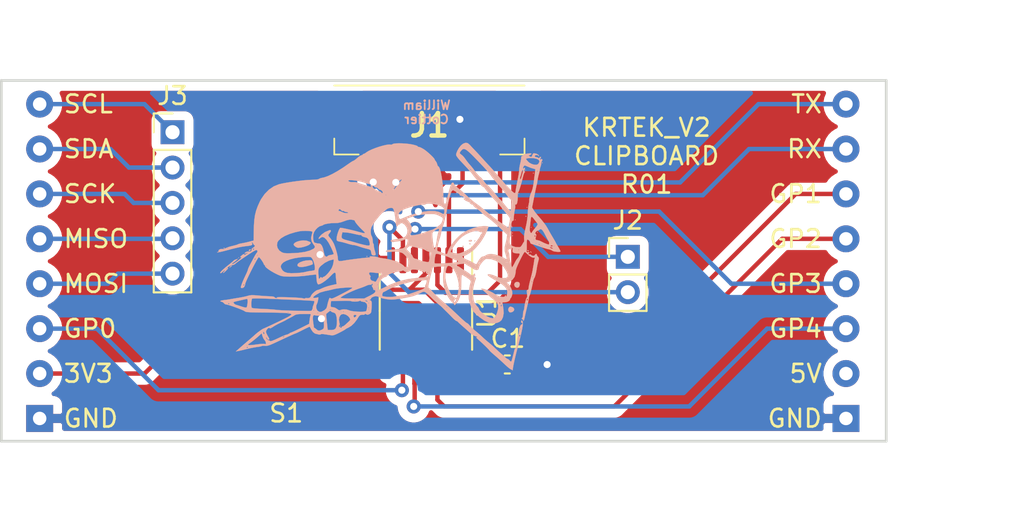
<source format=kicad_pcb>
(kicad_pcb (version 20171130) (host pcbnew "(5.1.10)-1")

  (general
    (thickness 1.6)
    (drawings 8)
    (tracks 104)
    (zones 0)
    (modules 7)
    (nets 23)
  )

  (page A4)
  (layers
    (0 F.Cu signal)
    (31 B.Cu signal)
    (32 B.Adhes user)
    (33 F.Adhes user)
    (34 B.Paste user)
    (35 F.Paste user)
    (36 B.SilkS user)
    (37 F.SilkS user)
    (38 B.Mask user)
    (39 F.Mask user)
    (40 Dwgs.User user)
    (41 Cmts.User user)
    (42 Eco1.User user)
    (43 Eco2.User user)
    (44 Edge.Cuts user)
    (45 Margin user)
    (46 B.CrtYd user)
    (47 F.CrtYd user)
    (48 B.Fab user)
    (49 F.Fab user)
  )

  (setup
    (last_trace_width 0.25)
    (trace_clearance 0.2)
    (zone_clearance 0.508)
    (zone_45_only no)
    (trace_min 0.2)
    (via_size 0.8)
    (via_drill 0.4)
    (via_min_size 0.4)
    (via_min_drill 0.3)
    (uvia_size 0.3)
    (uvia_drill 0.1)
    (uvias_allowed no)
    (uvia_min_size 0.2)
    (uvia_min_drill 0.1)
    (edge_width 0.05)
    (segment_width 0.2)
    (pcb_text_width 0.3)
    (pcb_text_size 1.5 1.5)
    (mod_edge_width 0.12)
    (mod_text_size 1 1)
    (mod_text_width 0.15)
    (pad_size 1.524 1.524)
    (pad_drill 0.762)
    (pad_to_mask_clearance 0)
    (aux_axis_origin 0 0)
    (visible_elements 7FFFFFFF)
    (pcbplotparams
      (layerselection 0x010fc_ffffffff)
      (usegerberextensions true)
      (usegerberattributes true)
      (usegerberadvancedattributes true)
      (creategerberjobfile false)
      (excludeedgelayer true)
      (linewidth 0.100000)
      (plotframeref false)
      (viasonmask false)
      (mode 1)
      (useauxorigin false)
      (hpglpennumber 1)
      (hpglpenspeed 20)
      (hpglpendiameter 15.000000)
      (psnegative false)
      (psa4output false)
      (plotreference true)
      (plotvalue true)
      (plotinvisibletext false)
      (padsonsilk false)
      (subtractmaskfromsilk false)
      (outputformat 1)
      (mirror false)
      (drillshape 0)
      (scaleselection 1)
      (outputdirectory "CLIP_BOARD_Gerbers/"))
  )

  (net 0 "")
  (net 1 HRX)
  (net 2 HTX)
  (net 3 HFREE)
  (net 4 GND)
  (net 5 PYRO1)
  (net 6 PYRO2)
  (net 7 "Net-(J1-PadMP1)")
  (net 8 "Net-(J1-PadMP2)")
  (net 9 3V3)
  (net 10 HPYRO1)
  (net 11 HPYRO2)
  (net 12 "Net-(U1-Pad1)")
  (net 13 "Net-(S1-Pad10)")
  (net 14 BFREEOUT1)
  (net 15 BFREEOUT2)
  (net 16 SCLFREE)
  (net 17 SDAFREE)
  (net 18 SCKFREE)
  (net 19 MISOFREE)
  (net 20 MOSIFREE)
  (net 21 BFREEIN2)
  (net 22 BFREEIN1)

  (net_class Default "This is the default net class."
    (clearance 0.2)
    (trace_width 0.25)
    (via_dia 0.8)
    (via_drill 0.4)
    (uvia_dia 0.3)
    (uvia_drill 0.1)
    (add_net 3V3)
    (add_net BFREEIN1)
    (add_net BFREEIN2)
    (add_net BFREEOUT1)
    (add_net BFREEOUT2)
    (add_net GND)
    (add_net HFREE)
    (add_net HPYRO1)
    (add_net HPYRO2)
    (add_net HRX)
    (add_net HTX)
    (add_net MISOFREE)
    (add_net MOSIFREE)
    (add_net "Net-(J1-PadMP1)")
    (add_net "Net-(J1-PadMP2)")
    (add_net "Net-(S1-Pad10)")
    (add_net "Net-(U1-Pad1)")
    (add_net PYRO1)
    (add_net PYRO2)
    (add_net SCKFREE)
    (add_net SCLFREE)
    (add_net SDAFREE)
  )

  (module hostboard:SOCKET (layer F.Cu) (tedit 619BD8AD) (tstamp 619C3252)
    (at 143.646201 79.2948)
    (path /61AA19B4)
    (fp_text reference S1 (at -8.848401 20.02936) (layer F.SilkS)
      (effects (font (size 1 1) (thickness 0.15)))
    )
    (fp_text value Socket (at 0 -2.5) (layer F.Fab)
      (effects (font (size 1 1) (thickness 0.15)))
    )
    (fp_line (start -24.13 1.27) (end 24.21 1.27) (layer Dwgs.User) (width 0.12))
    (fp_line (start 24.21 1.27) (end 24.21 21.59) (layer Dwgs.User) (width 0.12))
    (fp_line (start 24.21 21.59) (end -24.13 21.59) (layer Dwgs.User) (width 0.12))
    (fp_line (start -24.13 21.59) (end -24.13 1.27) (layer Dwgs.User) (width 0.12))
    (fp_text user GND (at 21.51 20.32) (layer F.SilkS)
      (effects (font (size 1 1) (thickness 0.15)) (justify right))
    )
    (fp_text user 5V (at 21.51 17.78) (layer F.SilkS)
      (effects (font (size 1 1) (thickness 0.15)) (justify right))
    )
    (fp_text user GP4 (at 21.51 15.24) (layer F.SilkS)
      (effects (font (size 1 1) (thickness 0.15)) (justify right))
    )
    (fp_text user GP3 (at 21.51 12.7) (layer F.SilkS)
      (effects (font (size 1 1) (thickness 0.15)) (justify right))
    )
    (fp_text user GP2 (at 21.51 10.16) (layer F.SilkS)
      (effects (font (size 1 1) (thickness 0.15)) (justify right))
    )
    (fp_text user GP1 (at 21.51 7.62) (layer F.SilkS)
      (effects (font (size 1 1) (thickness 0.15)) (justify right))
    )
    (fp_text user RX (at 21.51 5.08) (layer F.SilkS)
      (effects (font (size 1 1) (thickness 0.15)) (justify right))
    )
    (fp_text user TX (at 21.51 2.54) (layer F.SilkS)
      (effects (font (size 1 1) (thickness 0.15)) (justify right))
    )
    (fp_text user GND (at -21.51 20.32) (layer F.SilkS)
      (effects (font (size 1 1) (thickness 0.15)) (justify left))
    )
    (fp_text user 3V3 (at -21.51 17.78) (layer F.SilkS)
      (effects (font (size 1 1) (thickness 0.15)) (justify left))
    )
    (fp_text user GP0 (at -21.51 15.24) (layer F.SilkS)
      (effects (font (size 1 1) (thickness 0.15)) (justify left))
    )
    (fp_text user MOSI (at -21.51 12.7) (layer F.SilkS)
      (effects (font (size 1 1) (thickness 0.15)) (justify left))
    )
    (fp_text user MISO (at -21.51 10.16) (layer F.SilkS)
      (effects (font (size 1 1) (thickness 0.15)) (justify left))
    )
    (fp_text user SCK (at -21.51 7.62) (layer F.SilkS)
      (effects (font (size 1 1) (thickness 0.15)) (justify left))
    )
    (fp_text user SDA (at -21.51 5.08) (layer F.SilkS)
      (effects (font (size 1 1) (thickness 0.15)) (justify left))
    )
    (fp_text user SCL (at -21.51 2.54) (layer F.SilkS)
      (effects (font (size 1 1) (thickness 0.15)) (justify left))
    )
    (pad 16 thru_hole circle (at 22.78 2.54) (size 1.524 1.524) (drill 0.762) (layers *.Cu *.Mask)
      (net 2 HTX))
    (pad 15 thru_hole circle (at 22.78 5.08) (size 1.524 1.524) (drill 0.762) (layers *.Cu *.Mask)
      (net 1 HRX))
    (pad 14 thru_hole circle (at 22.78 7.62) (size 1.524 1.524) (drill 0.762) (layers *.Cu *.Mask)
      (net 10 HPYRO1))
    (pad 13 thru_hole circle (at 22.78 10.16) (size 1.524 1.524) (drill 0.762) (layers *.Cu *.Mask)
      (net 11 HPYRO2))
    (pad 12 thru_hole circle (at 22.78 12.7) (size 1.524 1.524) (drill 0.762) (layers *.Cu *.Mask)
      (net 3 HFREE))
    (pad 11 thru_hole circle (at 22.78 15.24) (size 1.524 1.524) (drill 0.762) (layers *.Cu *.Mask)
      (net 22 BFREEIN1))
    (pad 10 thru_hole circle (at 22.78 17.78) (size 1.524 1.524) (drill 0.762) (layers *.Cu *.Mask)
      (net 13 "Net-(S1-Pad10)"))
    (pad 9 thru_hole rect (at 22.78 20.32) (size 1.524 1.524) (drill 0.762) (layers *.Cu *.Mask)
      (net 4 GND))
    (pad 8 thru_hole rect (at -22.78 20.32) (size 1.524 1.524) (drill 0.762) (layers *.Cu *.Mask)
      (net 4 GND))
    (pad 7 thru_hole circle (at -22.78 17.78) (size 1.524 1.524) (drill 0.762) (layers *.Cu *.Mask)
      (net 9 3V3))
    (pad 6 thru_hole circle (at -22.78 15.24) (size 1.524 1.524) (drill 0.762) (layers *.Cu *.Mask)
      (net 21 BFREEIN2))
    (pad 5 thru_hole circle (at -22.78 12.7) (size 1.524 1.524) (drill 0.762) (layers *.Cu *.Mask)
      (net 20 MOSIFREE))
    (pad 4 thru_hole circle (at -22.78 10.16) (size 1.524 1.524) (drill 0.762) (layers *.Cu *.Mask)
      (net 19 MISOFREE))
    (pad 3 thru_hole circle (at -22.78 7.62) (size 1.524 1.524) (drill 0.762) (layers *.Cu *.Mask)
      (net 18 SCKFREE))
    (pad 2 thru_hole circle (at -22.78 5.08) (size 1.524 1.524) (drill 0.762) (layers *.Cu *.Mask)
      (net 17 SDAFREE))
    (pad 1 thru_hole circle (at -22.78 2.54) (size 1.524 1.524) (drill 0.762) (layers *.Cu *.Mask)
      (net 16 SCLFREE))
    (model ${KISYS3DMOD}/Connector_PinSocket_2.54mm.3dshapes/PinSocket_1x08_P2.54mm_Vertical.step
      (offset (xyz -22.5 -2.5 0))
      (scale (xyz 1 1 1))
      (rotate (xyz 0 0 0))
    )
    (model ${KISYS3DMOD}/Connector_PinSocket_2.54mm.3dshapes/PinSocket_1x08_P2.54mm_Vertical.step
      (offset (xyz 22.5 -2.5 0))
      (scale (xyz 1 1 1))
      (rotate (xyz 0 0 0))
    )
  )

  (module KRTEK_V2:KRTEK_CLIPBOARD (layer B.Cu) (tedit 0) (tstamp 619C46A9)
    (at 140.56868 90.6653 270)
    (fp_text reference G*** (at 0 0 90) (layer B.SilkS) hide
      (effects (font (size 1.524 1.524) (thickness 0.3)) (justify mirror))
    )
    (fp_text value LOGO (at 0.75 0 90) (layer B.SilkS) hide
      (effects (font (size 1.524 1.524) (thickness 0.3)) (justify mirror))
    )
    (fp_poly (pts (xy -0.444197 9.665231) (xy -0.447273 9.612715) (xy -0.468584 9.500184) (xy -0.504827 9.342751)
      (xy -0.552699 9.155529) (xy -0.568067 9.098616) (xy -0.65052 8.787759) (xy -0.712101 8.53193)
      (xy -0.756744 8.312044) (xy -0.788378 8.109016) (xy -0.808246 7.932616) (xy -0.83465 7.77475)
      (xy -0.876809 7.692649) (xy -0.935355 7.685404) (xy -0.965843 7.705174) (xy -1.008804 7.725999)
      (xy -1.016 7.705572) (xy -0.98367 7.661966) (xy -0.937846 7.639539) (xy -0.874694 7.604456)
      (xy -0.859692 7.57829) (xy -0.837946 7.540556) (xy -0.787998 7.552033) (xy -0.732788 7.602829)
      (xy -0.722607 7.62) (xy -0.664308 7.62) (xy -0.634571 7.582059) (xy -0.625231 7.580923)
      (xy -0.58729 7.61066) (xy -0.586154 7.62) (xy -0.615891 7.657942) (xy -0.625231 7.659077)
      (xy -0.663172 7.629341) (xy -0.664308 7.62) (xy -0.722607 7.62) (xy -0.708749 7.643371)
      (xy -0.655894 7.714864) (xy -0.607641 7.723848) (xy -0.539231 7.730794) (xy -0.491412 7.789713)
      (xy -0.483258 7.874438) (xy -0.487091 7.889219) (xy -0.486858 7.982385) (xy -0.461381 8.047402)
      (xy -0.40857 8.112228) (xy -0.374778 8.124136) (xy -0.375812 8.083333) (xy -0.392561 8.0465)
      (xy -0.417944 7.975104) (xy -0.413474 7.942294) (xy -0.392222 7.948815) (xy -0.390769 7.962388)
      (xy -0.365566 8.022105) (xy -0.329363 8.066594) (xy -0.297372 8.113536) (xy -0.309824 8.128)
      (xy -0.349206 8.150506) (xy -0.327234 8.21502) (xy -0.250566 8.311437) (xy -0.189784 8.368649)
      (xy -0.167655 8.369046) (xy -0.170422 8.354683) (xy -0.175547 8.303033) (xy -0.142139 8.311111)
      (xy -0.075815 8.374152) (xy 0.017812 8.487392) (xy 0.073048 8.561262) (xy 0.151807 8.677542)
      (xy 0.203415 8.769626) (xy 0.218317 8.82009) (xy 0.216655 8.82314) (xy 0.179248 8.817124)
      (xy 0.151309 8.781989) (xy 0.0996 8.705987) (xy 0.025526 8.613485) (xy 0.019442 8.606468)
      (xy -0.074212 8.499231) (xy -0.051656 8.596923) (xy -0.017101 8.68721) (xy 0.016886 8.733692)
      (xy 0.063212 8.782897) (xy 0.1404 8.874278) (xy 0.231453 8.987692) (xy 0.357593 9.144)
      (xy 0.468923 9.144) (xy 0.483221 9.111835) (xy 0.494974 9.117949) (xy 0.499651 9.164324)
      (xy 0.494974 9.170051) (xy 0.471743 9.164687) (xy 0.468923 9.144) (xy 0.357593 9.144)
      (xy 0.390933 9.185313) (xy 0.524734 9.339562) (xy 0.627041 9.444181) (xy 0.692041 9.492909)
      (xy 0.703283 9.495692) (xy 0.737426 9.486358) (xy 0.725739 9.450251) (xy 0.66314 9.375216)
      (xy 0.644381 9.354812) (xy 0.585736 9.281409) (xy 0.56461 9.233563) (xy 0.566631 9.228651)
      (xy 0.601632 9.239828) (xy 0.641978 9.283561) (xy 0.691692 9.333091) (xy 0.719011 9.336784)
      (xy 0.705263 9.300504) (xy 0.646967 9.229329) (xy 0.579695 9.161) (xy 0.498818 9.087326)
      (xy 0.451209 9.050816) (xy 0.445949 9.056077) (xy 0.452742 9.099251) (xy 0.440577 9.104923)
      (xy 0.395794 9.072379) (xy 0.342837 8.993585) (xy 0.297129 8.896799) (xy 0.274091 8.810278)
      (xy 0.273538 8.798839) (xy 0.246844 8.709706) (xy 0.205154 8.651748) (xy 0.147852 8.584509)
      (xy 0.066327 8.476686) (xy -0.012061 8.365649) (xy -0.196506 8.09366) (xy -0.33936 7.878767)
      (xy -0.444532 7.714521) (xy -0.51593 7.594472) (xy -0.55746 7.51217) (xy -0.573032 7.461167)
      (xy -0.571386 7.442495) (xy -0.523632 7.389745) (xy -0.451323 7.410054) (xy -0.449408 7.41159)
      (xy -0.29959 7.41159) (xy -0.294226 7.388359) (xy -0.273539 7.385539) (xy -0.241374 7.399836)
      (xy -0.247487 7.41159) (xy -0.293863 7.416267) (xy -0.29959 7.41159) (xy -0.449408 7.41159)
      (xy -0.420984 7.434385) (xy -0.354089 7.482726) (xy -0.283686 7.525223) (xy -0.111589 7.525223)
      (xy -0.102375 7.504833) (xy -0.08046 7.502769) (xy -0.027471 7.53115) (xy -0.019815 7.541399)
      (xy -0.026105 7.563604) (xy -0.056586 7.556756) (xy -0.111589 7.525223) (xy -0.283686 7.525223)
      (xy -0.251124 7.544878) (xy -0.213039 7.565824) (xy -0.09925 7.626752) (xy 0.050985 7.707283)
      (xy 0.20526 7.790047) (xy 0.206134 7.790516) (xy 0.339877 7.858759) (xy 0.451086 7.909088)
      (xy 0.518706 7.932097) (xy 0.524232 7.932616) (xy 0.58245 7.949107) (xy 0.689725 7.992907)
      (xy 0.825654 8.055507) (xy 0.865175 8.074802) (xy 1.033176 8.153911) (xy 1.063516 8.167077)
      (xy 1.367692 8.167077) (xy 1.381025 8.129016) (xy 1.384924 8.128) (xy 1.418287 8.155383)
      (xy 1.426308 8.167077) (xy 1.423209 8.203086) (xy 1.409075 8.206154) (xy 1.369282 8.177788)
      (xy 1.367692 8.167077) (xy 1.063516 8.167077) (xy 1.198594 8.225692) (xy 1.524 8.225692)
      (xy 1.543538 8.206154) (xy 1.563077 8.225692) (xy 1.543538 8.245231) (xy 1.524 8.225692)
      (xy 1.198594 8.225692) (xy 1.205148 8.228536) (xy 1.345809 8.283415) (xy 1.354246 8.286356)
      (xy 1.470189 8.324644) (xy 1.532489 8.336268) (xy 1.561153 8.320711) (xy 1.575357 8.280645)
      (xy 1.560559 8.201835) (xy 1.49063 8.13297) (xy 1.388094 8.092781) (xy 1.344762 8.088923)
      (xy 1.282653 8.072015) (xy 1.16795 8.025502) (xy 1.013112 7.955698) (xy 0.830596 7.86892)
      (xy 0.63286 7.771483) (xy 0.432361 7.669703) (xy 0.241558 7.569896) (xy 0.072907 7.478376)
      (xy -0.061134 7.401461) (xy -0.148107 7.345465) (xy -0.175846 7.318022) (xy -0.145364 7.275614)
      (xy -0.068893 7.211) (xy 0.031102 7.139686) (xy 0.132158 7.07718) (xy 0.211811 7.038989)
      (xy 0.235818 7.033846) (xy 0.272099 7.003768) (xy 0.273538 6.992463) (xy 0.296608 6.967742)
      (xy 0.308236 6.972524) (xy 0.35511 6.958683) (xy 0.428212 6.887241) (xy 0.518583 6.770387)
      (xy 0.617263 6.620304) (xy 0.715292 6.449179) (xy 0.765932 6.35) (xy 0.832199 6.210284)
      (xy 0.87632 6.099719) (xy 0.903344 5.994797) (xy 0.91832 5.872014) (xy 0.926297 5.707863)
      (xy 0.929618 5.588) (xy 0.923039 5.19015) (xy 0.886425 4.76141) (xy 0.868237 4.620356)
      (xy 0.842825 4.428251) (xy 0.824187 4.26543) (xy 0.813804 4.146721) (xy 0.813155 4.086955)
      (xy 0.814593 4.083048) (xy 0.863265 4.069493) (xy 0.953672 4.063572) (xy 0.954128 4.06357)
      (xy 1.137346 4.053075) (xy 1.274301 4.025201) (xy 1.353019 3.983199) (xy 1.367325 3.951426)
      (xy 1.339895 3.850395) (xy 1.266157 3.713429) (xy 1.157592 3.557207) (xy 1.025679 3.398411)
      (xy 0.896023 3.266652) (xy 0.769676 3.142011) (xy 0.70614 3.056416) (xy 0.704634 3.003486)
      (xy 0.764375 2.976836) (xy 0.859692 2.970105) (xy 0.957056 2.964884) (xy 1.090561 2.952762)
      (xy 1.152769 2.945808) (xy 1.348154 2.922449) (xy 1.417881 3.235254) (xy 1.464694 3.413775)
      (xy 1.522542 3.590389) (xy 1.579523 3.72906) (xy 1.583794 3.737645) (xy 1.638111 3.855428)
      (xy 1.673063 3.951799) (xy 1.680144 3.988582) (xy 1.707207 4.061632) (xy 1.774972 4.15846)
      (xy 1.863732 4.257472) (xy 1.953778 4.337077) (xy 2.025405 4.375683) (xy 2.0343 4.376616)
      (xy 2.097166 4.410363) (xy 2.138458 4.491394) (xy 2.1459 4.589395) (xy 2.136102 4.628004)
      (xy 2.137765 4.684235) (xy 2.153864 4.697288) (xy 2.173413 4.741221) (xy 2.156284 4.807448)
      (xy 2.142985 4.873751) (xy 2.130174 4.993433) (xy 2.118275 5.153399) (xy 2.107715 5.340554)
      (xy 2.098919 5.541799) (xy 2.092312 5.74404) (xy 2.08832 5.93418) (xy 2.087368 6.099123)
      (xy 2.089882 6.225773) (xy 2.096288 6.301033) (xy 2.10701 6.311807) (xy 2.107437 6.310923)
      (xy 2.135475 6.256656) (xy 2.144673 6.275526) (xy 2.146484 6.316512) (xy 2.127605 6.392077)
      (xy 2.097718 6.420021) (xy 2.064349 6.472114) (xy 2.044437 6.598644) (xy 2.038899 6.70751)
      (xy 2.031635 6.869511) (xy 2.018445 7.074499) (xy 2.001671 7.287747) (xy 1.99401 7.372599)
      (xy 1.981362 7.532353) (xy 2.161479 7.532353) (xy 2.161866 7.351419) (xy 2.166602 7.116093)
      (xy 2.175607 6.834251) (xy 2.185123 6.596913) (xy 2.198544 6.286593) (xy 2.212 5.975613)
      (xy 2.224777 5.680428) (xy 2.236163 5.417497) (xy 2.245446 5.203277) (xy 2.250794 5.08)
      (xy 2.260131 4.880913) (xy 2.270826 4.677946) (xy 2.281811 4.488935) (xy 2.292018 4.331718)
      (xy 2.300379 4.224131) (xy 2.304036 4.191) (xy 2.340208 4.179923) (xy 2.426175 4.195811)
      (xy 2.498566 4.220308) (xy 2.813538 4.220308) (xy 2.827836 4.188143) (xy 2.83959 4.194257)
      (xy 2.841276 4.210985) (xy 3.104257 4.210985) (xy 3.110961 4.148926) (xy 3.130925 4.064172)
      (xy 3.136308 3.956539) (xy 3.142595 3.870179) (xy 3.164076 3.82992) (xy 3.166782 3.829539)
      (xy 3.186188 3.800909) (xy 3.17999 3.772559) (xy 3.191903 3.722133) (xy 3.269139 3.690988)
      (xy 3.363231 3.668731) (xy 3.419231 3.653359) (xy 3.478268 3.645366) (xy 3.586352 3.639227)
      (xy 3.662458 3.637239) (xy 3.785119 3.639466) (xy 3.855987 3.658322) (xy 3.901229 3.704937)
      (xy 3.926227 3.749444) (xy 3.977247 3.877313) (xy 3.972319 3.973336) (xy 3.91002 4.061659)
      (xy 3.907692 4.064) (xy 3.850517 4.131596) (xy 3.829538 4.174718) (xy 3.798371 4.206871)
      (xy 3.780692 4.210117) (xy 3.718706 4.217107) (xy 3.605147 4.232551) (xy 3.477846 4.25114)
      (xy 3.287251 4.268729) (xy 3.161874 4.255108) (xy 3.104257 4.210985) (xy 2.841276 4.210985)
      (xy 2.844266 4.240632) (xy 2.83959 4.246359) (xy 2.816358 4.240995) (xy 2.813538 4.220308)
      (xy 2.498566 4.220308) (xy 2.540107 4.234365) (xy 2.554766 4.240371) (xy 2.643672 4.272522)
      (xy 2.692859 4.280604) (xy 2.696308 4.277141) (xy 2.722134 4.273829) (xy 2.745154 4.285788)
      (xy 2.814579 4.315035) (xy 2.833077 4.317711) (xy 2.855685 4.353172) (xy 2.867856 4.441834)
      (xy 2.868569 4.494155) (xy 2.866812 4.59173) (xy 2.86585 4.650762) (xy 3.043201 4.650762)
      (xy 3.043557 4.513421) (xy 3.044411 4.42428) (xy 3.045129 4.401742) (xy 3.076477 4.387247)
      (xy 3.116384 4.39853) (xy 3.193586 4.420156) (xy 3.314742 4.441769) (xy 3.390378 4.451557)
      (xy 3.595986 4.474308) (xy 3.849532 4.978219) (xy 3.940153 5.16184) (xy 4.016455 5.323146)
      (xy 4.072072 5.448155) (xy 4.100638 5.522889) (xy 4.103077 5.535065) (xy 4.127447 5.583292)
      (xy 4.14446 5.588) (xy 4.167798 5.61194) (xy 4.161692 5.627077) (xy 4.166087 5.663028)
      (xy 4.181231 5.666154) (xy 4.206977 5.689839) (xy 4.20129 5.704388) (xy 4.20856 5.752021)
      (xy 4.245252 5.855096) (xy 4.263358 5.898309) (xy 4.298461 5.898309) (xy 4.311019 5.862804)
      (xy 4.339835 5.893778) (xy 4.352448 5.922184) (xy 4.355179 5.962522) (xy 4.337091 5.958954)
      (xy 4.29985 5.908923) (xy 4.298461 5.898309) (xy 4.263358 5.898309) (xy 4.305651 5.999248)
      (xy 4.384041 6.170109) (xy 4.398904 6.201107) (xy 4.487549 6.392479) (xy 4.548732 6.540991)
      (xy 4.579161 6.637876) (xy 4.576536 6.674129) (xy 4.539889 6.72013) (xy 4.532923 6.762189)
      (xy 4.507057 6.823722) (xy 4.448211 6.880668) (xy 4.384514 6.911155) (xy 4.350785 6.903811)
      (xy 4.366482 6.879126) (xy 4.412747 6.858935) (xy 4.47766 6.815809) (xy 4.493846 6.777213)
      (xy 4.484246 6.733563) (xy 4.44671 6.728645) (xy 4.368138 6.764938) (xy 4.278923 6.817904)
      (xy 4.167137 6.876658) (xy 4.069369 6.911447) (xy 4.041504 6.915396) (xy 3.970569 6.895786)
      (xy 3.897451 6.84717) (xy 3.840479 6.787743) (xy 3.817979 6.735698) (xy 3.83645 6.711829)
      (xy 3.854711 6.680826) (xy 3.825734 6.609504) (xy 3.769755 6.522005) (xy 3.689697 6.392346)
      (xy 3.601475 6.229488) (xy 3.536864 6.096) (xy 3.473871 5.960637) (xy 3.418181 5.848598)
      (xy 3.381713 5.783852) (xy 3.381388 5.783385) (xy 3.339104 5.712511) (xy 3.282943 5.606178)
      (xy 3.264224 5.568462) (xy 3.198098 5.442518) (xy 3.130077 5.327068) (xy 3.116313 5.306029)
      (xy 3.080793 5.236549) (xy 3.058616 5.143481) (xy 3.047062 5.00859) (xy 3.04342 4.817568)
      (xy 3.043201 4.650762) (xy 2.86585 4.650762) (xy 2.864226 4.75029) (xy 2.861079 4.952674)
      (xy 2.85764 5.18172) (xy 2.855132 5.353539) (xy 2.849567 5.601012) (xy 2.847145 5.666154)
      (xy 2.930769 5.666154) (xy 2.945067 5.633989) (xy 2.95682 5.640103) (xy 2.961497 5.686478)
      (xy 2.95682 5.692205) (xy 2.933589 5.686841) (xy 2.930769 5.666154) (xy 2.847145 5.666154)
      (xy 2.840544 5.843602) (xy 2.829065 6.061178) (xy 2.81613 6.233607) (xy 2.807556 6.310923)
      (xy 2.791748 6.45592) (xy 2.775859 6.654034) (xy 2.761643 6.880248) (xy 2.750854 7.109547)
      (xy 2.750037 7.131539) (xy 2.740506 7.331878) (xy 2.727999 7.504522) (xy 2.71394 7.634262)
      (xy 2.699753 7.705891) (xy 2.695465 7.714009) (xy 2.637464 7.73293) (xy 2.530254 7.741313)
      (xy 2.401955 7.739938) (xy 2.280686 7.729587) (xy 2.194569 7.711038) (xy 2.174067 7.699544)
      (xy 2.16552 7.65102) (xy 2.161479 7.532353) (xy 1.981362 7.532353) (xy 1.977883 7.57628)
      (xy 1.975112 7.72427) (xy 1.986399 7.837999) (xy 2.012445 7.938899) (xy 2.01255 7.939214)
      (xy 2.023454 7.979233) (xy 2.188308 7.979233) (xy 2.222547 7.959004) (xy 2.308751 7.951882)
      (xy 2.422144 7.956164) (xy 2.537952 7.970145) (xy 2.631403 7.992122) (xy 2.67152 8.012464)
      (xy 2.676901 8.06242) (xy 2.658059 8.163521) (xy 2.62013 8.290782) (xy 2.572731 8.432008)
      (xy 2.533862 8.554151) (xy 2.513865 8.623606) (xy 2.479212 8.687334) (xy 2.424343 8.737441)
      (xy 2.376045 8.752151) (xy 2.365283 8.744382) (xy 2.351388 8.7001) (xy 2.325766 8.600087)
      (xy 2.293196 8.465002) (xy 2.258456 8.315504) (xy 2.226324 8.172252) (xy 2.201579 8.055907)
      (xy 2.188999 7.987127) (xy 2.188308 7.979233) (xy 2.023454 7.979233) (xy 2.044101 8.055006)
      (xy 2.080402 8.219609) (xy 2.115349 8.404435) (xy 2.127913 8.479692) (xy 2.156057 8.652742)
      (xy 2.181946 8.806101) (xy 2.182969 8.811846) (xy 2.344615 8.811846) (xy 2.364154 8.792308)
      (xy 2.383692 8.811846) (xy 2.364154 8.831385) (xy 2.344615 8.811846) (xy 2.182969 8.811846)
      (xy 2.201649 8.916721) (xy 2.207912 8.948616) (xy 2.221546 9.029076) (xy 2.422769 9.029076)
      (xy 2.451135 8.989283) (xy 2.461846 8.987692) (xy 2.499907 9.001025) (xy 2.500923 9.004925)
      (xy 2.47354 9.038287) (xy 2.461846 9.046308) (xy 2.425837 9.04321) (xy 2.422769 9.029076)
      (xy 2.221546 9.029076) (xy 2.223771 9.0422) (xy 2.24216 9.177369) (xy 2.253131 9.271)
      (xy 2.271533 9.391598) (xy 2.294066 9.473153) (xy 2.311105 9.495693) (xy 2.339394 9.463319)
      (xy 2.344615 9.426165) (xy 2.374099 9.350615) (xy 2.422769 9.300308) (xy 2.483901 9.228467)
      (xy 2.500923 9.170638) (xy 2.514808 9.094293) (xy 2.551987 8.965084) (xy 2.605743 8.801441)
      (xy 2.66936 8.621796) (xy 2.73612 8.444578) (xy 2.799307 8.288219) (xy 2.852206 8.171151)
      (xy 2.885956 8.114055) (xy 2.905625 8.083536) (xy 2.921067 8.035455) (xy 2.932861 7.960687)
      (xy 2.941586 7.850105) (xy 2.94782 7.694584) (xy 2.952143 7.485) (xy 2.955134 7.212226)
      (xy 2.956616 7.000362) (xy 2.960625 6.583366) (xy 2.967338 6.240064) (xy 2.977062 5.966032)
      (xy 2.990102 5.756848) (xy 3.006766 5.608088) (xy 3.027358 5.51533) (xy 3.052186 5.474149)
      (xy 3.062466 5.471099) (xy 3.100992 5.503577) (xy 3.160514 5.588647) (xy 3.228515 5.708293)
      (xy 3.232155 5.71533) (xy 3.293199 5.836635) (xy 3.371193 5.995586) (xy 3.459901 6.179016)
      (xy 3.553088 6.373757) (xy 3.644518 6.566642) (xy 3.671209 6.623539) (xy 3.751384 6.623539)
      (xy 3.770923 6.604) (xy 3.790461 6.623539) (xy 3.770923 6.643077) (xy 3.751384 6.623539)
      (xy 3.671209 6.623539) (xy 3.727956 6.744504) (xy 3.797165 6.894175) (xy 3.845911 7.002488)
      (xy 3.867958 7.056275) (xy 3.868615 7.059308) (xy 3.87187 7.066155) (xy 4.036209 7.066155)
      (xy 4.050247 7.04317) (xy 4.064 7.033846) (xy 4.144865 6.997485) (xy 4.180021 7.02076)
      (xy 4.181231 7.033846) (xy 4.148134 7.064114) (xy 4.093308 7.072325) (xy 4.036209 7.066155)
      (xy 3.87187 7.066155) (xy 3.890959 7.1063) (xy 3.923967 7.15674) (xy 4.132311 7.15674)
      (xy 4.287334 7.114996) (xy 4.405816 7.068642) (xy 4.500488 7.007478) (xy 4.513235 6.994934)
      (xy 4.575983 6.948924) (xy 4.651351 6.921117) (xy 4.717014 6.914428) (xy 4.750646 6.931768)
      (xy 4.739056 6.965462) (xy 4.725725 7.032132) (xy 4.730909 7.171975) (xy 4.754466 7.382271)
      (xy 4.764834 7.456879) (xy 4.79183 7.669706) (xy 4.803243 7.821997) (xy 4.798722 7.907392)
      (xy 4.790484 7.922952) (xy 4.746248 7.916388) (xy 4.736892 7.899754) (xy 4.703959 7.844352)
      (xy 4.633015 7.746519) (xy 4.537212 7.622907) (xy 4.429698 7.490167) (xy 4.323624 7.364952)
      (xy 4.248191 7.280908) (xy 4.132311 7.15674) (xy 3.923967 7.15674) (xy 3.94857 7.194336)
      (xy 4.027315 7.3039) (xy 4.113062 7.415474) (xy 4.191678 7.50954) (xy 4.20615 7.525449)
      (xy 4.279169 7.606553) (xy 4.38596 7.728274) (xy 4.478204 7.834923) (xy 4.611077 7.834923)
      (xy 4.630615 7.815385) (xy 4.650154 7.834923) (xy 4.630615 7.854462) (xy 4.611077 7.834923)
      (xy 4.478204 7.834923) (xy 4.509865 7.871527) (xy 4.591538 7.96697) (xy 4.612299 7.991231)
      (xy 4.806461 7.991231) (xy 4.826 7.971692) (xy 4.904154 7.971692) (xy 4.907252 7.935684)
      (xy 4.921386 7.932616) (xy 4.961179 7.960982) (xy 4.962769 7.971692) (xy 4.949437 8.009753)
      (xy 4.945537 8.010769) (xy 4.912174 7.983387) (xy 4.904154 7.971692) (xy 4.826 7.971692)
      (xy 4.845538 7.991231) (xy 4.826 8.010769) (xy 4.806461 7.991231) (xy 4.612299 7.991231)
      (xy 4.723034 8.120631) (xy 4.853366 8.271705) (xy 4.963482 8.398162) (xy 5.011241 8.45229)
      (xy 5.157405 8.616462) (xy 5.133462 8.479692) (xy 5.113006 8.379625) (xy 5.079031 8.230321)
      (xy 5.037621 8.058197) (xy 5.020933 7.991231) (xy 4.976323 7.79848) (xy 4.936698 7.599619)
      (xy 4.909071 7.430591) (xy 4.904644 7.395308) (xy 4.886576 7.268971) (xy 4.866814 7.180731)
      (xy 4.851189 7.151077) (xy 4.838417 7.116385) (xy 4.836209 7.028855) (xy 4.838983 6.980759)
      (xy 4.842212 6.909855) (xy 4.836808 6.841764) (xy 4.818387 6.763894) (xy 4.782564 6.663654)
      (xy 4.724954 6.528452) (xy 4.641175 6.345696) (xy 4.551335 6.154616) (xy 4.43707 5.911138)
      (xy 4.335336 5.691304) (xy 4.250629 5.505077) (xy 4.187445 5.362418) (xy 4.150281 5.273287)
      (xy 4.142154 5.24801) (xy 4.125476 5.206507) (xy 4.080237 5.110447) (xy 4.013628 4.974771)
      (xy 3.944157 4.836656) (xy 3.866217 4.680604) (xy 3.80501 4.552938) (xy 3.767183 4.467878)
      (xy 3.758541 4.439546) (xy 3.797746 4.418841) (xy 3.881582 4.375612) (xy 3.920818 4.355524)
      (xy 4.057239 4.262534) (xy 4.142708 4.155283) (xy 4.163825 4.083539) (xy 4.17738 4.018525)
      (xy 4.197196 3.952605) (xy 4.207949 3.869097) (xy 4.19221 3.824887) (xy 4.17792 3.798119)
      (xy 4.173481 3.747304) (xy 4.179962 3.660099) (xy 4.198433 3.524161) (xy 4.229961 3.327147)
      (xy 4.241054 3.260668) (xy 4.249376 3.175302) (xy 4.239155 3.092032) (xy 4.204527 2.990469)
      (xy 4.139629 2.850226) (xy 4.100579 2.772206) (xy 4.024916 2.626821) (xy 3.95997 2.509351)
      (xy 3.915121 2.436412) (xy 3.902572 2.4214) (xy 3.868595 2.374475) (xy 3.823622 2.284801)
      (xy 3.813419 2.261135) (xy 3.711664 2.094102) (xy 3.552801 1.926069) (xy 3.355408 1.775516)
      (xy 3.278725 1.729285) (xy 3.158632 1.652051) (xy 3.09725 1.577021) (xy 3.080017 1.479211)
      (xy 3.085033 1.397) (xy 3.071494 1.339366) (xy 3.050125 1.328616) (xy 3.032134 1.302965)
      (xy 3.056892 1.250745) (xy 3.083958 1.180801) (xy 3.063151 1.105748) (xy 3.040198 1.06513)
      (xy 3.003691 1.012665) (xy 2.95955 0.979876) (xy 2.889149 0.961197) (xy 2.773861 0.951064)
      (xy 2.639739 0.945474) (xy 2.476978 0.940973) (xy 2.375158 0.944015) (xy 2.317165 0.958201)
      (xy 2.285886 0.987135) (xy 2.268471 1.023627) (xy 2.241637 1.077555) (xy 2.23068 1.059202)
      (xy 2.229861 1.045308) (xy 2.206806 0.992338) (xy 2.181733 0.986692) (xy 2.130565 0.962415)
      (xy 2.079947 0.886323) (xy 2.043148 0.783713) (xy 2.032576 0.70231) (xy 2.053105 0.59249)
      (xy 2.084381 0.526464) (xy 2.127408 0.428953) (xy 2.168072 0.278372) (xy 2.201431 0.099761)
      (xy 2.222542 -0.081836) (xy 2.227384 -0.198019) (xy 2.218688 -0.341356) (xy 2.195279 -0.537027)
      (xy 2.161175 -0.761634) (xy 2.120395 -0.991776) (xy 2.076957 -1.204052) (xy 2.034879 -1.375063)
      (xy 2.013391 -1.444129) (xy 1.957919 -1.584201) (xy 1.886542 -1.743945) (xy 1.850058 -1.818857)
      (xy 1.806639 -1.905788) (xy 1.782229 -1.973601) (xy 1.782666 -2.034866) (xy 1.813788 -2.102151)
      (xy 1.881432 -2.188024) (xy 1.991438 -2.305053) (xy 2.149641 -2.465806) (xy 2.151379 -2.467568)
      (xy 2.277964 -2.599219) (xy 2.394499 -2.72618) (xy 2.481779 -2.827333) (xy 2.503071 -2.854332)
      (xy 2.589937 -2.960676) (xy 2.676999 -3.05401) (xy 2.687009 -3.063533) (xy 2.77064 -3.144404)
      (xy 2.871746 -3.246212) (xy 2.901932 -3.277387) (xy 2.99743 -3.374416) (xy 3.121167 -3.497032)
      (xy 3.233615 -3.606376) (xy 3.334147 -3.709353) (xy 3.40729 -3.796281) (xy 3.438511 -3.849729)
      (xy 3.438769 -3.852425) (xy 3.458843 -3.907177) (xy 3.468708 -3.914205) (xy 3.505004 -3.947315)
      (xy 3.580678 -4.027223) (xy 3.684177 -4.141448) (xy 3.788179 -4.259384) (xy 3.906085 -4.393943)
      (xy 4.005423 -4.505994) (xy 4.074833 -4.582808) (xy 4.102046 -4.611077) (xy 4.158107 -4.674304)
      (xy 4.221727 -4.76956) (xy 4.274585 -4.866424) (xy 4.298359 -4.934481) (xy 4.298461 -4.937187)
      (xy 4.320599 -5.005133) (xy 4.337091 -5.021108) (xy 4.359594 -5.013244) (xy 4.352862 -4.974568)
      (xy 4.361924 -4.960636) (xy 4.409338 -4.998799) (xy 4.460771 -5.053749) (xy 4.579243 -5.186071)
      (xy 4.709059 -5.325916) (xy 4.837894 -5.460629) (xy 4.953425 -5.577557) (xy 5.043327 -5.664043)
      (xy 5.095276 -5.707434) (xy 5.099538 -5.70965) (xy 5.140561 -5.744713) (xy 5.217488 -5.825853)
      (xy 5.316852 -5.93856) (xy 5.367472 -5.998308) (xy 5.500977 -6.1531) (xy 5.66228 -6.333131)
      (xy 5.824122 -6.508172) (xy 5.885241 -6.572454) (xy 6.004181 -6.701347) (xy 6.099343 -6.81425)
      (xy 6.159255 -6.896939) (xy 6.174154 -6.930659) (xy 6.202646 -6.994483) (xy 6.223 -7.007966)
      (xy 6.227897 -7.0236) (xy 6.174154 -7.032058) (xy 6.06858 -7.045078) (xy 5.902841 -7.075578)
      (xy 5.692099 -7.1202) (xy 5.451513 -7.175585) (xy 5.196244 -7.238377) (xy 4.943231 -7.304732)
      (xy 4.516906 -7.416997) (xy 4.163254 -7.502651) (xy 3.881518 -7.561844) (xy 3.67094 -7.594727)
      (xy 3.530765 -7.601452) (xy 3.487615 -7.595261) (xy 3.414759 -7.56019) (xy 3.406883 -7.523304)
      (xy 3.465488 -7.50319) (xy 3.480152 -7.502769) (xy 3.534184 -7.517812) (xy 3.536461 -7.541846)
      (xy 3.54532 -7.5753) (xy 3.573232 -7.580923) (xy 3.626527 -7.551567) (xy 3.634154 -7.524144)
      (xy 3.66221 -7.488128) (xy 3.824116 -7.488128) (xy 3.876019 -7.494893) (xy 3.888154 -7.495151)
      (xy 3.95489 -7.490927) (xy 3.960766 -7.478694) (xy 3.957282 -7.477137) (xy 3.879707 -7.469407)
      (xy 3.840051 -7.475689) (xy 3.824116 -7.488128) (xy 3.66221 -7.488128) (xy 3.669094 -7.479291)
      (xy 3.75807 -7.435599) (xy 3.796644 -7.424615) (xy 4.220308 -7.424615) (xy 4.248354 -7.462574)
      (xy 4.257078 -7.463692) (xy 4.310002 -7.435287) (xy 4.318 -7.424615) (xy 4.309141 -7.391161)
      (xy 4.281229 -7.385538) (xy 4.227763 -7.40594) (xy 4.220308 -7.424615) (xy 3.796644 -7.424615)
      (xy 3.877318 -7.401643) (xy 4.003072 -7.385997) (xy 4.017723 -7.385756) (xy 4.123933 -7.368715)
      (xy 4.180251 -7.346986) (xy 4.248086 -7.322811) (xy 4.363232 -7.30013) (xy 4.535814 -7.277355)
      (xy 4.775956 -7.2529) (xy 4.786923 -7.251881) (xy 4.888717 -7.242088) (xy 4.955306 -7.23513)
      (xy 4.988087 -7.208431) (xy 4.983016 -7.191299) (xy 4.998525 -7.156806) (xy 5.068632 -7.127216)
      (xy 5.336528 -7.061664) (xy 5.532204 -7.010694) (xy 5.659985 -6.973099) (xy 5.724195 -6.947675)
      (xy 5.731631 -6.942317) (xy 5.724497 -6.903205) (xy 5.673565 -6.854885) (xy 5.609365 -6.793104)
      (xy 5.588 -6.7456) (xy 5.561389 -6.685943) (xy 5.500077 -6.615739) (xy 5.412554 -6.525648)
      (xy 5.326474 -6.423076) (xy 5.258054 -6.341112) (xy 5.154756 -6.226002) (xy 5.036732 -6.100098)
      (xy 5.013859 -6.076339) (xy 4.885048 -5.938709) (xy 4.757733 -5.795304) (xy 4.65765 -5.675186)
      (xy 4.650485 -5.666031) (xy 4.537228 -5.52883) (xy 4.408995 -5.385576) (xy 4.357408 -5.331706)
      (xy 4.25248 -5.219094) (xy 4.182231 -5.138615) (xy 4.376615 -5.138615) (xy 4.396154 -5.158154)
      (xy 4.415692 -5.138615) (xy 4.396154 -5.119077) (xy 4.376615 -5.138615) (xy 4.182231 -5.138615)
      (xy 4.126912 -5.075241) (xy 4.007585 -4.930954) (xy 4.005703 -4.928597) (xy 3.893918 -4.796515)
      (xy 3.781257 -4.676476) (xy 3.690417 -4.592531) (xy 3.683318 -4.586979) (xy 3.603055 -4.515173)
      (xy 3.558933 -4.455125) (xy 3.556 -4.442863) (xy 3.530103 -4.400273) (xy 3.458444 -4.312316)
      (xy 3.350067 -4.18934) (xy 3.214017 -4.04169) (xy 3.105129 -3.927082) (xy 2.933874 -3.746643)
      (xy 2.76352 -3.562958) (xy 2.609593 -3.393052) (xy 2.529754 -3.302) (xy 2.657231 -3.302)
      (xy 2.676769 -3.321538) (xy 2.696308 -3.302) (xy 2.676769 -3.282461) (xy 2.657231 -3.302)
      (xy 2.529754 -3.302) (xy 2.487621 -3.25395) (xy 2.445954 -3.204308) (xy 2.328536 -3.066304)
      (xy 2.194082 -2.916452) (xy 2.053615 -2.766059) (xy 1.918157 -2.626434) (xy 1.798732 -2.508887)
      (xy 1.706363 -2.424725) (xy 1.652073 -2.385259) (xy 1.646074 -2.383692) (xy 1.608714 -2.351356)
      (xy 1.59225 -2.310963) (xy 1.573438 -2.277772) (xy 1.531887 -2.260231) (xy 1.458044 -2.259477)
      (xy 1.342358 -2.276648) (xy 1.175276 -2.312879) (xy 0.947245 -2.369309) (xy 0.815079 -2.403448)
      (xy 0.399235 -2.511765) (xy 0.375894 -2.652882) (xy 0.361064 -2.783694) (xy 0.352741 -2.936604)
      (xy 0.352122 -2.978852) (xy 0.351692 -3.163704) (xy 0.478692 -3.142904) (xy 0.859476 -3.100939)
      (xy 1.209515 -3.102906) (xy 1.512914 -3.148563) (xy 1.55459 -3.159492) (xy 1.824411 -3.253296)
      (xy 2.068285 -3.372987) (xy 2.266255 -3.507769) (xy 2.356491 -3.593388) (xy 2.432099 -3.668424)
      (xy 2.490605 -3.709606) (xy 2.501224 -3.712308) (xy 2.539866 -3.730395) (xy 2.514886 -3.78008)
      (xy 2.430697 -3.854499) (xy 2.391793 -3.88254) (xy 2.224779 -3.980638) (xy 2.041057 -4.050023)
      (xy 1.824653 -4.09426) (xy 1.559591 -4.116911) (xy 1.318841 -4.121879) (xy 1.131823 -4.124367)
      (xy 0.976821 -4.130642) (xy 0.868487 -4.139798) (xy 0.821468 -4.150928) (xy 0.82061 -4.152699)
      (xy 0.841479 -4.206593) (xy 0.89456 -4.300779) (xy 0.965578 -4.412726) (xy 1.040256 -4.519903)
      (xy 1.102875 -4.598201) (xy 1.156904 -4.649342) (xy 1.210023 -4.662981) (xy 1.293024 -4.642795)
      (xy 1.34017 -4.626538) (xy 1.455993 -4.596992) (xy 1.618788 -4.56955) (xy 1.797431 -4.549251)
      (xy 1.836217 -4.546212) (xy 2.025677 -4.537188) (xy 2.173198 -4.544126) (xy 2.314026 -4.570725)
      (xy 2.452901 -4.610959) (xy 2.583873 -4.657137) (xy 2.676314 -4.699131) (xy 2.713578 -4.729129)
      (xy 2.712932 -4.733022) (xy 2.721826 -4.751704) (xy 2.745779 -4.745948) (xy 2.813065 -4.752126)
      (xy 2.907769 -4.814946) (xy 3.033655 -4.937709) (xy 3.194489 -5.123719) (xy 3.239652 -5.179314)
      (xy 3.423538 -5.441644) (xy 3.534908 -5.684108) (xy 3.575071 -5.912499) (xy 3.545333 -6.132612)
      (xy 3.487356 -6.277543) (xy 3.385633 -6.395854) (xy 3.225896 -6.475681) (xy 3.020066 -6.513427)
      (xy 2.780063 -6.505496) (xy 2.74699 -6.500924) (xy 2.603866 -6.478367) (xy 2.486963 -6.458)
      (xy 2.423197 -6.44461) (xy 2.382289 -6.452627) (xy 2.375556 -6.519213) (xy 2.377256 -6.53645)
      (xy 2.370485 -6.655464) (xy 2.332352 -6.76868) (xy 2.274646 -6.85088) (xy 2.217845 -6.877538)
      (xy 2.159688 -6.893705) (xy 2.149231 -6.911862) (xy 2.115112 -6.941528) (xy 2.029356 -6.975427)
      (xy 1.98718 -6.987319) (xy 1.873291 -7.007242) (xy 1.76795 -6.998339) (xy 1.634202 -6.95696)
      (xy 1.617618 -6.950812) (xy 1.487295 -6.889197) (xy 1.379104 -6.815792) (xy 1.375783 -6.81241)
      (xy 1.654256 -6.81241) (xy 1.65962 -6.835641) (xy 1.680308 -6.838461) (xy 1.712472 -6.824164)
      (xy 1.706359 -6.81241) (xy 1.659984 -6.807733) (xy 1.654256 -6.81241) (xy 1.375783 -6.81241)
      (xy 1.337292 -6.773213) (xy 1.264478 -6.673255) (xy 1.195217 -6.854612) (xy 1.092841 -7.021353)
      (xy 0.937813 -7.133638) (xy 0.737922 -7.186556) (xy 0.663029 -7.190154) (xy 0.563956 -7.202517)
      (xy 0.433281 -7.242446) (xy 0.259484 -7.314199) (xy 0.031043 -7.422035) (xy 0.016703 -7.429079)
      (xy -0.159196 -7.517879) (xy -0.306693 -7.596645) (xy -0.41306 -7.658248) (xy -0.46557 -7.695559)
      (xy -0.468923 -7.701095) (xy -0.44374 -7.750928) (xy -0.397531 -7.804093) (xy -0.278269 -7.936156)
      (xy -0.190366 -8.063532) (xy -0.143815 -8.169614) (xy -0.142817 -8.227361) (xy -0.151852 -8.276673)
      (xy -0.109428 -8.272714) (xy -0.094707 -8.266899) (xy -0.00365 -8.240738) (xy 0.039077 -8.236021)
      (xy 0.111771 -8.229142) (xy 0.225249 -8.211727) (xy 0.273538 -8.203034) (xy 0.418077 -8.176974)
      (xy 0.557469 -8.153567) (xy 0.586154 -8.14908) (xy 0.626422 -8.141025) (xy 0.911795 -8.141025)
      (xy 0.917159 -8.164257) (xy 0.937846 -8.167077) (xy 0.970011 -8.152779) (xy 0.963897 -8.141025)
      (xy 0.917522 -8.136349) (xy 0.911795 -8.141025) (xy 0.626422 -8.141025) (xy 0.684058 -8.129496)
      (xy 0.800484 -8.101949) (xy 1.185333 -8.101949) (xy 1.190697 -8.12518) (xy 1.211384 -8.128)
      (xy 1.243549 -8.113702) (xy 1.237436 -8.101949) (xy 1.191061 -8.097272) (xy 1.185333 -8.101949)
      (xy 0.800484 -8.101949) (xy 0.832213 -8.094442) (xy 1.005727 -8.049945) (xy 1.094154 -8.026055)
      (xy 1.266213 -7.981942) (xy 1.420952 -7.948042) (xy 1.535663 -7.929067) (xy 1.572846 -7.926684)
      (xy 1.659532 -7.910153) (xy 1.674001 -7.881921) (xy 1.743783 -7.881921) (xy 1.797538 -7.887368)
      (xy 1.853013 -7.881227) (xy 1.846384 -7.867658) (xy 1.767559 -7.862573) (xy 2.173782 -7.862573)
      (xy 2.227002 -7.892316) (xy 2.28249 -7.859986) (xy 2.284538 -7.856826) (xy 2.272092 -7.829786)
      (xy 2.230936 -7.825861) (xy 2.177294 -7.84318) (xy 2.173782 -7.862573) (xy 1.767559 -7.862573)
      (xy 1.76638 -7.862497) (xy 1.748692 -7.867658) (xy 1.743783 -7.881921) (xy 1.674001 -7.881921)
      (xy 1.680308 -7.869615) (xy 1.692929 -7.836354) (xy 1.742213 -7.824264) (xy 1.845286 -7.830714)
      (xy 1.895231 -7.836614) (xy 2.020653 -7.846207) (xy 2.095867 -7.839225) (xy 2.110154 -7.826784)
      (xy 2.145258 -7.802187) (xy 2.149467 -7.800743) (xy 2.378269 -7.800743) (xy 2.430173 -7.807509)
      (xy 2.442308 -7.807766) (xy 2.509044 -7.803543) (xy 2.51492 -7.79131) (xy 2.511436 -7.789752)
      (xy 2.433861 -7.782022) (xy 2.394205 -7.788304) (xy 2.378269 -7.800743) (xy 2.149467 -7.800743)
      (xy 2.236497 -7.770888) (xy 2.36276 -7.738063) (xy 2.502934 -7.708886) (xy 2.635908 -7.688534)
      (xy 2.696308 -7.683091) (xy 2.795119 -7.664918) (xy 2.849652 -7.642196) (xy 2.921892 -7.620159)
      (xy 3.034788 -7.607883) (xy 3.074345 -7.606974) (xy 3.176847 -7.60026) (xy 3.236878 -7.583342)
      (xy 3.243384 -7.57441) (xy 3.275278 -7.545806) (xy 3.304306 -7.541846) (xy 3.344753 -7.56079)
      (xy 3.341077 -7.580923) (xy 3.351082 -7.613415) (xy 3.38436 -7.62) (xy 3.433091 -7.628415)
      (xy 3.416849 -7.649303) (xy 3.34647 -7.676127) (xy 3.254703 -7.698217) (xy 3.156876 -7.719074)
      (xy 3.005109 -7.753236) (xy 2.821437 -7.795682) (xy 2.657231 -7.834395) (xy 2.473353 -7.876465)
      (xy 2.311879 -7.91029) (xy 2.191088 -7.932238) (xy 2.131493 -7.938816) (xy 2.045186 -7.95417)
      (xy 2.011238 -7.972708) (xy 1.94387 -8.002702) (xy 1.801325 -8.044049) (xy 1.58567 -8.096216)
      (xy 1.298972 -8.158675) (xy 1.231052 -8.172818) (xy 1.115702 -8.200956) (xy 1.035938 -8.228393)
      (xy 1.016129 -8.240886) (xy 0.961526 -8.272508) (xy 0.850375 -8.309112) (xy 0.703562 -8.345096)
      (xy 0.541971 -8.374856) (xy 0.488461 -8.382422) (xy 0.329448 -8.409162) (xy 0.153405 -8.447552)
      (xy 0.083273 -8.465667) (xy -0.038916 -8.496944) (xy -0.112718 -8.503617) (xy -0.164575 -8.483634)
      (xy -0.212703 -8.442701) (xy -0.280672 -8.3936) (xy -0.324812 -8.387708) (xy -0.325284 -8.388155)
      (xy -0.347446 -8.380497) (xy -0.351692 -8.349436) (xy -0.324367 -8.293538) (xy -0.295743 -8.284308)
      (xy -0.260225 -8.253288) (xy -0.250211 -8.182925) (xy -0.264332 -8.107265) (xy -0.301219 -8.060353)
      (xy -0.304805 -8.058962) (xy -0.331733 -8.017201) (xy -0.327295 -7.992659) (xy -0.333296 -7.930507)
      (xy -0.349028 -7.914723) (xy -0.386921 -7.915382) (xy -0.390769 -7.930309) (xy -0.420785 -7.970026)
      (xy -0.43248 -7.971692) (xy -0.45641 -7.94127) (xy -0.449385 -7.893538) (xy -0.451692 -7.826497)
      (xy -0.515021 -7.80726) (xy -0.566616 -7.815327) (xy -0.622753 -7.819305) (xy -0.733866 -7.821147)
      (xy -0.876797 -7.820494) (xy -0.889 -7.820322) (xy -1.04701 -7.82226) (xy -1.137727 -7.834985)
      (xy -1.171482 -7.860183) (xy -1.172308 -7.866552) (xy -1.138453 -7.948165) (xy -1.057776 -8.002484)
      (xy -1.008929 -8.010769) (xy -0.94543 -8.046677) (xy -0.916694 -8.118231) (xy -0.891673 -8.210492)
      (xy -0.848723 -8.345221) (xy -0.801968 -8.479692) (xy -0.70973 -8.744129) (xy -0.645893 -8.951654)
      (xy -0.606989 -9.11196) (xy -0.573422 -9.210366) (xy -0.536795 -9.268267) (xy -0.509384 -9.328069)
      (xy -0.488366 -9.427994) (xy -0.475831 -9.542822) (xy -0.473865 -9.647332) (xy -0.484558 -9.716302)
      (xy -0.498558 -9.730154) (xy -0.546847 -9.711291) (xy -0.640998 -9.661865) (xy -0.759264 -9.593384)
      (xy -0.875453 -9.524688) (xy -0.96252 -9.475587) (xy -1.001776 -9.456617) (xy -1.001861 -9.456615)
      (xy -1.040089 -9.437868) (xy -1.12858 -9.387896) (xy -1.177918 -9.358923) (xy -0.820616 -9.358923)
      (xy -0.801077 -9.378461) (xy -0.781539 -9.358923) (xy -0.801077 -9.339384) (xy -0.820616 -9.358923)
      (xy -1.177918 -9.358923) (xy -1.250835 -9.316104) (xy -1.299973 -9.286705) (xy -1.39122 -9.233022)
      (xy -0.849449 -9.233022) (xy -0.842258 -9.257826) (xy -0.803605 -9.297933) (xy -0.784096 -9.262298)
      (xy -0.781539 -9.214338) (xy -0.78897 -9.170326) (xy -0.737435 -9.170326) (xy -0.713639 -9.241514)
      (xy -0.677594 -9.293838) (xy -0.662512 -9.300308) (xy -0.650573 -9.270431) (xy -0.671493 -9.20245)
      (xy -0.708846 -9.137031) (xy -0.732839 -9.121351) (xy -0.737435 -9.170326) (xy -0.78897 -9.170326)
      (xy -0.791112 -9.157646) (xy -0.824119 -9.170956) (xy -0.825026 -9.171856) (xy -0.849449 -9.233022)
      (xy -1.39122 -9.233022) (xy -1.470853 -9.186172) (xy -1.653326 -9.082243) (xy -1.809466 -8.996498)
      (xy -1.817077 -8.992451) (xy -1.951355 -8.909828) (xy -2.115178 -8.792371) (xy -2.281983 -8.65965)
      (xy -2.357658 -8.594169) (xy -2.377041 -8.577362) (xy -1.753867 -8.577362) (xy -1.751798 -8.640161)
      (xy -1.69406 -8.70756) (xy -1.574444 -8.787279) (xy -1.416539 -8.87199) (xy -1.270162 -8.947806)
      (xy -1.152966 -9.011189) (xy -1.080499 -9.05358) (xy -1.064846 -9.065581) (xy -1.023178 -9.08091)
      (xy -0.962565 -9.085384) (xy -0.905918 -9.081326) (xy -0.888429 -9.055412) (xy -0.905109 -8.987039)
      (xy -0.924918 -8.929881) (xy -0.981651 -8.791799) (xy -1.030266 -8.694615) (xy -0.820616 -8.694615)
      (xy -0.801077 -8.714154) (xy -0.781539 -8.694615) (xy -0.801077 -8.675077) (xy -0.820616 -8.694615)
      (xy -1.030266 -8.694615) (xy -1.04822 -8.658724) (xy -1.056507 -8.64434) (xy -1.069428 -8.616461)
      (xy -0.859692 -8.616461) (xy -0.840154 -8.636) (xy -0.820616 -8.616461) (xy -0.840154 -8.596923)
      (xy -0.859692 -8.616461) (xy -1.069428 -8.616461) (xy -1.107716 -8.533857) (xy -1.118414 -8.490893)
      (xy -0.931547 -8.490893) (xy -0.922039 -8.512731) (xy -0.882693 -8.554682) (xy -0.860073 -8.546077)
      (xy -0.859692 -8.540614) (xy -0.887448 -8.507562) (xy -0.904807 -8.495499) (xy -0.931547 -8.490893)
      (xy -1.118414 -8.490893) (xy -1.132739 -8.433372) (xy -1.133231 -8.422099) (xy -1.15359 -8.342923)
      (xy -0.976923 -8.342923) (xy -0.957385 -8.362461) (xy -0.937846 -8.342923) (xy -0.957385 -8.323384)
      (xy -0.976923 -8.342923) (xy -1.15359 -8.342923) (xy -1.154883 -8.337896) (xy -1.223219 -8.311509)
      (xy -1.339342 -8.339395) (xy -1.427152 -8.361374) (xy -1.474963 -8.338366) (xy -1.481444 -8.329013)
      (xy -1.517737 -8.297095) (xy -1.575541 -8.316338) (xy -1.597019 -8.329246) (xy -1.655595 -8.382181)
      (xy -1.6675 -8.420422) (xy -1.680726 -8.477587) (xy -1.706475 -8.511442) (xy -1.753867 -8.577362)
      (xy -2.377041 -8.577362) (xy -2.504957 -8.466448) (xy -2.649989 -8.347657) (xy -2.771396 -8.254991)
      (xy -2.822158 -8.220251) (xy -2.980537 -8.120271) (xy -3.610192 -8.244152) (xy -3.825797 -8.287193)
      (xy -4.016982 -8.326527) (xy -4.169442 -8.35912) (xy -4.268875 -8.381937) (xy -4.298462 -8.390152)
      (xy -4.374018 -8.408419) (xy -4.486694 -8.425601) (xy -4.513385 -8.428613) (xy -4.64911 -8.450398)
      (xy -4.80586 -8.485891) (xy -4.8624 -8.501401) (xy -4.987543 -8.534275) (xy -5.089856 -8.554623)
      (xy -5.123626 -8.557846) (xy -5.209214 -8.572373) (xy -5.302149 -8.603031) (xy -5.405303 -8.633229)
      (xy -5.482869 -8.639257) (xy -5.572394 -8.655281) (xy -5.611525 -8.678385) (xy -5.673183 -8.706011)
      (xy -5.714702 -8.681236) (xy -5.739011 -8.64359) (xy -5.71074 -8.636) (xy -5.680789 -8.61258)
      (xy -5.686865 -8.595025) (xy -5.731088 -8.577793) (xy -5.76827 -8.600594) (xy -5.82654 -8.627934)
      (xy -5.849861 -8.621626) (xy -5.842875 -8.582372) (xy -5.800071 -8.539147) (xy -5.759689 -8.496307)
      (xy -5.773616 -8.480935) (xy -5.810925 -8.446661) (xy -5.822462 -8.386181) (xy -5.841961 -8.302618)
      (xy -5.885444 -8.269841) (xy -5.930389 -8.29483) (xy -5.949975 -8.34668) (xy -5.940802 -8.44256)
      (xy -5.905154 -8.479489) (xy -5.872324 -8.509576) (xy -5.886062 -8.517581) (xy -5.956924 -8.483095)
      (xy -6.015001 -8.386043) (xy -6.041004 -8.295518) (xy -6.048571 -8.21127) (xy -6.013523 -8.164889)
      (xy -5.941468 -8.134474) (xy -5.860544 -8.09993) (xy -5.841321 -8.061461) (xy -5.85651 -8.025012)
      (xy -5.779119 -8.025012) (xy -5.771457 -8.218296) (xy -5.738267 -8.375799) (xy -5.684372 -8.485726)
      (xy -5.614593 -8.536281) (xy -5.570854 -8.534406) (xy -5.477702 -8.490311) (xy -5.436511 -8.459383)
      (xy -5.416268 -8.414564) (xy -5.066975 -8.414564) (xy -5.06161 -8.437795) (xy -5.040923 -8.440615)
      (xy -5.008759 -8.426318) (xy -5.014872 -8.414564) (xy -5.061247 -8.409887) (xy -5.066975 -8.414564)
      (xy -5.416268 -8.414564) (xy -5.397971 -8.374055) (xy -5.401126 -8.249573) (xy -5.440481 -8.109077)
      (xy -5.510536 -7.975709) (xy -5.56806 -7.905663) (xy -5.652256 -7.828735) (xy -5.716984 -7.78241)
      (xy -5.734242 -7.776308) (xy -5.754327 -7.811928) (xy -5.770629 -7.904965) (xy -5.779119 -8.025012)
      (xy -5.85651 -8.025012) (xy -5.865637 -8.003111) (xy -5.912963 -7.914681) (xy -5.951838 -8.001802)
      (xy -5.998337 -8.078412) (xy -6.031901 -8.083276) (xy -6.046911 -8.022456) (xy -6.038678 -7.908081)
      (xy -6.025795 -7.834923) (xy -5.861539 -7.834923) (xy -5.842 -7.854461) (xy -5.822462 -7.834923)
      (xy -5.842 -7.815384) (xy -5.861539 -7.834923) (xy -6.025795 -7.834923) (xy -6.011165 -7.751856)
      (xy -5.990224 -7.683021) (xy -5.35559 -7.683021) (xy -5.353191 -7.735849) (xy -5.225358 -8.049925)
      (xy -5.195135 -8.149676) (xy -5.150356 -8.308121) (xy -4.929563 -8.280539) (xy -4.7842 -8.262224)
      (xy -4.596627 -8.238377) (xy -4.402144 -8.213491) (xy -4.358624 -8.207896) (xy -4.182317 -8.178968)
      (xy -4.01908 -8.141353) (xy -3.896728 -8.101792) (xy -3.870163 -8.089511) (xy -3.863051 -8.08652)
      (xy -2.458492 -8.08652) (xy -2.444763 -8.128325) (xy -2.371874 -8.196401) (xy -2.239372 -8.299757)
      (xy -2.131514 -8.382114) (xy -2.06433 -8.427417) (xy -2.011199 -8.432126) (xy -1.942543 -8.392729)
      (xy -1.890732 -8.353525) (xy -1.804408 -8.284308) (xy -1.406769 -8.284308) (xy -1.377033 -8.322249)
      (xy -1.367692 -8.323384) (xy -1.329751 -8.293648) (xy -1.328616 -8.284308) (xy -1.358352 -8.246366)
      (xy -1.367692 -8.245231) (xy -1.405634 -8.274967) (xy -1.406769 -8.284308) (xy -1.804408 -8.284308)
      (xy -1.799789 -8.280605) (xy -1.736345 -8.225692) (xy -1.172308 -8.225692) (xy -1.152769 -8.245231)
      (xy -1.133231 -8.225692) (xy -1.152769 -8.206154) (xy -1.172308 -8.225692) (xy -1.736345 -8.225692)
      (xy -1.730086 -8.220275) (xy -1.726107 -8.2165) (xy -1.649111 -8.157229) (xy -1.592064 -8.1226)
      (xy -1.53502 -8.086083) (xy -1.545162 -8.054588) (xy -1.583158 -8.025079) (xy -1.674421 -7.990756)
      (xy -1.775815 -7.986391) (xy -1.878885 -7.998562) (xy -2.024373 -8.01496) (xy -2.149231 -8.028618)
      (xy -2.310274 -8.045677) (xy -2.413512 -8.061974) (xy -2.458492 -8.08652) (xy -3.863051 -8.08652)
      (xy -3.732977 -8.031822) (xy -3.590884 -7.991231) (xy -3.126154 -7.991231) (xy -3.106616 -8.010769)
      (xy -3.087077 -7.991231) (xy -3.106616 -7.971692) (xy -3.126154 -7.991231) (xy -3.590884 -7.991231)
      (xy -3.574767 -7.986627) (xy -3.42998 -7.962536) (xy -3.360616 -7.962131) (xy -3.282437 -7.95617)
      (xy -3.184769 -7.933922) (xy -3.093862 -7.916497) (xy -2.949733 -7.899264) (xy -2.777269 -7.884962)
      (xy -2.696308 -7.880174) (xy -2.509868 -7.868358) (xy -2.342289 -7.851385) (xy -2.172002 -7.825826)
      (xy -1.977439 -7.788248) (xy -1.737031 -7.735221) (xy -1.630581 -7.710635) (xy -1.469173 -7.681526)
      (xy -1.313308 -7.667287) (xy -1.210512 -7.669869) (xy -1.108189 -7.676116) (xy -1.043724 -7.666122)
      (xy -1.036177 -7.660109) (xy -0.991322 -7.624866) (xy -0.904039 -7.576105) (xy -0.879861 -7.564303)
      (xy -0.770117 -7.487891) (xy -0.736569 -7.413013) (xy -0.738308 -7.359487) (xy -0.612205 -7.359487)
      (xy -0.606841 -7.382718) (xy -0.586154 -7.385538) (xy -0.553989 -7.371241) (xy -0.560103 -7.359487)
      (xy -0.606478 -7.35481) (xy -0.612205 -7.359487) (xy -0.738308 -7.359487) (xy -0.74367 -7.194562)
      (xy -0.801588 -7.019064) (xy -0.81572 -6.995473) (xy -0.703385 -6.995473) (xy -0.670381 -7.027009)
      (xy -0.591853 -7.021309) (xy -0.485424 -7.019894) (xy -0.421487 -7.072844) (xy -0.393441 -7.188024)
      (xy -0.390769 -7.260821) (xy -0.387677 -7.366524) (xy -0.370307 -7.412243) (xy -0.326524 -7.416117)
      (xy -0.292083 -7.408319) (xy -0.186848 -7.360581) (xy -0.117138 -7.307291) (xy -0.027318 -7.236724)
      (xy 0.083946 -7.171939) (xy 0.087022 -7.170471) (xy 0.215408 -7.106216) (xy 0.32349 -7.046016)
      (xy 0.390398 -7.001802) (xy 0.40123 -6.990821) (xy 0.398696 -6.980329) (xy 0.358408 -6.972297)
      (xy 0.264779 -6.946304) (xy 0.150984 -6.911944) (xy -0.003571 -6.871692) (xy -0.154394 -6.845001)
      (xy -0.238473 -6.838461) (xy -0.35847 -6.826796) (xy -0.455106 -6.798107) (xy -0.46628 -6.791966)
      (xy -0.539495 -6.773538) (xy -0.60671 -6.793679) (xy -0.644093 -6.837615) (xy -0.62781 -6.890577)
      (xy -0.626887 -6.891513) (xy -0.588375 -6.949853) (xy -0.605971 -6.977046) (xy -0.644769 -6.969823)
      (xy -0.694946 -6.973687) (xy -0.703385 -6.995473) (xy -0.81572 -6.995473) (xy -0.833313 -6.966108)
      (xy -0.885188 -6.897077) (xy -0.781539 -6.897077) (xy -0.762 -6.916615) (xy -0.742462 -6.897077)
      (xy -0.762 -6.877538) (xy -0.781539 -6.897077) (xy -0.885188 -6.897077) (xy -0.887389 -6.894149)
      (xy -0.942264 -6.857686) (xy -1.0249 -6.846374) (xy -1.138837 -6.848878) (xy -1.25414 -6.858974)
      (xy -1.326045 -6.875746) (xy -1.33941 -6.890988) (xy -1.361376 -6.90811) (xy -1.439919 -6.913477)
      (xy -1.490111 -6.911158) (xy -1.646273 -6.907372) (xy -1.813342 -6.915983) (xy -1.973133 -6.934349)
      (xy -2.107459 -6.959828) (xy -2.198132 -6.989777) (xy -2.227385 -7.018273) (xy -2.244407 -7.069064)
      (xy -2.256692 -7.074998) (xy -2.518554 -7.097382) (xy -2.733901 -7.12363) (xy -2.887558 -7.151862)
      (xy -2.897277 -7.15429) (xy -3.010007 -7.171905) (xy -3.100016 -7.167146) (xy -3.108841 -7.164354)
      (xy -3.156434 -7.15714) (xy -3.151465 -7.180813) (xy -3.153384 -7.233104) (xy -3.225229 -7.273477)
      (xy -3.359395 -7.299882) (xy -3.548281 -7.310268) (xy -3.629276 -7.309668) (xy -3.744406 -7.314772)
      (xy -3.828204 -7.332042) (xy -3.844199 -7.340364) (xy -3.91195 -7.373625) (xy -4.040148 -7.419613)
      (xy -4.213078 -7.473511) (xy -4.415026 -7.530503) (xy -4.630281 -7.585774) (xy -4.697159 -7.601783)
      (xy -4.854328 -7.644319) (xy -4.949547 -7.682652) (xy -4.975205 -7.71369) (xy -4.974734 -7.714634)
      (xy -4.976835 -7.729244) (xy -5.0021 -7.709752) (xy -5.07159 -7.683347) (xy -5.12841 -7.703149)
      (xy -5.198672 -7.72419) (xy -5.229885 -7.715508) (xy -5.225413 -7.68028) (xy -5.206757 -7.669928)
      (xy -5.173718 -7.635379) (xy -5.177475 -7.620351) (xy -5.222791 -7.61106) (xy -5.290043 -7.632076)
      (xy -5.35559 -7.683021) (xy -5.990224 -7.683021) (xy -5.983549 -7.661081) (xy -5.951326 -7.623179)
      (xy -5.935512 -7.62) (xy -5.921417 -7.605614) (xy -5.110605 -7.605614) (xy -5.095643 -7.614577)
      (xy -5.04275 -7.607775) (xy -4.939092 -7.58366) (xy -4.786923 -7.544611) (xy -4.641526 -7.502004)
      (xy -4.572316 -7.469436) (xy -4.578054 -7.446321) (xy -4.578716 -7.446039) (xy -4.666173 -7.439911)
      (xy -4.715485 -7.45554) (xy -4.801779 -7.48732) (xy -4.917985 -7.516024) (xy -4.932091 -7.518678)
      (xy -5.032586 -7.544967) (xy -5.095232 -7.576398) (xy -5.100474 -7.582436) (xy -5.110605 -7.605614)
      (xy -5.921417 -7.605614) (xy -5.904469 -7.588318) (xy -5.900616 -7.561822) (xy -5.868086 -7.516437)
      (xy -5.812692 -7.509947) (xy -5.729971 -7.503774) (xy -5.601438 -7.481431) (xy -5.470769 -7.451613)
      (xy -5.406993 -7.437641) (xy -4.441744 -7.437641) (xy -4.43638 -7.460872) (xy -4.415692 -7.463692)
      (xy -4.383528 -7.449394) (xy -4.389641 -7.437641) (xy -4.436016 -7.432964) (xy -4.441744 -7.437641)
      (xy -5.406993 -7.437641) (xy -5.319919 -7.418565) (xy -5.182262 -7.397429) (xy -5.099539 -7.3928)
      (xy -5.017198 -7.387117) (xy -4.877537 -7.367383) (xy -4.699498 -7.336633) (xy -4.502024 -7.297901)
      (xy -4.485194 -7.294389) (xy -4.289074 -7.254826) (xy -4.112992 -7.222161) (xy -3.975113 -7.199572)
      (xy -3.893601 -7.190236) (xy -3.88927 -7.190154) (xy -3.815524 -7.173652) (xy -3.790875 -7.141308)
      (xy -3.820448 -7.086547) (xy -3.903935 -6.989698) (xy -4.034286 -6.857573) (xy -4.204454 -6.696987)
      (xy -4.407388 -6.514755) (xy -4.636039 -6.317689) (xy -4.689231 -6.272905) (xy -4.859076 -6.128928)
      (xy -5.024519 -5.985905) (xy -5.167416 -5.859692) (xy -5.269622 -5.766146) (xy -5.275385 -5.760656)
      (xy -5.388281 -5.654428) (xy -5.439034 -5.607538) (xy -5.236308 -5.607538) (xy -5.216769 -5.627077)
      (xy -5.197231 -5.607538) (xy -5.216769 -5.588) (xy -5.236308 -5.607538) (xy -5.439034 -5.607538)
      (xy -5.533129 -5.520607) (xy -5.683498 -5.383562) (xy -5.724769 -5.34633) (xy -5.877203 -5.207742)
      (xy -6.036978 -5.060131) (xy -6.174813 -4.930599) (xy -6.202102 -4.904516) (xy -6.323496 -4.789067)
      (xy -6.440263 -4.679918) (xy -6.521233 -4.606013) (xy -6.618503 -4.493523) (xy -6.64536 -4.381308)
      (xy -6.603938 -4.25127) (xy -6.598068 -4.241057) (xy -6.292853 -4.241057) (xy -6.285399 -4.31962)
      (xy -6.232798 -4.417446) (xy -6.131024 -4.543485) (xy -5.97605 -4.706689) (xy -5.871308 -4.810982)
      (xy -5.560939 -5.113599) (xy -5.301168 -5.360468) (xy -5.089866 -5.553534) (xy -4.924909 -5.69474)
      (xy -4.806462 -5.78448) (xy -4.717102 -5.846916) (xy -4.658563 -5.891111) (xy -4.650154 -5.898732)
      (xy -4.611507 -5.93279) (xy -4.530355 -6.000111) (xy -4.438548 -6.074596) (xy -4.306697 -6.18388)
      (xy -4.17482 -6.2983) (xy -4.106394 -6.360554) (xy -3.997912 -6.453825) (xy -3.857512 -6.563353)
      (xy -3.739201 -6.648823) (xy -3.622529 -6.735189) (xy -3.53308 -6.812249) (xy -3.489835 -6.863616)
      (xy -3.489535 -6.864365) (xy -3.43342 -6.925564) (xy -3.342983 -6.967623) (xy -3.262923 -6.970816)
      (xy -3.203591 -6.959682) (xy -3.096254 -6.946643) (xy -3.028462 -6.940152) (xy -2.908393 -6.929692)
      (xy -2.820713 -6.922005) (xy -2.796958 -6.919894) (xy -2.791988 -6.894879) (xy -2.840822 -6.832071)
      (xy -2.934568 -6.740337) (xy -3.064334 -6.628543) (xy -3.184769 -6.533175) (xy -3.302198 -6.440196)
      (xy -3.395293 -6.360684) (xy -3.446002 -6.310154) (xy -3.448547 -6.306509) (xy -3.489504 -6.264316)
      (xy -3.578429 -6.185674) (xy -3.701728 -6.082278) (xy -3.829093 -5.979125) (xy -3.978169 -5.856233)
      (xy -4.110759 -5.73964) (xy -4.210681 -5.644003) (xy -4.256713 -5.591753) (xy -4.335627 -5.505134)
      (xy -4.447437 -5.409368) (xy -4.501398 -5.370159) (xy -4.600081 -5.298424) (xy -4.668143 -5.240161)
      (xy -4.685199 -5.219095) (xy -4.730433 -5.159517) (xy -4.819276 -5.072292) (xy -4.931815 -4.975303)
      (xy -5.048138 -4.886432) (xy -5.08 -4.864555) (xy -5.187536 -4.78541) (xy -5.315733 -4.680558)
      (xy -5.392616 -4.612808) (xy -5.440083 -4.572297) (xy -5.194671 -4.572297) (xy -5.184968 -4.592532)
      (xy -5.163139 -4.620846) (xy -5.106102 -4.681598) (xy -5.080642 -4.681334) (xy -5.08 -4.674477)
      (xy -5.106704 -4.641858) (xy -5.148385 -4.606092) (xy -5.194671 -4.572297) (xy -5.440083 -4.572297)
      (xy -5.509113 -4.513384) (xy -5.275385 -4.513384) (xy -5.255846 -4.532923) (xy -5.236308 -4.513384)
      (xy -5.255846 -4.493846) (xy -5.275385 -4.513384) (xy -5.509113 -4.513384) (xy -5.521312 -4.502973)
      (xy -5.658295 -4.397806) (xy -5.728645 -4.34945) (xy -5.843006 -4.26275) (xy -5.939166 -4.167331)
      (xy -5.963106 -4.136027) (xy -6.023107 -4.054595) (xy -6.071433 -4.032523) (xy -6.136411 -4.066025)
      (xy -6.188423 -4.105913) (xy -6.259185 -4.172805) (xy -6.292853 -4.241057) (xy -6.598068 -4.241057)
      (xy -6.570072 -4.192349) (xy -6.478593 -4.089715) (xy -6.343301 -3.986855) (xy -6.190057 -3.899123)
      (xy -6.044724 -3.841871) (xy -5.95665 -3.828169) (xy -5.892011 -3.854634) (xy -5.791574 -3.92376)
      (xy -5.674053 -4.022206) (xy -5.639559 -4.054231) (xy -5.406918 -4.274209) (xy -5.221984 -4.446178)
      (xy -5.076943 -4.577133) (xy -4.963979 -4.674068) (xy -4.875279 -4.743979) (xy -4.842885 -4.767311)
      (xy -4.734631 -4.848781) (xy -4.640736 -4.928968) (xy -4.628139 -4.941116) (xy -4.532199 -5.024875)
      (xy -4.456626 -5.08) (xy -4.311774 -5.183035) (xy -4.204509 -5.278477) (xy -4.14779 -5.354106)
      (xy -4.142154 -5.37655) (xy -4.121083 -5.4263) (xy -4.105186 -5.431692) (xy -4.060357 -5.456738)
      (xy -3.969 -5.525778) (xy -3.841893 -5.62967) (xy -3.689815 -5.759269) (xy -3.523546 -5.90543)
      (xy -3.353866 -6.059011) (xy -3.232646 -6.171869) (xy -3.112142 -6.282377) (xy -3.001719 -6.378055)
      (xy -2.922807 -6.44042) (xy -2.915263 -6.445593) (xy -2.839468 -6.502996) (xy -2.730976 -6.59371)
      (xy -2.620134 -6.691923) (xy -2.508461 -6.78491) (xy -2.409842 -6.851503) (xy -2.345316 -6.877529)
      (xy -2.344575 -6.877538) (xy -2.276147 -6.870052) (xy -2.166169 -6.851229) (xy -2.041492 -6.826521)
      (xy -1.928961 -6.801378) (xy -1.855427 -6.781254) (xy -1.842639 -6.775616) (xy -1.859223 -6.743016)
      (xy -1.911445 -6.661525) (xy -1.989219 -6.545636) (xy -2.082457 -6.409842) (xy -2.181073 -6.268633)
      (xy -2.274982 -6.136503) (xy -2.354096 -6.027944) (xy -2.40833 -5.957447) (xy -2.424432 -5.939692)
      (xy -2.456922 -5.90308) (xy -2.527477 -5.818338) (xy -2.625421 -5.698427) (xy -2.730319 -5.568461)
      (xy -2.847398 -5.422747) (xy -2.949973 -5.29527) (xy -3.026065 -5.200904) (xy -3.061438 -5.157271)
      (xy -3.110993 -5.091903) (xy -3.1843 -4.989958) (xy -3.231296 -4.92281) (xy -3.325857 -4.798376)
      (xy -3.446768 -4.655226) (xy -3.542134 -4.551477) (xy -3.709806 -4.371647) (xy -3.89399 -4.164089)
      (xy -4.068686 -3.958585) (xy -4.180936 -3.819769) (xy -4.251408 -3.747169) (xy -4.311662 -3.712744)
      (xy -4.316656 -3.712308) (xy -4.374971 -3.685148) (xy -4.392243 -3.630197) (xy -3.977175 -3.630197)
      (xy -3.899203 -3.777511) (xy -3.81868 -3.905691) (xy -3.746476 -3.999527) (xy -3.693462 -4.043809)
      (xy -3.680971 -4.04462) (xy -3.648791 -4.048047) (xy -3.65392 -4.064367) (xy -3.651158 -4.120251)
      (xy -3.61581 -4.204759) (xy -3.565013 -4.286598) (xy -3.515905 -4.334475) (xy -3.504317 -4.337538)
      (xy -3.48674 -4.308027) (xy -3.495063 -4.269154) (xy -3.49602 -4.239769) (xy -3.45283 -4.271779)
      (xy -3.426122 -4.298461) (xy -3.366998 -4.370396) (xy -3.345629 -4.41903) (xy -3.346747 -4.422761)
      (xy -3.334399 -4.46395) (xy -3.320587 -4.474896) (xy -3.296376 -4.528105) (xy -3.302 -4.572)
      (xy -3.302936 -4.642633) (xy -3.284499 -4.668433) (xy -3.261091 -4.663148) (xy -3.269997 -4.622876)
      (xy -3.282521 -4.578283) (xy -3.260498 -4.585099) (xy -3.210382 -4.627402) (xy -3.146895 -4.718574)
      (xy -3.1477 -4.78371) (xy -3.157115 -4.834075) (xy -3.136025 -4.815355) (xy -3.132734 -4.81066)
      (xy -3.102798 -4.796763) (xy -3.05487 -4.82907) (xy -2.980319 -4.91521) (xy -2.911762 -5.006044)
      (xy -2.821242 -5.125225) (xy -2.74573 -5.217114) (xy -2.698771 -5.265427) (xy -2.693337 -5.268699)
      (xy -2.656794 -5.304443) (xy -2.587845 -5.389671) (xy -2.498291 -5.509419) (xy -2.446827 -5.581314)
      (xy -2.337773 -5.725277) (xy -2.191708 -5.903276) (xy -2.02673 -6.093933) (xy -1.860937 -6.275869)
      (xy -1.840585 -6.297431) (xy -1.445784 -6.713785) (xy -1.283413 -6.695179) (xy 0.091179 -6.695179)
      (xy 0.096543 -6.71841) (xy 0.117231 -6.721231) (xy 0.149395 -6.706933) (xy 0.143282 -6.695179)
      (xy 0.096907 -6.690503) (xy 0.091179 -6.695179) (xy -1.283413 -6.695179) (xy -1.279738 -6.694758)
      (xy -1.131472 -6.669315) (xy -0.973273 -6.63025) (xy -0.940654 -6.620326) (xy -0.714064 -6.571069)
      (xy -0.504873 -6.581252) (xy -0.351692 -6.623538) (xy -0.231607 -6.659922) (xy -0.130915 -6.680462)
      (xy -0.107533 -6.682154) (xy -0.05434 -6.673682) (xy -0.068551 -6.635635) (xy -0.08104 -6.620061)
      (xy -0.120475 -6.554353) (xy -0.176168 -6.439331) (xy -0.236683 -6.29876) (xy -0.242133 -6.285277)
      (xy -0.323327 -6.030249) (xy -0.35294 -5.80393) (xy -0.330613 -5.6165) (xy -0.292768 -5.540532)
      (xy -0.082113 -5.540532) (xy -0.060749 -5.814911) (xy 0.030057 -6.079793) (xy 0.1817 -6.321603)
      (xy 0.385575 -6.526767) (xy 0.633076 -6.681711) (xy 0.644769 -6.687134) (xy 0.788867 -6.743456)
      (xy 0.887209 -6.755357) (xy 0.957336 -6.724258) (xy 0.969108 -6.713415) (xy 1.007056 -6.627758)
      (xy 1.00729 -6.623538) (xy 1.406769 -6.623538) (xy 1.426308 -6.643077) (xy 1.445846 -6.623538)
      (xy 1.426308 -6.604) (xy 1.406769 -6.623538) (xy 1.00729 -6.623538) (xy 1.014539 -6.493221)
      (xy 0.99337 -6.332101) (xy 0.945363 -6.166696) (xy 0.919678 -6.105671) (xy 0.848153 -5.931835)
      (xy 0.804132 -5.781928) (xy 0.790844 -5.67077) (xy 0.811514 -5.613184) (xy 0.812337 -5.612654)
      (xy 0.850529 -5.62292) (xy 0.911699 -5.690428) (xy 0.998576 -5.819047) (xy 1.11389 -6.012644)
      (xy 1.191097 -6.149432) (xy 1.352399 -6.408435) (xy 1.504758 -6.589803) (xy 1.648179 -6.693544)
      (xy 1.76218 -6.720697) (xy 1.886352 -6.712565) (xy 1.99083 -6.694593) (xy 2.055015 -6.673632)
      (xy 2.048037 -6.655421) (xy 2.010369 -6.639258) (xy 1.960749 -6.616121) (xy 1.983028 -6.607788)
      (xy 2.002692 -6.606746) (xy 2.058222 -6.572518) (xy 2.078209 -6.486651) (xy 2.068652 -6.393258)
      (xy 2.500923 -6.393258) (xy 2.532832 -6.406918) (xy 2.559538 -6.408615) (xy 2.61155 -6.388165)
      (xy 2.618154 -6.370765) (xy 2.58951 -6.349264) (xy 2.559538 -6.355407) (xy 2.508122 -6.383143)
      (xy 2.500923 -6.393258) (xy 2.068652 -6.393258) (xy 2.065802 -6.36541) (xy 2.043147 -6.289078)
      (xy 2.383692 -6.289078) (xy 2.412058 -6.328871) (xy 2.422769 -6.330461) (xy 2.46083 -6.317129)
      (xy 2.461846 -6.313229) (xy 2.434463 -6.279866) (xy 2.422769 -6.271846) (xy 2.38676 -6.274944)
      (xy 2.383692 -6.289078) (xy 2.043147 -6.289078) (xy 2.024147 -6.225061) (xy 1.956393 -6.081871)
      (xy 1.879148 -5.968239) (xy 1.828385 -5.88623) (xy 1.766539 -5.759703) (xy 1.703421 -5.612573)
      (xy 1.648842 -5.468754) (xy 1.612612 -5.352161) (xy 1.603392 -5.29605) (xy 1.610096 -5.252687)
      (xy 1.636008 -5.264531) (xy 1.691042 -5.334) (xy 1.764223 -5.423956) (xy 1.868772 -5.541504)
      (xy 1.968029 -5.646615) (xy 2.082774 -5.772002) (xy 2.188959 -5.901003) (xy 2.253058 -5.990056)
      (xy 2.381598 -6.130969) (xy 2.544315 -6.203133) (xy 2.742459 -6.206733) (xy 2.977278 -6.141959)
      (xy 3.052883 -6.110202) (xy 3.187733 -6.040193) (xy 3.263003 -5.968264) (xy 3.283144 -5.877902)
      (xy 3.252606 -5.752594) (xy 3.18924 -5.604363) (xy 3.114917 -5.474056) (xy 3.018104 -5.343255)
      (xy 2.914325 -5.229081) (xy 2.819103 -5.148654) (xy 2.74923 -5.119077) (xy 2.691512 -5.091941)
      (xy 2.613638 -5.024601) (xy 2.593592 -5.003119) (xy 2.461743 -4.897322) (xy 2.298097 -4.823826)
      (xy 2.138275 -4.798058) (xy 2.12186 -4.798844) (xy 2.044631 -4.790239) (xy 2.0147 -4.771006)
      (xy 1.961117 -4.751431) (xy 1.849487 -4.752445) (xy 1.696291 -4.771119) (xy 1.518012 -4.804521)
      (xy 1.331134 -4.849723) (xy 1.152139 -4.903794) (xy 1.045308 -4.94333) (xy 0.988787 -4.947263)
      (xy 0.976923 -4.910641) (xy 0.954939 -4.842504) (xy 0.938294 -4.826276) (xy 0.915306 -4.83225)
      (xy 0.920479 -4.856644) (xy 0.913093 -4.896818) (xy 0.851646 -4.901007) (xy 0.763626 -4.889569)
      (xy 0.742748 -4.875978) (xy 0.778424 -4.849949) (xy 0.791308 -4.842408) (xy 0.85239 -4.773475)
      (xy 0.839427 -4.683018) (xy 0.80095 -4.630615) (xy 1.016 -4.630615) (xy 1.035538 -4.650154)
      (xy 1.055077 -4.630615) (xy 1.035538 -4.611077) (xy 1.016 -4.630615) (xy 0.80095 -4.630615)
      (xy 0.778231 -4.599674) (xy 0.709864 -4.513635) (xy 0.63027 -4.39484) (xy 0.595891 -4.337538)
      (xy 0.52328 -4.218528) (xy 0.453973 -4.116893) (xy 0.427844 -4.083538) (xy 0.364225 -3.987261)
      (xy 0.334012 -3.917461) (xy 0.302121 -3.843996) (xy 0.272257 -3.844018) (xy 0.243326 -3.919039)
      (xy 0.214237 -4.070568) (xy 0.21183 -4.086303) (xy 0.193378 -4.250185) (xy 0.198446 -4.344206)
      (xy 0.213628 -4.369611) (xy 0.257918 -4.42093) (xy 0.309579 -4.508748) (xy 0.311885 -4.513384)
      (xy 0.377488 -4.630302) (xy 0.454414 -4.74737) (xy 0.45476 -4.747846) (xy 0.531708 -4.884716)
      (xy 0.554583 -5.000023) (xy 0.524392 -5.081845) (xy 0.442143 -5.118259) (xy 0.423412 -5.119077)
      (xy 0.337319 -5.145324) (xy 0.225141 -5.212811) (xy 0.107129 -5.304657) (xy 0.003532 -5.403978)
      (xy -0.0654 -5.493892) (xy -0.082113 -5.540532) (xy -0.292768 -5.540532) (xy -0.269799 -5.494428)
      (xy -0.219563 -5.408548) (xy -0.207597 -5.339766) (xy -0.208858 -5.335715) (xy -0.195008 -5.28841)
      (xy -0.143282 -5.28841) (xy -0.137918 -5.311641) (xy -0.117231 -5.314461) (xy -0.085066 -5.300164)
      (xy -0.09118 -5.28841) (xy -0.137555 -5.283733) (xy -0.143282 -5.28841) (xy -0.195008 -5.28841)
      (xy -0.192036 -5.278263) (xy -0.117012 -5.200419) (xy -0.094468 -5.184125) (xy 0.082643 -5.184125)
      (xy 0.097731 -5.185343) (xy 0.149885 -5.159552) (xy 0.209107 -5.117608) (xy 0.217339 -5.088929)
      (xy 0.176358 -5.095195) (xy 0.126069 -5.135737) (xy 0.082643 -5.184125) (xy -0.094468 -5.184125)
      (xy 0.003049 -5.113646) (xy 0.127 -5.043295) (xy 0.202174 -4.99993) (xy 0.227255 -4.957329)
      (xy 0.215157 -4.923692) (xy 0.273538 -4.923692) (xy 0.287836 -4.955857) (xy 0.29959 -4.949743)
      (xy 0.304266 -4.903368) (xy 0.29959 -4.897641) (xy 0.276358 -4.903005) (xy 0.273538 -4.923692)
      (xy 0.215157 -4.923692) (xy 0.204074 -4.892881) (xy 0.146538 -4.802145) (xy 0.073232 -4.672425)
      (xy 0.009946 -4.529906) (xy 0.003955 -4.513384) (xy -0.052634 -4.376169) (xy -0.113219 -4.267237)
      (xy -0.16927 -4.19672) (xy -0.212257 -4.174744) (xy -0.233651 -4.211439) (xy -0.234625 -4.230077)
      (xy -0.258697 -4.321814) (xy -0.322255 -4.4518) (xy -0.412977 -4.599771) (xy -0.518541 -4.745463)
      (xy -0.616949 -4.85881) (xy -0.749746 -4.984184) (xy -0.909727 -5.119842) (xy -1.039007 -5.219205)
      (xy -1.175459 -5.309908) (xy -1.333102 -5.40309) (xy -1.496781 -5.491252) (xy -1.651342 -5.566896)
      (xy -1.781629 -5.622521) (xy -1.872488 -5.65063) (xy -1.906438 -5.648434) (xy -1.91889 -5.598287)
      (xy -1.925787 -5.49206) (xy -1.925789 -5.451231) (xy -1.836616 -5.451231) (xy -1.817077 -5.470769)
      (xy -1.797539 -5.451231) (xy -1.817077 -5.431692) (xy -1.836616 -5.451231) (xy -1.925789 -5.451231)
      (xy -1.925797 -5.35171) (xy -1.925359 -5.336362) (xy -1.893133 -5.079532) (xy -1.862447 -4.963856)
      (xy -1.655901 -4.963856) (xy -1.637409 -5.100394) (xy -1.618872 -5.137435) (xy -1.581602 -5.218732)
      (xy -1.581554 -5.273666) (xy -1.588114 -5.310208) (xy -1.553247 -5.30856) (xy -1.501025 -5.273162)
      (xy -1.484923 -5.255846) (xy -1.419749 -5.206257) (xy -1.385006 -5.197231) (xy -1.33299 -5.173427)
      (xy -1.238448 -5.110405) (xy -1.117376 -5.020749) (xy -0.98577 -4.91704) (xy -0.859625 -4.811864)
      (xy -0.754935 -4.717802) (xy -0.690419 -4.650806) (xy -0.626696 -4.554336) (xy -0.552487 -4.415024)
      (xy -0.47982 -4.25903) (xy -0.420726 -4.112514) (xy -0.387233 -4.001636) (xy -0.384641 -3.985846)
      (xy -0.382584 -3.87708) (xy -0.396036 -3.751773) (xy -0.420157 -3.633974) (xy -0.450104 -3.547731)
      (xy -0.479067 -3.516923) (xy -0.541127 -3.539986) (xy -0.646729 -3.60142) (xy -0.779353 -3.68959)
      (xy -0.922477 -3.792862) (xy -1.05958 -3.899601) (xy -1.174143 -3.998173) (xy -1.206389 -4.029122)
      (xy -1.3493 -4.197938) (xy -1.471483 -4.39134) (xy -1.567162 -4.593808) (xy -1.63056 -4.789821)
      (xy -1.655901 -4.963856) (xy -1.862447 -4.963856) (xy -1.817702 -4.795191) (xy -1.709093 -4.513048)
      (xy -1.577332 -4.262812) (xy -1.547541 -4.216922) (xy -1.402778 -4.033219) (xy -1.22174 -3.849081)
      (xy -1.02022 -3.676709) (xy -0.814012 -3.5283) (xy -0.618908 -3.416052) (xy -0.450702 -3.352164)
      (xy -0.419935 -3.345979) (xy -0.364145 -3.32399) (xy -0.346254 -3.273573) (xy -0.366791 -3.182109)
      (xy -0.426285 -3.036983) (xy -0.433578 -3.020836) (xy -0.478335 -2.914751) (xy -0.504866 -2.837381)
      (xy -0.508 -2.819863) (xy -0.538987 -2.77467) (xy -0.562986 -2.761723) (xy -0.63113 -2.759411)
      (xy -0.751762 -2.775881) (xy -0.902814 -2.806471) (xy -1.062219 -2.846522) (xy -1.20791 -2.891373)
      (xy -1.250462 -2.906911) (xy -1.37514 -2.945126) (xy -1.526708 -2.978822) (xy -1.582616 -2.988125)
      (xy -1.713597 -3.013215) (xy -1.8224 -3.044241) (xy -1.856154 -3.058614) (xy -1.937736 -3.090885)
      (xy -2.062423 -3.128246) (xy -2.149231 -3.149973) (xy -2.310353 -3.188083) (xy -2.474189 -3.22849)
      (xy -2.54 -3.245365) (xy -2.667337 -3.276248) (xy -2.776429 -3.298688) (xy -2.803665 -3.303004)
      (xy -3.00694 -3.335) (xy -3.219845 -3.377147) (xy -3.429291 -3.425798) (xy -3.622188 -3.477301)
      (xy -3.785448 -3.528008) (xy -3.905982 -3.574269) (xy -3.970702 -3.612436) (xy -3.977175 -3.630197)
      (xy -4.392243 -3.630197) (xy -4.392905 -3.628092) (xy -4.362709 -3.577775) (xy -4.346649 -3.570516)
      (xy -4.252826 -3.536303) (xy -4.200769 -3.514823) (xy -4.111765 -3.483637) (xy -3.969431 -3.441798)
      (xy -3.796786 -3.395346) (xy -3.616851 -3.350321) (xy -3.452645 -3.312763) (xy -3.360616 -3.294371)
      (xy -3.235836 -3.259064) (xy -3.185699 -3.21232) (xy -3.184769 -3.204133) (xy -3.216483 -3.149406)
      (xy -3.243385 -3.14043) (xy -3.307991 -3.131921) (xy -3.321539 -3.128762) (xy -3.365975 -3.124767)
      (xy -3.472573 -3.118617) (xy -3.625397 -3.111146) (xy -3.808511 -3.103192) (xy -3.81 -3.103131)
      (xy -4.122609 -3.084578) (xy -4.193947 -3.077734) (xy -3.656283 -3.077734) (xy -3.617872 -3.083992)
      (xy -3.567189 -3.076807) (xy -3.566584 -3.063468) (xy -3.618884 -3.054139) (xy -3.641481 -3.060383)
      (xy -3.656283 -3.077734) (xy -4.193947 -3.077734) (xy -4.418176 -3.056222) (xy -4.687193 -3.019907)
      (xy -4.890542 -2.982872) (xy -4.324513 -2.982872) (xy -4.319149 -3.006103) (xy -4.298462 -3.008923)
      (xy -4.266297 -2.994625) (xy -4.27241 -2.982872) (xy -4.318786 -2.978195) (xy -4.324513 -2.982872)
      (xy -4.890542 -2.982872) (xy -4.920149 -2.97748) (xy -5.107536 -2.930784) (xy -5.239845 -2.881667)
      (xy -5.307566 -2.831971) (xy -5.314462 -2.811185) (xy -5.348068 -2.785296) (xy -5.426982 -2.761726)
      (xy -5.531579 -2.724445) (xy -5.600037 -2.678688) (xy -5.653942 -2.637692) (xy -3.282462 -2.637692)
      (xy -3.262923 -2.657231) (xy -3.243385 -2.637692) (xy -3.262923 -2.618154) (xy -3.282462 -2.637692)
      (xy -5.653942 -2.637692) (xy -5.664345 -2.629781) (xy -5.697907 -2.618154) (xy -5.750288 -2.589817)
      (xy -5.837315 -2.514417) (xy -5.945382 -2.40637) (xy -6.060882 -2.280091) (xy -6.071141 -2.267882)
      (xy -3.202612 -2.267882) (xy -3.193278 -2.430014) (xy -3.165159 -2.619035) (xy -3.138716 -2.741959)
      (xy -3.072997 -2.951305) (xy -2.99044 -3.088656) (xy -2.883949 -3.159561) (xy -2.746433 -3.16957)
      (xy -2.626306 -3.142823) (xy -2.603572 -3.11422) (xy -2.63402 -3.049371) (xy -2.65516 -3.019298)
      (xy -2.736417 -2.850122) (xy -2.779527 -2.624028) (xy -2.7846 -2.39158) (xy -2.616293 -2.39158)
      (xy -2.61514 -2.530824) (xy -2.602781 -2.636418) (xy -2.576806 -2.730484) (xy -2.540558 -2.821796)
      (xy -2.462851 -2.98013) (xy -2.395332 -3.066307) (xy -2.349149 -3.086478) (xy -2.305682 -3.076722)
      (xy -2.216583 -3.051767) (xy -2.189679 -3.043794) (xy -2.095079 -3.001318) (xy -2.007474 -2.925196)
      (xy -1.954593 -2.857428) (xy -1.776814 -2.857428) (xy -1.771996 -2.865132) (xy -1.725776 -2.866307)
      (xy -1.635471 -2.84414) (xy -1.601879 -2.83298) (xy -1.466196 -2.794354) (xy -1.309323 -2.762097)
      (xy -1.263489 -2.755193) (xy -1.198513 -2.7456) (xy -0.36744 -2.7456) (xy -0.344208 -2.855437)
      (xy -0.332911 -2.889547) (xy -0.296255 -3.010389) (xy -0.275378 -3.112056) (xy -0.273539 -3.136735)
      (xy -0.257152 -3.207754) (xy -0.21366 -3.325864) (xy -0.151568 -3.468585) (xy -0.133663 -3.506459)
      (xy -0.071926 -3.642538) (xy -0.029912 -3.750446) (xy -0.014325 -3.81233) (xy -0.016093 -3.81958)
      (xy -0.013808 -3.861791) (xy 0.024495 -3.915889) (xy 0.072682 -3.94638) (xy 0.077558 -3.946769)
      (xy 0.097747 -3.91151) (xy 0.120387 -3.82016) (xy 0.136347 -3.722077) (xy 0.149352 -3.596544)
      (xy 0.15087 -3.575538) (xy 0.273538 -3.575538) (xy 0.293077 -3.595077) (xy 0.312615 -3.575538)
      (xy 0.293077 -3.556) (xy 0.273538 -3.575538) (xy 0.15087 -3.575538) (xy 0.161201 -3.432685)
      (xy 0.162142 -3.415408) (xy 0.312615 -3.415408) (xy 0.348466 -3.522212) (xy 0.447931 -3.636063)
      (xy 0.598874 -3.744762) (xy 0.687435 -3.792199) (xy 0.827907 -3.850432) (xy 0.990987 -3.903372)
      (xy 1.157107 -3.946494) (xy 1.306699 -3.975274) (xy 1.420195 -3.985185) (xy 1.475154 -3.974351)
      (xy 1.516897 -3.962135) (xy 1.524598 -3.99083) (xy 1.538463 -4.019327) (xy 1.553906 -4.005384)
      (xy 1.6075 -3.979322) (xy 1.70892 -3.959431) (xy 1.758461 -3.954725) (xy 1.998466 -3.908665)
      (xy 2.142343 -3.844233) (xy 2.141783 -3.841517) (xy 2.188906 -3.841517) (xy 2.217366 -3.845184)
      (xy 2.288243 -3.813686) (xy 2.304742 -3.804254) (xy 2.37894 -3.747801) (xy 2.378611 -3.709529)
      (xy 2.374158 -3.706415) (xy 2.315197 -3.706607) (xy 2.297399 -3.724139) (xy 2.270841 -3.744919)
      (xy 2.266461 -3.731846) (xy 2.251349 -3.725094) (xy 2.221072 -3.761465) (xy 2.194788 -3.813871)
      (xy 2.188906 -3.841517) (xy 2.141783 -3.841517) (xy 2.13502 -3.808718) (xy 2.100454 -3.731518)
      (xy 2.093977 -3.718808) (xy 2.002674 -3.610121) (xy 1.898999 -3.536461) (xy 2.149231 -3.536461)
      (xy 2.168769 -3.556) (xy 2.188308 -3.536461) (xy 2.168769 -3.516923) (xy 2.149231 -3.536461)
      (xy 1.898999 -3.536461) (xy 1.851176 -3.502484) (xy 1.65722 -3.40277) (xy 1.59898 -3.380154)
      (xy 1.875692 -3.380154) (xy 1.895231 -3.399692) (xy 1.914769 -3.380154) (xy 1.895231 -3.360615)
      (xy 1.875692 -3.380154) (xy 1.59898 -3.380154) (xy 1.438546 -3.317854) (xy 1.212895 -3.254608)
      (xy 0.998006 -3.219908) (xy 0.811619 -3.220627) (xy 0.809123 -3.220943) (xy 0.593651 -3.253576)
      (xy 0.446469 -3.288787) (xy 0.357726 -3.330434) (xy 0.317568 -3.382377) (xy 0.312615 -3.415408)
      (xy 0.162142 -3.415408) (xy 0.17127 -3.247878) (xy 0.178932 -3.059495) (xy 0.183562 -2.884912)
      (xy 0.184534 -2.741505) (xy 0.181223 -2.646648) (xy 0.176084 -2.618539) (xy 0.130891 -2.608034)
      (xy 0.034491 -2.61056) (xy -0.087869 -2.622944) (xy -0.210941 -2.642013) (xy -0.309477 -2.664595)
      (xy -0.35648 -2.685465) (xy -0.36744 -2.7456) (xy -1.198513 -2.7456) (xy -1.082092 -2.728412)
      (xy -0.905731 -2.697678) (xy -0.753816 -2.666846) (xy -0.645757 -2.639769) (xy -0.605692 -2.624571)
      (xy -0.613898 -2.604675) (xy -0.684055 -2.580988) (xy -0.800198 -2.555792) (xy -0.946359 -2.531369)
      (xy -1.028157 -2.520461) (xy 0.117231 -2.520461) (xy 0.136769 -2.54) (xy 0.156308 -2.520461)
      (xy 0.136769 -2.500923) (xy 0.117231 -2.520461) (xy -1.028157 -2.520461) (xy -1.106574 -2.510004)
      (xy -1.264876 -2.493978) (xy -1.405298 -2.485574) (xy -1.511876 -2.487076) (xy -1.540909 -2.490856)
      (xy -1.599212 -2.528649) (xy -1.666432 -2.607654) (xy -1.728093 -2.704419) (xy -1.769713 -2.795494)
      (xy -1.776814 -2.857428) (xy -1.954593 -2.857428) (xy -1.908859 -2.798821) (xy -1.882299 -2.76027)
      (xy -1.802967 -2.636936) (xy -1.744997 -2.534716) (xy -1.71969 -2.473728) (xy -1.719385 -2.470221)
      (xy -1.705009 -2.409827) (xy -1.667635 -2.302984) (xy -1.624202 -2.194269) (xy -1.614634 -2.168769)
      (xy -0.625231 -2.168769) (xy -0.605692 -2.188308) (xy -0.586154 -2.168769) (xy -0.605692 -2.149231)
      (xy -0.625231 -2.168769) (xy -1.614634 -2.168769) (xy -1.557505 -2.016516) (xy -1.499953 -1.827249)
      (xy -1.454223 -1.640847) (xy -1.422996 -1.471691) (xy -1.408949 -1.334159) (xy -1.414764 -1.24263)
      (xy -1.441062 -1.211384) (xy -1.492618 -1.238034) (xy -1.520608 -1.265912) (xy -1.604903 -1.321052)
      (xy -1.72287 -1.349392) (xy -1.838963 -1.346327) (xy -1.908923 -1.316205) (xy -1.998896 -1.25915)
      (xy -2.067409 -1.230975) (xy -2.119963 -1.203242) (xy -0.795766 -1.203242) (xy -0.792032 -1.273082)
      (xy -0.76544 -1.387788) (xy -0.755495 -1.426308) (xy -0.718269 -1.583295) (xy -0.687384 -1.736775)
      (xy -0.674556 -1.817077) (xy -0.643419 -1.943214) (xy -0.593078 -2.050373) (xy -0.583892 -2.063143)
      (xy -0.522436 -2.170321) (xy -0.487212 -2.272152) (xy -0.461192 -2.353149) (xy -0.414299 -2.377334)
      (xy -0.337972 -2.367701) (xy -0.216394 -2.346171) (xy -0.074556 -2.323504) (xy -0.049101 -2.319715)
      (xy 0.054031 -2.30075) (xy 0.098678 -2.271862) (xy 0.103982 -2.214097) (xy 0.102295 -2.201333)
      (xy 0.677333 -2.201333) (xy 0.682697 -2.224564) (xy 0.703384 -2.227384) (xy 0.735549 -2.213087)
      (xy 0.729436 -2.201333) (xy 0.683061 -2.196656) (xy 0.677333 -2.201333) (xy 0.102295 -2.201333)
      (xy 0.098612 -2.173485) (xy 0.060408 -1.973451) (xy 0.011333 -1.79874) (xy -0.032966 -1.691726)
      (xy -0.068938 -1.599144) (xy -0.078154 -1.543316) (xy -0.106439 -1.461443) (xy -0.171199 -1.391758)
      (xy -0.21456 -1.37479) (xy 0.524702 -1.37479) (xy 0.526272 -1.483032) (xy 0.533647 -1.562534)
      (xy 0.55163 -1.686239) (xy 0.573665 -1.771372) (xy 0.59172 -1.797538) (xy 0.617232 -1.830911)
      (xy 0.625231 -1.891974) (xy 0.643316 -1.973633) (xy 0.674077 -2.009205) (xy 0.702814 -2.034868)
      (xy 0.674077 -2.054795) (xy 0.62999 -2.094141) (xy 0.634988 -2.127043) (xy 0.680316 -2.12564)
      (xy 0.735267 -2.139459) (xy 0.761103 -2.185481) (xy 0.811852 -2.250484) (xy 0.861099 -2.266461)
      (xy 0.91506 -2.246627) (xy 0.9129 -2.207846) (xy 0.912428 -2.157546) (xy 0.92898 -2.149231)
      (xy 0.934301 -2.138138) (xy 1.114373 -2.138138) (xy 1.134082 -2.162568) (xy 1.20029 -2.16571)
      (xy 1.285339 -2.150949) (xy 1.361573 -2.12167) (xy 1.385277 -2.104986) (xy 1.452345 -2.076807)
      (xy 1.50371 -2.071077) (xy 1.537423 -2.068338) (xy 1.566742 -2.053518) (xy 1.596601 -2.016717)
      (xy 1.631933 -1.948031) (xy 1.677672 -1.837559) (xy 1.738749 -1.675397) (xy 1.8201 -1.451644)
      (xy 1.840589 -1.394886) (xy 1.916329 -1.165941) (xy 1.968686 -0.967285) (xy 1.993109 -0.816841)
      (xy 1.994315 -0.789194) (xy 2.00504 -0.639649) (xy 2.030682 -0.468406) (xy 2.04702 -0.390769)
      (xy 2.066492 -0.261899) (xy 2.074272 -0.105094) (xy 2.071257 0.056841) (xy 2.058348 0.201101)
      (xy 2.036442 0.304881) (xy 2.01824 0.339401) (xy 1.966267 0.348834) (xy 1.887483 0.332405)
      (xy 1.819303 0.301307) (xy 1.797538 0.273381) (xy 1.778529 0.221359) (xy 1.729579 0.127366)
      (xy 1.684009 0.049433) (xy 1.619789 -0.073433) (xy 1.544256 -0.243958) (xy 1.466703 -0.437941)
      (xy 1.396422 -0.631183) (xy 1.342707 -0.799482) (xy 1.316567 -0.907452) (xy 1.295432 -1.005484)
      (xy 1.280928 -1.055077) (xy 1.232466 -1.229689) (xy 1.189931 -1.450658) (xy 1.158923 -1.686186)
      (xy 1.149285 -1.8027) (xy 1.138233 -1.9498) (xy 1.12607 -2.068568) (xy 1.115262 -2.1353)
      (xy 1.114373 -2.138138) (xy 0.934301 -2.138138) (xy 0.946563 -2.112581) (xy 0.965005 -2.01223)
      (xy 0.982223 -1.862577) (xy 0.995414 -1.690077) (xy 1.063866 -1.119303) (xy 1.196838 -0.577662)
      (xy 1.391693 -0.07529) (xy 1.442669 0.029082) (xy 1.522479 0.189899) (xy 1.586971 0.326964)
      (xy 1.628854 0.424307) (xy 1.641231 0.463941) (xy 1.66969 0.505787) (xy 1.682614 0.508)
      (xy 1.705927 0.531952) (xy 1.699794 0.547162) (xy 1.647444 0.566226) (xy 1.54129 0.565211)
      (xy 1.402513 0.546053) (xy 1.252299 0.510685) (xy 1.230923 0.504355) (xy 1.130246 0.445683)
      (xy 1.032937 0.345909) (xy 0.961482 0.232673) (xy 0.937846 0.144121) (xy 0.914162 0.087617)
      (xy 0.889 0.0781) (xy 0.845289 0.043025) (xy 0.792228 -0.049535) (xy 0.737117 -0.180706)
      (xy 0.687255 -0.331611) (xy 0.649942 -0.483378) (xy 0.635452 -0.57753) (xy 0.617528 -0.697207)
      (xy 0.594657 -0.781381) (xy 0.580269 -0.804714) (xy 0.576416 -0.843981) (xy 0.605392 -0.884513)
      (xy 0.655549 -0.98376) (xy 0.656445 -1.107842) (xy 0.60984 -1.22239) (xy 0.586696 -1.249919)
      (xy 0.543426 -1.30544) (xy 0.524702 -1.37479) (xy -0.21456 -1.37479) (xy -0.232699 -1.367692)
      (xy -0.280654 -1.341834) (xy -0.363654 -1.27432) (xy -0.455368 -1.18792) (xy -0.63514 -1.008147)
      (xy -0.725699 -1.099996) (xy -0.774402 -1.153727) (xy -0.795766 -1.203242) (xy -2.119963 -1.203242)
      (xy -2.160693 -1.181749) (xy -2.252343 -1.104151) (xy -2.314644 -1.042112) (xy -2.346159 -1.035168)
      (xy -2.366884 -1.079006) (xy -2.367016 -1.079413) (xy -2.403117 -1.179334) (xy -2.423896 -1.230923)
      (xy -2.504673 -1.475955) (xy -2.565892 -1.775582) (xy -2.603336 -2.107765) (xy -2.608649 -2.196565)
      (xy -2.616293 -2.39158) (xy -2.7846 -2.39158) (xy -2.78547 -2.351755) (xy -2.755222 -2.044041)
      (xy -2.689761 -1.711625) (xy -2.590064 -1.365246) (xy -2.477076 -1.062905) (xy -2.413543 -0.909831)
      (xy -2.360725 -0.78219) (xy -2.326302 -0.698558) (xy -2.318263 -0.678734) (xy -2.338863 -0.638074)
      (xy -2.412273 -0.59602) (xy -2.427084 -0.590505) (xy -2.57116 -0.567315) (xy -2.692111 -0.610634)
      (xy -2.796783 -0.724645) (xy -2.869409 -0.860584) (xy -2.932205 -1.019817) (xy -2.993841 -1.209601)
      (xy -3.050222 -1.412594) (xy -3.097253 -1.611456) (xy -3.130838 -1.788844) (xy -3.146881 -1.927416)
      (xy -3.141288 -2.009831) (xy -3.141003 -2.010591) (xy -3.146712 -2.072926) (xy -3.162567 -2.088969)
      (xy -3.192572 -2.14881) (xy -3.202612 -2.267882) (xy -6.071141 -2.267882) (xy -6.170208 -2.149995)
      (xy -6.259752 -2.0305) (xy -6.277067 -2.004569) (xy -6.347449 -1.882949) (xy -6.395185 -1.775845)
      (xy -6.408616 -1.718955) (xy -6.421432 -1.662335) (xy -6.442266 -1.657415) (xy -6.465038 -1.631877)
      (xy -6.496819 -1.545827) (xy -6.532028 -1.415534) (xy -6.54529 -1.357136) (xy -6.575431 -1.181559)
      (xy -6.596916 -0.98399) (xy -6.609498 -0.780695) (xy -6.61002 -0.75137) (xy -4.572 -0.75137)
      (xy -4.550239 -0.759418) (xy -4.497733 -0.716549) (xy -4.496164 -0.714874) (xy -4.426385 -0.651844)
      (xy -4.315413 -0.563891) (xy -4.186891 -0.469731) (xy -4.183048 -0.467032) (xy -4.061432 -0.377032)
      (xy -3.988197 -0.313803) (xy -3.966117 -0.282617) (xy -3.99797 -0.288745) (xy -4.086529 -0.33746)
      (xy -4.128693 -0.363794) (xy -4.221783 -0.42524) (xy -4.307998 -0.488289) (xy -4.410575 -0.570694)
      (xy -4.523154 -0.665124) (xy -4.56674 -0.726709) (xy -4.572 -0.75137) (xy -6.61002 -0.75137)
      (xy -6.612931 -0.587942) (xy -6.606969 -0.421999) (xy -6.591367 -0.299131) (xy -6.565878 -0.235607)
      (xy -6.562284 -0.23283) (xy -6.531635 -0.176245) (xy -6.534823 -0.155682) (xy -2.964286 -0.155682)
      (xy -2.958755 -0.213276) (xy -2.930657 -0.259236) (xy -2.871671 -0.296558) (xy -2.773478 -0.328234)
      (xy -2.627758 -0.35726) (xy -2.426191 -0.386629) (xy -2.160458 -0.419336) (xy -1.956625 -0.442972)
      (xy -1.908153 -0.467581) (xy -1.920489 -0.509363) (xy -1.985686 -0.54834) (xy -2.000386 -0.552951)
      (xy -2.047601 -0.573143) (xy -2.032 -0.583501) (xy -1.997743 -0.595423) (xy -2.027603 -0.62955)
      (xy -2.041769 -0.640551) (xy -2.101029 -0.714442) (xy -2.092885 -0.802017) (xy -2.015956 -0.912781)
      (xy -1.999609 -0.930688) (xy -1.857183 -1.036059) (xy -1.694346 -1.083358) (xy -1.5312 -1.072477)
      (xy -1.387845 -1.003307) (xy -1.320107 -0.934336) (xy -1.276706 -0.842223) (xy -1.23467 -0.69251)
      (xy -1.199695 -0.505633) (xy -1.198658 -0.498601) (xy -1.173178 -0.342725) (xy -1.147583 -0.217151)
      (xy -1.126083 -0.141506) (xy -1.119497 -0.129547) (xy -1.080495 -0.126432) (xy -1.047865 -0.176514)
      (xy -1.034324 -0.255097) (xy -1.037174 -0.289406) (xy -1.04983 -0.377391) (xy -1.065589 -0.503346)
      (xy -1.07192 -0.558225) (xy -1.091466 -0.684228) (xy -1.116467 -0.785127) (xy -1.127189 -0.812225)
      (xy -1.162463 -0.901445) (xy -1.187185 -0.986692) (xy -1.197628 -1.06156) (xy -1.165612 -1.089988)
      (xy -1.092958 -1.094154) (xy -0.924569 -1.06266) (xy -0.781672 -0.977829) (xy -0.688176 -0.854137)
      (xy -0.685283 -0.847327) (xy -0.661271 -0.756194) (xy -0.637336 -0.609979) (xy -0.616817 -0.431686)
      (xy -0.606639 -0.305657) (xy -0.591082 -0.109262) (xy -0.573694 0.02112) (xy -0.552032 0.097626)
      (xy -0.523656 0.132394) (xy -0.518002 0.135022) (xy -0.490661 0.137408) (xy -0.474819 0.110362)
      (xy -0.469187 0.041166) (xy -0.472476 -0.082898) (xy -0.480783 -0.232149) (xy -0.488285 -0.417224)
      (xy -0.48616 -0.555244) (xy -0.474821 -0.633607) (xy -0.467212 -0.645826) (xy -0.435377 -0.700174)
      (xy -0.429846 -0.741447) (xy -0.402014 -0.804435) (xy -0.329761 -0.894334) (xy -0.248499 -0.973602)
      (xy -0.135136 -1.065809) (xy -0.044309 -1.114038) (xy 0.054512 -1.131687) (xy 0.115263 -1.133231)
      (xy 0.241572 -1.12223) (xy 0.344008 -1.094554) (xy 0.369682 -1.08058) (xy 0.41471 -1.03064)
      (xy 0.396051 -0.999726) (xy 0.370004 -0.947317) (xy 0.376858 -0.925377) (xy 0.383624 -0.899823)
      (xy 0.371632 -0.907889) (xy 0.336478 -0.893711) (xy 0.277861 -0.828492) (xy 0.208034 -0.730706)
      (xy 0.139254 -0.618826) (xy 0.083775 -0.511326) (xy 0.054502 -0.429846) (xy 0.030191 -0.332399)
      (xy -0.006151 -0.202844) (xy -0.021334 -0.151955) (xy -0.057803 -0.005609) (xy -0.089932 0.167678)
      (xy -0.102375 0.258353) (xy -0.123229 0.402388) (xy -0.14906 0.528381) (xy -0.166137 0.586154)
      (xy -0.190372 0.673478) (xy -0.208788 0.783474) (xy -0.220114 0.896546) (xy -0.223079 0.993098)
      (xy -0.219969 1.021299) (xy 0.682158 1.021299) (xy 0.683645 0.986692) (xy 0.694103 0.89209)
      (xy 0.709039 0.751838) (xy 0.72353 0.612642) (xy 0.75096 0.346053) (xy 0.854045 0.436796)
      (xy 0.926848 0.505464) (xy 0.968413 0.553257) (xy 0.970169 0.556504) (xy 1.010975 0.590649)
      (xy 1.03757 0.605692) (xy 1.367692 0.605692) (xy 1.387231 0.586154) (xy 1.406769 0.605692)
      (xy 1.387231 0.625231) (xy 1.367692 0.605692) (xy 1.03757 0.605692) (xy 1.095361 0.63838)
      (xy 1.10844 0.644769) (xy 1.719384 0.644769) (xy 1.738923 0.625231) (xy 1.758461 0.644769)
      (xy 1.738923 0.664308) (xy 1.719384 0.644769) (xy 1.10844 0.644769) (xy 1.117616 0.649251)
      (xy 1.20647 0.704264) (xy 1.220399 0.750413) (xy 1.21591 0.757054) (xy 1.21358 0.762)
      (xy 1.602154 0.762) (xy 1.621692 0.742462) (xy 1.641231 0.762) (xy 1.621692 0.781539)
      (xy 1.602154 0.762) (xy 1.21358 0.762) (xy 1.182144 0.828729) (xy 1.166283 0.896139)
      (xy 1.156119 0.915818) (xy 1.299387 0.915818) (xy 1.329768 0.899211) (xy 1.357977 0.891064)
      (xy 1.416816 0.884995) (xy 1.424055 0.902414) (xy 1.421066 0.93486) (xy 1.467189 0.927369)
      (xy 1.546131 0.882781) (xy 1.549249 0.880611) (xy 1.618925 0.846083) (xy 1.655636 0.848046)
      (xy 1.675162 0.836622) (xy 1.680308 0.79347) (xy 1.697747 0.735281) (xy 1.76283 0.730188)
      (xy 1.768231 0.73119) (xy 1.827701 0.76453) (xy 1.895514 0.848825) (xy 1.979025 0.993927)
      (xy 2.011098 1.056469) (xy 2.043128 1.120205) (xy 2.396718 1.120205) (xy 2.402082 1.096974)
      (xy 2.422769 1.094154) (xy 2.454934 1.108452) (xy 2.44882 1.120205) (xy 2.670256 1.120205)
      (xy 2.67562 1.096974) (xy 2.696308 1.094154) (xy 2.728472 1.108452) (xy 2.725747 1.113692)
      (xy 2.774461 1.113692) (xy 2.794 1.094154) (xy 2.813538 1.113692) (xy 2.794 1.133231)
      (xy 2.774461 1.113692) (xy 2.725747 1.113692) (xy 2.722359 1.120205) (xy 2.675984 1.124882)
      (xy 2.670256 1.120205) (xy 2.44882 1.120205) (xy 2.402445 1.124882) (xy 2.396718 1.120205)
      (xy 2.043128 1.120205) (xy 2.059493 1.152769) (xy 2.969846 1.152769) (xy 2.989384 1.133231)
      (xy 3.008923 1.152769) (xy 2.989384 1.172308) (xy 2.969846 1.152769) (xy 2.059493 1.152769)
      (xy 2.122186 1.277515) (xy 2.275362 1.277515) (xy 2.276507 1.259738) (xy 2.294056 1.198874)
      (xy 2.322811 1.16781) (xy 2.342761 1.183778) (xy 2.344017 1.201616) (xy 2.324782 1.256725)
      (xy 2.30667 1.289046) (xy 2.280226 1.318167) (xy 2.275362 1.277515) (xy 2.122186 1.277515)
      (xy 2.166043 1.364781) (xy 2.165257 1.577053) (xy 2.284473 1.577053) (xy 2.304163 1.563077)
      (xy 2.333285 1.529307) (xy 2.344615 1.453315) (xy 2.37376 1.318219) (xy 2.453796 1.228812)
      (xy 2.520461 1.203857) (xy 2.63393 1.198632) (xy 2.75863 1.21364) (xy 2.856378 1.243339)
      (xy 2.876306 1.255494) (xy 2.898518 1.31276) (xy 2.910613 1.427771) (xy 2.913407 1.580883)
      (xy 2.907717 1.752456) (xy 2.898236 1.873386) (xy 3.087077 1.873386) (xy 3.105382 1.807636)
      (xy 3.15433 1.810334) (xy 3.206779 1.859132) (xy 3.237907 1.914282) (xy 3.207129 1.952068)
      (xy 3.203661 1.954246) (xy 3.131227 1.971699) (xy 3.091964 1.920506) (xy 3.087077 1.873386)
      (xy 2.898236 1.873386) (xy 2.894358 1.922849) (xy 2.874146 2.072419) (xy 2.847897 2.181525)
      (xy 2.836744 2.207846) (xy 2.790043 2.349399) (xy 2.776448 2.511255) (xy 2.780634 2.54)
      (xy 2.891692 2.54) (xy 2.90599 2.507835) (xy 2.917743 2.513949) (xy 2.918845 2.524883)
      (xy 3.042484 2.524883) (xy 3.082301 2.39319) (xy 3.16306 2.2717) (xy 3.270432 2.18329)
      (xy 3.366283 2.151708) (xy 3.406581 2.176265) (xy 3.472516 2.239744) (xy 3.483514 2.251789)
      (xy 3.577286 2.355245) (xy 3.663461 2.44895) (xy 3.724732 2.531702) (xy 3.75135 2.600993)
      (xy 3.751384 2.602698) (xy 3.770787 2.641755) (xy 3.790461 2.637692) (xy 3.826165 2.631686)
      (xy 3.814516 2.68564) (xy 3.787736 2.740477) (xy 3.744979 2.792771) (xy 3.695959 2.776994)
      (xy 3.69086 2.772878) (xy 3.624298 2.746873) (xy 3.52392 2.766265) (xy 3.512012 2.770318)
      (xy 3.36807 2.792608) (xy 3.225245 2.769835) (xy 3.110102 2.709393) (xy 3.057941 2.643906)
      (xy 3.042484 2.524883) (xy 2.918845 2.524883) (xy 2.92242 2.560324) (xy 2.917743 2.566051)
      (xy 2.894512 2.560687) (xy 2.891692 2.54) (xy 2.780634 2.54) (xy 2.79755 2.656154)
      (xy 2.806019 2.676769) (xy 2.852615 2.676769) (xy 2.872154 2.657231) (xy 2.891692 2.676769)
      (xy 2.969846 2.676769) (xy 2.989384 2.657231) (xy 3.008923 2.676769) (xy 2.989384 2.696308)
      (xy 2.969846 2.676769) (xy 2.891692 2.676769) (xy 2.872154 2.696308) (xy 2.852615 2.676769)
      (xy 2.806019 2.676769) (xy 2.815729 2.700401) (xy 2.833034 2.765188) (xy 2.803691 2.835876)
      (xy 2.757114 2.896215) (xy 2.688797 3.006801) (xy 2.657548 3.117206) (xy 2.657231 3.126846)
      (xy 2.652012 3.184769) (xy 2.774461 3.184769) (xy 2.794 3.165231) (xy 2.813538 3.184769)
      (xy 2.794 3.204308) (xy 2.774461 3.184769) (xy 2.652012 3.184769) (xy 2.649308 3.214776)
      (xy 2.613035 3.255683) (xy 2.529652 3.261375) (xy 2.455818 3.253637) (xy 2.313021 3.235708)
      (xy 2.297521 2.702239) (xy 2.293601 2.504101) (xy 2.293676 2.333346) (xy 2.297482 2.20553)
      (xy 2.304757 2.136209) (xy 2.307181 2.129692) (xy 2.329411 2.052214) (xy 2.339004 1.930376)
      (xy 2.336047 1.79693) (xy 2.320622 1.684629) (xy 2.305926 1.641956) (xy 2.284473 1.577053)
      (xy 2.165257 1.577053) (xy 2.16415 1.875692) (xy 2.233554 1.875692) (xy 2.239695 1.820218)
      (xy 2.253264 1.826846) (xy 2.258426 1.90685) (xy 2.253264 1.924539) (xy 2.239002 1.929448)
      (xy 2.233554 1.875692) (xy 2.16415 1.875692) (xy 2.163539 2.040314) (xy 2.160771 2.266428)
      (xy 2.154676 2.457008) (xy 2.145895 2.600731) (xy 2.135071 2.686275) (xy 2.125825 2.7054)
      (xy 2.079032 2.661376) (xy 2.01105 2.558984) (xy 1.929095 2.412666) (xy 1.840381 2.236863)
      (xy 1.752126 2.046017) (xy 1.671543 1.85457) (xy 1.605849 1.676963) (xy 1.594127 1.641231)
      (xy 1.539533 1.483213) (xy 1.480287 1.331572) (xy 1.438473 1.23847) (xy 1.396689 1.128557)
      (xy 1.383702 1.036231) (xy 1.386927 1.016956) (xy 1.382993 0.951493) (xy 1.340009 0.929675)
      (xy 1.299387 0.915818) (xy 1.156119 0.915818) (xy 1.121448 0.982944) (xy 1.045308 1.019759)
      (xy 0.962019 1.029233) (xy 0.937846 1.006564) (xy 0.914426 0.996916) (xy 0.866384 1.029482)
      (xy 0.774151 1.089282) (xy 0.709023 1.085683) (xy 0.682158 1.021299) (xy -0.219969 1.021299)
      (xy -0.216413 1.053535) (xy -0.198845 1.05826) (xy -0.196547 1.055077) (xy -0.166258 1.021661)
      (xy -0.157139 1.059349) (xy -0.156859 1.074616) (xy -0.151169 1.168191) (xy -0.136508 1.321367)
      (xy -0.115057 1.516392) (xy -0.088995 1.735511) (xy -0.060502 1.960972) (xy -0.035007 2.150835)
      (xy 1.541496 2.150835) (xy 1.548597 2.060167) (xy 1.562907 2.032) (xy 1.591622 2.06448)
      (xy 1.647293 2.15252) (xy 1.721441 2.282021) (xy 1.792049 2.413) (xy 1.924861 2.666688)
      (xy 2.024551 2.86054) (xy 2.09491 3.003611) (xy 2.139729 3.104951) (xy 2.162798 3.173615)
      (xy 2.167908 3.218655) (xy 2.15885 3.249123) (xy 2.148377 3.263952) (xy 2.13961 3.282462)
      (xy 2.774461 3.282462) (xy 2.788759 3.250297) (xy 2.800513 3.25641) (xy 2.800912 3.260374)
      (xy 2.870119 3.260374) (xy 2.883862 3.248224) (xy 2.929207 3.188772) (xy 2.950308 3.126151)
      (xy 2.982617 3.031358) (xy 3.04732 2.972977) (xy 3.164263 2.935949) (xy 3.2133 2.926613)
      (xy 3.412156 2.905473) (xy 3.601012 2.909441) (xy 3.758442 2.936479) (xy 3.863019 2.984553)
      (xy 3.86801 2.988837) (xy 3.923697 3.069971) (xy 3.945639 3.193746) (xy 3.946769 3.243309)
      (xy 3.946769 3.426505) (xy 3.494035 3.474877) (xy 3.316144 3.492789) (xy 3.169973 3.505428)
      (xy 3.071033 3.511598) (xy 3.034881 3.510317) (xy 3.007372 3.475474) (xy 2.947524 3.405762)
      (xy 2.931793 3.387865) (xy 2.87219 3.307329) (xy 2.870119 3.260374) (xy 2.800912 3.260374)
      (xy 2.805189 3.302786) (xy 2.800513 3.308513) (xy 2.777281 3.303149) (xy 2.774461 3.282462)
      (xy 2.13961 3.282462) (xy 2.124893 3.313529) (xy 2.171475 3.343402) (xy 2.174137 3.344278)
      (xy 2.269242 3.375467) (xy 2.344615 3.400399) (xy 2.451238 3.429189) (xy 2.578709 3.455403)
      (xy 2.58861 3.457078) (xy 2.708239 3.496779) (xy 2.802259 3.583278) (xy 2.832841 3.625413)
      (xy 2.911201 3.772822) (xy 2.921689 3.891109) (xy 2.866662 3.985846) (xy 2.969846 3.985846)
      (xy 2.984144 3.953682) (xy 2.995897 3.959795) (xy 3.000574 4.00617) (xy 2.995897 4.011898)
      (xy 2.972666 4.006534) (xy 2.969846 3.985846) (xy 2.866662 3.985846) (xy 2.864231 3.990031)
      (xy 2.829865 4.020468) (xy 2.706913 4.073215) (xy 2.5636 4.073795) (xy 2.442308 4.024847)
      (xy 2.380586 4.000987) (xy 2.27744 3.977642) (xy 2.251968 3.97342) (xy 2.100705 3.95015)
      (xy 2.12543 4.104767) (xy 2.133883 4.214074) (xy 2.112022 4.252429) (xy 2.058509 4.220067)
      (xy 1.981591 4.129902) (xy 1.828382 3.865073) (xy 1.741873 3.561291) (xy 1.740391 3.55202)
      (xy 1.715691 3.423355) (xy 1.677842 3.257603) (xy 1.63926 3.106616) (xy 1.612043 2.979762)
      (xy 1.587651 2.818207) (xy 1.567243 2.638244) (xy 1.551976 2.456166) (xy 1.543008 2.288266)
      (xy 1.541496 2.150835) (xy -0.035007 2.150835) (xy -0.031759 2.175023) (xy -0.004946 2.359909)
      (xy 0.017758 2.497877) (xy 0.018229 2.500435) (xy 0.044954 2.665577) (xy 0.047322 2.769087)
      (xy 0.019822 2.825181) (xy -0.043052 2.848075) (xy -0.118016 2.852017) (xy -0.224624 2.865403)
      (xy -0.380131 2.900171) (xy -0.560517 2.949586) (xy -0.741761 3.006913) (xy -0.899841 3.065419)
      (xy -0.939356 3.082282) (xy -0.945806 3.08579) (xy -0.04557 3.08579) (xy 0.126331 3.10011)
      (xy 0.26721 3.130049) (xy 0.41901 3.1885) (xy 0.471501 3.216171) (xy 0.611378 3.309004)
      (xy 0.743306 3.414923) (xy 0.851694 3.519304) (xy 0.920953 3.607523) (xy 0.937846 3.653607)
      (xy 0.961442 3.705623) (xy 0.981708 3.712308) (xy 1.002625 3.730889) (xy 0.977307 3.770461)
      (xy 0.950872 3.821849) (xy 0.99166 3.852642) (xy 0.99206 3.852796) (xy 1.049716 3.891564)
      (xy 1.034365 3.924641) (xy 0.986692 3.935413) (xy 0.776487 3.950572) (xy 0.62746 3.955081)
      (xy 0.522993 3.94574) (xy 0.446466 3.919353) (xy 0.38126 3.872721) (xy 0.313904 3.805959)
      (xy 0.146402 3.591588) (xy 0.026297 3.358129) (xy -0.018016 3.213434) (xy -0.04557 3.08579)
      (xy -0.945806 3.08579) (xy -1.079224 3.158344) (xy -1.214026 3.252681) (xy -1.245988 3.279819)
      (xy -1.344047 3.362493) (xy -1.411023 3.392703) (xy -1.470464 3.373872) (xy -1.533003 3.321539)
      (xy -1.622163 3.256584) (xy -1.683538 3.245816) (xy -1.705123 3.28853) (xy -1.696797 3.331145)
      (xy -1.594142 3.577244) (xy -1.453891 3.772198) (xy -1.377462 3.846999) (xy -1.282585 3.919675)
      (xy -1.222975 3.944186) (xy -1.207935 3.922638) (xy -1.246772 3.857137) (xy -1.275154 3.823844)
      (xy -1.316589 3.729297) (xy -1.282746 3.62272) (xy -1.175302 3.505728) (xy -0.995933 3.379938)
      (xy -0.746314 3.246967) (xy -0.614348 3.186464) (xy -0.491586 3.134571) (xy -0.397218 3.098608)
      (xy -0.355724 3.087077) (xy -0.331005 3.121782) (xy -0.307697 3.209038) (xy -0.300743 3.252314)
      (xy -0.278183 3.357127) (xy -0.248054 3.422729) (xy -0.236983 3.431416) (xy -0.197807 3.474826)
      (xy -0.210826 3.538976) (xy -0.263769 3.588559) (xy -0.346209 3.617833) (xy -0.462864 3.645233)
      (xy -0.488462 3.649779) (xy -0.675684 3.694048) (xy -0.822196 3.754895) (xy -0.914657 3.825403)
      (xy -0.94075 3.88432) (xy -0.955993 4.031448) (xy -0.969784 4.083539) (xy -0.898769 4.083539)
      (xy -0.879231 4.064) (xy -0.859692 4.083539) (xy -0.879231 4.103077) (xy -0.898769 4.083539)
      (xy -0.969784 4.083539) (xy -0.986557 4.146887) (xy -1.014818 4.19568) (xy -1.072048 4.219897)
      (xy -1.177907 4.241697) (xy -1.245601 4.250087) (xy -1.416536 4.249763) (xy -1.569305 4.204886)
      (xy -1.609362 4.186297) (xy -1.73253 4.104062) (xy -1.843507 3.992748) (xy -1.923532 3.874824)
      (xy -1.953846 3.773778) (xy -1.973228 3.709789) (xy -1.986306 3.696859) (xy -2.019071 3.641467)
      (xy -2.050721 3.529013) (xy -2.077613 3.380548) (xy -2.096103 3.217122) (xy -2.102547 3.059786)
      (xy -2.101998 3.028462) (xy -2.10954 2.849985) (xy -2.148449 2.670528) (xy -2.204349 2.508774)
      (xy -2.263586 2.339848) (xy -2.291763 2.213016) (xy -2.293818 2.101006) (xy -2.287642 2.048864)
      (xy -2.266147 1.949362) (xy -2.24149 1.896089) (xy -2.230526 1.893289) (xy -2.183648 1.880396)
      (xy -2.095808 1.821472) (xy -1.979888 1.727133) (xy -1.84877 1.607996) (xy -1.715336 1.474677)
      (xy -1.690246 1.448041) (xy -1.606437 1.362666) (xy -1.553862 1.324673) (xy -1.531064 1.339603)
      (xy -1.536583 1.412998) (xy -1.568962 1.550398) (xy -1.617407 1.724783) (xy -1.65759 1.874341)
      (xy -1.701693 2.052793) (xy -1.745535 2.241326) (xy -1.784936 2.421128) (xy -1.815717 2.573384)
      (xy -1.819221 2.594027) (xy -1.582616 2.594027) (xy -1.571353 2.400937) (xy -1.555625 2.265611)
      (xy -1.524847 2.091315) (xy -1.485464 1.914216) (xy -1.482559 1.902677) (xy -1.448712 1.756399)
      (xy -1.427781 1.639354) (xy -1.423219 1.571883) (xy -1.425213 1.564849) (xy -1.413618 1.525337)
      (xy -1.387707 1.510052) (xy -1.345711 1.460443) (xy -1.311449 1.36373) (xy -1.304557 1.328691)
      (xy -1.267197 1.205023) (xy -1.1923 1.124627) (xy -1.063797 1.074148) (xy -0.976923 1.056378)
      (xy -0.893157 1.048329) (xy -0.844233 1.066892) (xy -0.82701 1.123874) (xy -0.838349 1.231081)
      (xy -0.87511 1.40032) (xy -0.879993 1.420817) (xy -0.921357 1.586033) (xy -0.964136 1.744765)
      (xy -0.997065 1.856154) (xy -1.032999 1.976611) (xy -1.077064 2.136538) (xy -1.115828 2.286)
      (xy -1.16456 2.46324) (xy -1.210693 2.574792) (xy -1.26468 2.632025) (xy -1.336973 2.646307)
      (xy -1.432444 2.63037) (xy -1.582616 2.594027) (xy -1.819221 2.594027) (xy -1.833696 2.679282)
      (xy -1.836616 2.711365) (xy -1.802109 2.747049) (xy -1.712731 2.792721) (xy -1.5897 2.840507)
      (xy -1.45423 2.882536) (xy -1.327536 2.910935) (xy -1.282895 2.916826) (xy -1.182045 2.924102)
      (xy -1.120539 2.912263) (xy -1.083692 2.865951) (xy -1.056817 2.769808) (xy -1.034653 2.657231)
      (xy -1.007802 2.543377) (xy -0.966356 2.394504) (xy -0.934044 2.289316) (xy -0.893987 2.150161)
      (xy -0.866994 2.028389) (xy -0.859692 1.965955) (xy -0.846417 1.879747) (xy -0.812114 1.752922)
      (xy -0.777471 1.650024) (xy -0.721443 1.481207) (xy -0.669917 1.299266) (xy -0.648918 1.211621)
      (xy -0.613151 1.079019) (xy -0.573056 1.008642) (xy -0.525986 0.985407) (xy -0.389811 0.961681)
      (xy -0.313954 0.934664) (xy -0.281004 0.89289) (xy -0.273555 0.824891) (xy -0.273539 0.819127)
      (xy -0.279608 0.755077) (xy -0.307156 0.722897) (xy -0.370191 0.72112) (xy -0.482721 0.748279)
      (xy -0.601754 0.784769) (xy -0.726814 0.811977) (xy -0.826447 0.820616) (xy -0.906246 0.829524)
      (xy -0.937856 0.849923) (xy -0.972807 0.868218) (xy -1.061132 0.880566) (xy -1.112168 0.882942)
      (xy -1.232166 0.895448) (xy -1.324283 0.922362) (xy -1.343681 0.934134) (xy -1.443201 0.977826)
      (xy -1.585921 0.995993) (xy -1.740792 0.987512) (xy -1.872088 0.953255) (xy -1.993429 0.888008)
      (xy -2.149918 0.783791) (xy -2.320983 0.656434) (xy -2.486051 0.521768) (xy -2.624548 0.395624)
      (xy -2.696056 0.319214) (xy -2.781192 0.218668) (xy -2.854601 0.1346) (xy -2.874825 0.112378)
      (xy -2.922471 0.029921) (xy -2.955141 -0.080884) (xy -2.955568 -0.083461) (xy -2.964286 -0.155682)
      (xy -6.534823 -0.155682) (xy -6.53625 -0.146482) (xy -6.545764 -0.047059) (xy -6.526445 0.106236)
      (xy -6.519597 0.136769) (xy -3.712308 0.136769) (xy -3.692769 0.117231) (xy -3.673231 0.136769)
      (xy -3.692769 0.156308) (xy -3.712308 0.136769) (xy -6.519597 0.136769) (xy -6.48366 0.296998)
      (xy -6.422772 0.508822) (xy -6.349146 0.725304) (xy -6.296465 0.858466) (xy -4.220308 0.858466)
      (xy -4.189189 0.810474) (xy -4.16416 0.796617) (xy -4.126248 0.748435) (xy -4.129713 0.718519)
      (xy -4.118907 0.654698) (xy -4.066063 0.587943) (xy -4.007252 0.5266) (xy -3.988957 0.487329)
      (xy -3.975168 0.438441) (xy -3.94382 0.386677) (xy -3.882488 0.330151) (xy -3.823001 0.313316)
      (xy -3.791242 0.342079) (xy -3.790462 0.351692) (xy -3.820198 0.389634) (xy -3.829539 0.390769)
      (xy -3.866857 0.420999) (xy -3.868616 0.43371) (xy -3.887296 0.505141) (xy -3.933689 0.612696)
      (xy -3.993325 0.726707) (xy -4.051733 0.817505) (xy -4.062093 0.830385) (xy -4.129676 0.88425)
      (xy -4.190828 0.896776) (xy -4.220105 0.863447) (xy -4.220308 0.858466) (xy -6.296465 0.858466)
      (xy -6.268148 0.930041) (xy -6.185143 1.106627) (xy -6.105495 1.23866) (xy -6.068885 1.282561)
      (xy -6.024686 1.355274) (xy -6.017846 1.390022) (xy -5.995833 1.440207) (xy -5.978769 1.445846)
      (xy -5.945362 1.478128) (xy -5.939141 1.514231) (xy -5.913932 1.578835) (xy -5.849307 1.675104)
      (xy -5.782833 1.755323) (xy -5.698946 1.854647) (xy -5.641636 1.93453) (xy -5.625173 1.970246)
      (xy -5.602657 2.0214) (xy -5.545524 2.114586) (xy -5.530059 2.137011) (xy -4.527328 2.137011)
      (xy -4.520165 2.001429) (xy -4.502155 1.841926) (xy -4.475195 1.675992) (xy -4.441181 1.521112)
      (xy -4.409033 1.413718) (xy -4.361518 1.267635) (xy -4.323816 1.129425) (xy -4.309491 1.060508)
      (xy -4.289516 0.97858) (xy -4.26482 0.969581) (xy -4.254603 0.982354) (xy -4.219395 1.014473)
      (xy -4.181829 0.976923) (xy -4.150196 0.946322) (xy -4.142752 0.958969) (xy -4.15375 1.008859)
      (xy -4.183234 1.113712) (xy -4.225232 1.254263) (xy -4.273772 1.411244) (xy -4.322883 1.565391)
      (xy -4.366595 1.697438) (xy -4.398934 1.788119) (xy -4.402669 1.797539) (xy -4.417133 1.876808)
      (xy -4.418187 1.98226) (xy -4.421957 2.117968) (xy -4.448773 2.218908) (xy -4.492861 2.265391)
      (xy -4.501525 2.266462) (xy -4.521747 2.231184) (xy -4.527328 2.137011) (xy -5.530059 2.137011)
      (xy -5.467732 2.227385) (xy -5.238063 2.558869) (xy -5.129397 2.731499) (xy -2.885781 2.731499)
      (xy -2.841024 2.672878) (xy -2.82704 2.66401) (xy -2.782281 2.60408) (xy -2.786737 2.564376)
      (xy -2.789862 2.511166) (xy -2.773235 2.500923) (xy -2.744065 2.467684) (xy -2.735385 2.409744)
      (xy -2.721342 2.31988) (xy -2.687529 2.269418) (xy -2.676203 2.266462) (xy -2.670311 2.30057)
      (xy -2.665814 2.383039) (xy -2.665698 2.38699) (xy -2.683067 2.504302) (xy -2.729953 2.627701)
      (xy -2.735135 2.637247) (xy -2.776477 2.726083) (xy -2.78773 2.783887) (xy -2.784717 2.790257)
      (xy -2.795219 2.809861) (xy -2.826564 2.813539) (xy -2.88093 2.788148) (xy -2.885781 2.731499)
      (xy -5.129397 2.731499) (xy -5.040393 2.872892) (xy -4.879514 3.160594) (xy -4.760217 3.413114)
      (xy -4.687294 3.621592) (xy -4.670433 3.701642) (xy -4.645769 3.816525) (xy -4.614876 3.896471)
      (xy -4.599906 3.914535) (xy -4.579114 3.964854) (xy -4.562543 4.078107) (xy -4.552124 4.239108)
      (xy -4.55026 4.305304) (xy -4.538847 4.535187) (xy -4.524831 4.693796) (xy -1.662656 4.693796)
      (xy -1.657638 4.526341) (xy -1.64265 4.385348) (xy -1.618488 4.295594) (xy -1.616521 4.291951)
      (xy -1.574758 4.288739) (xy -1.487696 4.311682) (xy -1.448274 4.326118) (xy -1.251086 4.365831)
      (xy -1.062163 4.332565) (xy -0.908693 4.239339) (xy -0.806331 4.16382) (xy -0.731564 4.151948)
      (xy -0.666822 4.203586) (xy -0.642871 4.237259) (xy -0.543406 4.444849) (xy -0.527768 4.503779)
      (xy -0.191847 4.503779) (xy -0.185043 4.423313) (xy -0.166868 4.372206) (xy -0.13557 4.33427)
      (xy -0.125002 4.324509) (xy -0.032114 4.26614) (xy 0.097734 4.215001) (xy 0.243257 4.175619)
      (xy 0.383172 4.152516) (xy 0.496195 4.150219) (xy 0.561043 4.173251) (xy 0.564562 4.177909)
      (xy 0.581965 4.236384) (xy 0.599155 4.34022) (xy 0.604147 4.383063) (xy 0.625879 4.528158)
      (xy 0.656951 4.667953) (xy 0.663048 4.689231) (xy 0.683332 4.787353) (xy 0.688572 4.826)
      (xy 0.781538 4.826) (xy 0.801077 4.806462) (xy 0.820615 4.826) (xy 0.801077 4.845539)
      (xy 0.781538 4.826) (xy 0.688572 4.826) (xy 0.703874 4.93884) (xy 0.721616 5.118972)
      (xy 0.729313 5.225118) (xy 0.736075 5.499564) (xy 0.715827 5.709261) (xy 0.665683 5.8638)
      (xy 0.582751 5.97277) (xy 0.484925 6.036444) (xy 0.389871 6.075822) (xy 0.32204 6.076849)
      (xy 0.23987 6.038276) (xy 0.223026 6.028584) (xy 0.125687 5.934168) (xy 0.034666 5.774245)
      (xy -0.045857 5.561431) (xy -0.111699 5.308343) (xy -0.158679 5.0276) (xy -0.178347 4.817526)
      (xy -0.189031 4.629788) (xy -0.191847 4.503779) (xy -0.527768 4.503779) (xy -0.46909 4.724883)
      (xy -0.420288 5.075685) (xy -0.402258 5.344573) (xy -0.394095 5.564698) (xy -0.392783 5.723632)
      (xy -0.399528 5.838135) (xy -0.415536 5.924964) (xy -0.442013 6.00088) (xy -0.450962 6.021344)
      (xy -0.550875 6.163555) (xy -0.688988 6.25649) (xy -0.845964 6.294355) (xy -1.002466 6.271354)
      (xy -1.10106 6.216186) (xy -1.241821 6.065741) (xy -1.372773 5.84835) (xy -1.488984 5.575069)
      (xy -1.585522 5.256954) (xy -1.639593 5.008988) (xy -1.656907 4.862937) (xy -1.662656 4.693796)
      (xy -4.524831 4.693796) (xy -4.514219 4.813881) (xy -4.479266 5.11999) (xy -4.436878 5.432119)
      (xy -4.389944 5.728873) (xy -4.341355 5.988857) (xy -4.297229 6.178831) (xy -4.179889 6.4701)
      (xy -3.993871 6.742715) (xy -3.838435 6.897077) (xy 0.312615 6.897077) (xy 0.332154 6.877539)
      (xy 0.351692 6.897077) (xy 0.332154 6.916616) (xy 0.312615 6.897077) (xy -3.838435 6.897077)
      (xy -3.748164 6.986724) (xy -3.451756 7.192177) (xy -3.317977 7.262805) (xy -3.049654 7.383575)
      (xy -2.801125 7.472778) (xy -2.551326 7.534949) (xy -2.279189 7.574622) (xy -1.963648 7.596333)
      (xy -1.738923 7.602728) (xy -1.113692 7.613755) (xy -1.048282 7.861095) (xy -1.008296 8.024853)
      (xy -0.973507 8.188818) (xy -0.956702 8.284295) (xy -0.934405 8.39927) (xy -0.909026 8.482045)
      (xy -0.899687 8.499231) (xy -0.876741 8.554193) (xy -0.844307 8.663728) (xy -0.808777 8.805883)
      (xy -0.802994 8.831244) (xy -0.763276 8.982072) (xy -0.727545 9.085385) (xy -0.703385 9.085385)
      (xy -0.683846 9.065846) (xy -0.664308 9.085385) (xy -0.683846 9.104923) (xy -0.703385 9.085385)
      (xy -0.727545 9.085385) (xy -0.719455 9.108773) (xy -0.680258 9.186566) (xy -0.676092 9.191645)
      (xy -0.63254 9.295113) (xy -0.636653 9.367632) (xy -0.635716 9.46341) (xy -0.60427 9.547788)
      (xy -0.555331 9.597294) (xy -0.5106 9.594992) (xy -0.474974 9.603831) (xy -0.465838 9.639925)
      (xy -0.455771 9.678292) (xy -0.444197 9.665231)) (layer B.SilkS) (width 0.01))
    (fp_poly (pts (xy -5.483795 -8.688102) (xy -5.489159 -8.711334) (xy -5.509846 -8.714154) (xy -5.542011 -8.699856)
      (xy -5.535898 -8.688102) (xy -5.489522 -8.683426) (xy -5.483795 -8.688102)) (layer B.SilkS) (width 0.01))
    (fp_poly (pts (xy -0.474961 -8.026576) (xy -0.43301 -8.065922) (xy -0.441616 -8.088543) (xy -0.447079 -8.088923)
      (xy -0.480131 -8.061167) (xy -0.492193 -8.043808) (xy -0.496799 -8.017068) (xy -0.474961 -8.026576)) (layer B.SilkS) (width 0.01))
    (fp_poly (pts (xy -0.50959 -7.882828) (xy -0.508 -7.893538) (xy -0.521333 -7.931599) (xy -0.525232 -7.932615)
      (xy -0.558595 -7.905233) (xy -0.566616 -7.893538) (xy -0.563517 -7.85753) (xy -0.549383 -7.854461)
      (xy -0.50959 -7.882828)) (layer B.SilkS) (width 0.01))
    (fp_poly (pts (xy 1.472895 -7.139781) (xy 1.507253 -7.167824) (xy 1.559402 -7.259224) (xy 1.543565 -7.343602)
      (xy 1.469301 -7.404217) (xy 1.360621 -7.424615) (xy 1.272663 -7.405843) (xy 1.230015 -7.336558)
      (xy 1.227304 -7.326415) (xy 1.230541 -7.216789) (xy 1.287115 -7.140892) (xy 1.375181 -7.111098)
      (xy 1.472895 -7.139781)) (layer B.SilkS) (width 0.01))
    (fp_poly (pts (xy 2.858333 -6.783929) (xy 2.932566 -6.835366) (xy 2.944949 -6.858126) (xy 2.946874 -6.936372)
      (xy 2.923448 -7.014771) (xy 2.85513 -7.094965) (xy 2.768734 -7.112672) (xy 2.689644 -7.068176)
      (xy 2.656263 -7.011764) (xy 2.625612 -6.923614) (xy 2.626561 -6.87372) (xy 2.662887 -6.827307)
      (xy 2.677924 -6.812185) (xy 2.761219 -6.774098) (xy 2.858333 -6.783929)) (layer B.SilkS) (width 0.01))
    (fp_poly (pts (xy -0.524955 7.872384) (xy -0.531693 7.838189) (xy -0.567925 7.789094) (xy -0.606736 7.777887)
      (xy -0.61962 7.809785) (xy -0.616276 7.822712) (xy -0.568451 7.878136) (xy -0.554377 7.884592)
      (xy -0.524955 7.872384)) (layer B.SilkS) (width 0.01))
    (fp_poly (pts (xy -0.117231 8.460154) (xy -0.136769 8.440616) (xy -0.156308 8.460154) (xy -0.136769 8.479692)
      (xy -0.117231 8.460154)) (layer B.SilkS) (width 0.01))
    (fp_poly (pts (xy 0.420285 8.968436) (xy 0.392057 8.929077) (xy 0.344056 8.863201) (xy 0.323673 8.834641)
      (xy 0.313146 8.847485) (xy 0.312615 8.859164) (xy 0.3403 8.913613) (xy 0.381 8.9536)
      (xy 0.426703 8.986898) (xy 0.420285 8.968436)) (layer B.SilkS) (width 0.01))
    (fp_poly (pts (xy -0.676691 9.307635) (xy -0.672032 9.246562) (xy -0.679776 9.232737) (xy -0.697537 9.244392)
      (xy -0.7003 9.284026) (xy -0.690756 9.325722) (xy -0.676691 9.307635)) (layer B.SilkS) (width 0.01))
    (fp_poly (pts (xy -1.563077 -8.421077) (xy -1.582616 -8.440615) (xy -1.602154 -8.421077) (xy -1.582616 -8.401538)
      (xy -1.563077 -8.421077)) (layer B.SilkS) (width 0.01))
    (fp_poly (pts (xy -1.836616 -8.069384) (xy -1.856154 -8.088923) (xy -1.875692 -8.069384) (xy -1.856154 -8.049846)
      (xy -1.836616 -8.069384)) (layer B.SilkS) (width 0.01))
    (fp_poly (pts (xy -4.897641 -8.180102) (xy -4.903005 -8.203334) (xy -4.923692 -8.206154) (xy -4.955857 -8.191856)
      (xy -4.949744 -8.180102) (xy -4.903369 -8.175426) (xy -4.897641 -8.180102)) (layer B.SilkS) (width 0.01))
    (fp_poly (pts (xy -2.969846 -7.834923) (xy -2.989385 -7.854461) (xy -3.008923 -7.834923) (xy -2.989385 -7.815384)
      (xy -2.969846 -7.834923)) (layer B.SilkS) (width 0.01))
    (fp_poly (pts (xy -2.474872 -7.750256) (xy -2.470195 -7.796631) (xy -2.474872 -7.802359) (xy -2.498103 -7.796995)
      (xy -2.500923 -7.776308) (xy -2.486626 -7.744143) (xy -2.474872 -7.750256)) (layer B.SilkS) (width 0.01))
    (fp_poly (pts (xy -5.08 -7.756769) (xy -5.099539 -7.776308) (xy -5.119077 -7.756769) (xy -5.099539 -7.737231)
      (xy -5.08 -7.756769)) (layer B.SilkS) (width 0.01))
    (fp_poly (pts (xy -3.751385 -7.366) (xy -3.770923 -7.385538) (xy -3.790462 -7.366) (xy -3.770923 -7.346461)
      (xy -3.751385 -7.366)) (layer B.SilkS) (width 0.01))
    (fp_poly (pts (xy -2.266462 -7.170615) (xy -2.286 -7.190154) (xy -2.305539 -7.170615) (xy -2.286 -7.151077)
      (xy -2.266462 -7.170615)) (layer B.SilkS) (width 0.01))
    (fp_poly (pts (xy -1.524 -7.014308) (xy -1.543539 -7.033846) (xy -1.563077 -7.014308) (xy -1.543539 -6.994769)
      (xy -1.524 -7.014308)) (layer B.SilkS) (width 0.01))
    (fp_poly (pts (xy -1.367692 -7.014308) (xy -1.387231 -7.033846) (xy -1.406769 -7.014308) (xy -1.387231 -6.994769)
      (xy -1.367692 -7.014308)) (layer B.SilkS) (width 0.01))
    (fp_poly (pts (xy -1.826846 -6.968889) (xy -1.821937 -6.983152) (xy -1.875692 -6.988599) (xy -1.931167 -6.982458)
      (xy -1.924539 -6.968889) (xy -1.844535 -6.963728) (xy -1.826846 -6.968889)) (layer B.SilkS) (width 0.01))
    (fp_poly (pts (xy -1.576103 -6.929641) (xy -1.581467 -6.952872) (xy -1.602154 -6.955692) (xy -1.634319 -6.941394)
      (xy -1.628205 -6.929641) (xy -1.58183 -6.924964) (xy -1.576103 -6.929641)) (layer B.SilkS) (width 0.01))
    (fp_poly (pts (xy 1.875692 -6.623538) (xy 1.856154 -6.643077) (xy 1.836615 -6.623538) (xy 1.856154 -6.604)
      (xy 1.875692 -6.623538)) (layer B.SilkS) (width 0.01))
    (fp_poly (pts (xy -3.556 -4.122615) (xy -3.575539 -4.142154) (xy -3.595077 -4.122615) (xy -3.575539 -4.103077)
      (xy -3.556 -4.122615)) (layer B.SilkS) (width 0.01))
    (fp_poly (pts (xy -1.067337 -4.87078) (xy -1.074616 -4.884615) (xy -1.111434 -4.921934) (xy -1.118305 -4.923692)
      (xy -1.120971 -4.89845) (xy -1.113692 -4.884615) (xy -1.076874 -4.847297) (xy -1.070003 -4.845538)
      (xy -1.067337 -4.87078)) (layer B.SilkS) (width 0.01))
    (fp_poly (pts (xy -1.063639 -4.566391) (xy -1.055077 -4.630615) (xy -1.071262 -4.710734) (xy -1.113186 -4.726643)
      (xy -1.142007 -4.706506) (xy -1.152231 -4.654541) (xy -1.134285 -4.58379) (xy -1.100872 -4.536329)
      (xy -1.089596 -4.532923) (xy -1.063639 -4.566391)) (layer B.SilkS) (width 0.01))
    (fp_poly (pts (xy -0.90036 -4.600366) (xy -0.898769 -4.611077) (xy -0.912102 -4.649138) (xy -0.916002 -4.650154)
      (xy -0.949364 -4.622771) (xy -0.957385 -4.611077) (xy -0.954287 -4.575068) (xy -0.940153 -4.572)
      (xy -0.90036 -4.600366)) (layer B.SilkS) (width 0.01))
    (fp_poly (pts (xy -0.743597 -4.210967) (xy -0.742462 -4.220308) (xy -0.772198 -4.258249) (xy -0.781539 -4.259384)
      (xy -0.81948 -4.229648) (xy -0.820616 -4.220308) (xy -0.790879 -4.182366) (xy -0.781539 -4.181231)
      (xy -0.743597 -4.210967)) (layer B.SilkS) (width 0.01))
    (fp_poly (pts (xy -0.508 -3.731846) (xy -0.527539 -3.751384) (xy -0.547077 -3.731846) (xy -0.527539 -3.712308)
      (xy -0.508 -3.731846)) (layer B.SilkS) (width 0.01))
    (fp_poly (pts (xy 2.071077 -3.770923) (xy 2.051538 -3.790461) (xy 2.032 -3.770923) (xy 2.051538 -3.751384)
      (xy 2.071077 -3.770923)) (layer B.SilkS) (width 0.01))
    (fp_poly (pts (xy -0.20841 1.237436) (xy -0.203734 1.191061) (xy -0.20841 1.185334) (xy -0.231642 1.190698)
      (xy -0.234462 1.211385) (xy -0.220164 1.24355) (xy -0.20841 1.237436)) (layer B.SilkS) (width 0.01))
    (fp_poly (pts (xy 3.751384 2.715846) (xy 3.731846 2.696308) (xy 3.712308 2.715846) (xy 3.731846 2.735385)
      (xy 3.751384 2.715846)) (layer B.SilkS) (width 0.01))
    (fp_poly (pts (xy -0.825187 5.320567) (xy -0.758189 5.240852) (xy -0.712269 5.143197) (xy -0.703385 5.08821)
      (xy -0.716672 4.954269) (xy -0.751263 4.796717) (xy -0.79925 4.641524) (xy -0.852726 4.514656)
      (xy -0.898841 4.446316) (xy -0.962643 4.390612) (xy -0.998308 4.387793) (xy -1.035931 4.438621)
      (xy -1.043004 4.449959) (xy -1.103813 4.610623) (xy -1.120299 4.813638) (xy -1.096644 5.007257)
      (xy -1.049349 5.164628) (xy -0.987301 5.283256) (xy -0.920001 5.347008) (xy -0.892713 5.353539)
      (xy -0.825187 5.320567)) (layer B.SilkS) (width 0.01))
    (fp_poly (pts (xy 0.316732 5.130085) (xy 0.331008 5.120028) (xy 0.378509 5.031584) (xy 0.386365 4.882395)
      (xy 0.354514 4.679102) (xy 0.335795 4.603214) (xy 0.286896 4.42914) (xy 0.24948 4.321822)
      (xy 0.219622 4.2714) (xy 0.200973 4.264706) (xy 0.146258 4.275628) (xy 0.087923 4.286963)
      (xy 0.029109 4.312064) (xy 0.004122 4.372587) (xy 0 4.454506) (xy 0.013817 4.644236)
      (xy 0.051253 4.819258) (xy 0.106285 4.967463) (xy 0.13915 5.021385) (xy 0.195384 5.021385)
      (xy 0.214923 5.001846) (xy 0.234461 5.021385) (xy 0.214923 5.040923) (xy 0.195384 5.021385)
      (xy 0.13915 5.021385) (xy 0.172891 5.076742) (xy 0.245047 5.134986) (xy 0.316732 5.130085)) (layer B.SilkS) (width 0.01))
  )

  (module EXTENSION:5055670671 (layer F.Cu) (tedit 0) (tstamp 619C322A)
    (at 142.8877 83.03514)
    (descr 505567-0671-1)
    (tags Connector)
    (path /61AA4A98)
    (attr smd)
    (fp_text reference J1 (at 0 0) (layer F.SilkS)
      (effects (font (size 1.27 1.27) (thickness 0.254)))
    )
    (fp_text value 505567-0671 (at 0 0) (layer F.SilkS) hide
      (effects (font (size 1.27 1.27) (thickness 0.254)))
    )
    (fp_line (start -5.375 -2.25) (end 5.375 -2.25) (layer F.Fab) (width 0.2))
    (fp_line (start 5.375 -2.25) (end 5.375 1.65) (layer F.Fab) (width 0.2))
    (fp_line (start 5.375 1.65) (end -5.375 1.65) (layer F.Fab) (width 0.2))
    (fp_line (start -5.375 1.65) (end -5.375 -2.25) (layer F.Fab) (width 0.2))
    (fp_line (start -6.175 -2.75) (end 6.175 -2.75) (layer F.CrtYd) (width 0.1))
    (fp_line (start 6.175 -2.75) (end 6.175 2.75) (layer F.CrtYd) (width 0.1))
    (fp_line (start 6.175 2.75) (end -6.175 2.75) (layer F.CrtYd) (width 0.1))
    (fp_line (start -6.175 2.75) (end -6.175 -2.75) (layer F.CrtYd) (width 0.1))
    (fp_line (start -4 2.05) (end -4 2.05) (layer F.SilkS) (width 0.2))
    (fp_line (start -4 2.25) (end -4 2.25) (layer F.SilkS) (width 0.2))
    (fp_line (start -4 1.65) (end -5.375 1.65) (layer F.SilkS) (width 0.1))
    (fp_line (start -5.375 1.65) (end -5.375 0.75) (layer F.SilkS) (width 0.1))
    (fp_line (start 4 1.65) (end 5.375 1.65) (layer F.SilkS) (width 0.1))
    (fp_line (start 5.375 1.65) (end 5.375 0.75) (layer F.SilkS) (width 0.1))
    (fp_line (start -5.375 -2.25) (end 5.375 -2.25) (layer F.SilkS) (width 0.1))
    (fp_text user %R (at 0 0) (layer F.Fab)
      (effects (font (size 1.27 1.27) (thickness 0.254)))
    )
    (fp_arc (start -4 2.15) (end -4 2.05) (angle -180) (layer F.SilkS) (width 0.2))
    (fp_arc (start -4 2.15) (end -4 2.25) (angle -180) (layer F.SilkS) (width 0.2))
    (pad 1 smd rect (at -3.125 1.6) (size 0.8 1.2) (layers F.Cu F.Paste F.Mask)
      (net 1 HRX))
    (pad 2 smd rect (at -1.875 1.6) (size 0.8 1.2) (layers F.Cu F.Paste F.Mask)
      (net 2 HTX))
    (pad 3 smd rect (at -0.625 1.6) (size 0.8 1.2) (layers F.Cu F.Paste F.Mask)
      (net 3 HFREE))
    (pad 4 smd rect (at 0.625 1.6) (size 0.8 1.2) (layers F.Cu F.Paste F.Mask)
      (net 4 GND))
    (pad 5 smd rect (at 1.875 1.6) (size 0.8 1.2) (layers F.Cu F.Paste F.Mask)
      (net 5 PYRO1))
    (pad 6 smd rect (at 3.125 1.6) (size 0.8 1.2) (layers F.Cu F.Paste F.Mask)
      (net 6 PYRO2))
    (pad MP1 smd rect (at -5.025 -0.695) (size 1.3 2.15) (layers F.Cu F.Paste F.Mask)
      (net 7 "Net-(J1-PadMP1)"))
    (pad MP2 smd rect (at 5.025 -0.695) (size 1.3 2.15) (layers F.Cu F.Paste F.Mask)
      (net 8 "Net-(J1-PadMP2)"))
    (model "C:\\Users\\willi\\Desktop\\ERT SE\\PDS KRTEK V2\\PCB\\SamacSys_Parts.3dshapes\\505567-0671.stp"
      (at (xyz 0 0 0))
      (scale (xyz 1 1 1))
      (rotate (xyz 0 0 0))
    )
  )

  (module Package_SO:TSSOP-14_4.4x5mm_P0.65mm (layer F.Cu) (tedit 5E476F32) (tstamp 619C3272)
    (at 142.69212 93.52788 270)
    (descr "TSSOP, 14 Pin (JEDEC MO-153 Var AB-1 https://www.jedec.org/document_search?search_api_views_fulltext=MO-153), generated with kicad-footprint-generator ipc_gullwing_generator.py")
    (tags "TSSOP SO")
    (path /618E3454)
    (attr smd)
    (fp_text reference U1 (at 0 -3.45 90) (layer F.SilkS)
      (effects (font (size 1 1) (thickness 0.15)))
    )
    (fp_text value Buffer (at 0 3.45 90) (layer F.Fab)
      (effects (font (size 1 1) (thickness 0.15)))
    )
    (fp_line (start 3.85 -2.75) (end -3.85 -2.75) (layer F.CrtYd) (width 0.05))
    (fp_line (start 3.85 2.75) (end 3.85 -2.75) (layer F.CrtYd) (width 0.05))
    (fp_line (start -3.85 2.75) (end 3.85 2.75) (layer F.CrtYd) (width 0.05))
    (fp_line (start -3.85 -2.75) (end -3.85 2.75) (layer F.CrtYd) (width 0.05))
    (fp_line (start -2.2 -1.5) (end -1.2 -2.5) (layer F.Fab) (width 0.1))
    (fp_line (start -2.2 2.5) (end -2.2 -1.5) (layer F.Fab) (width 0.1))
    (fp_line (start 2.2 2.5) (end -2.2 2.5) (layer F.Fab) (width 0.1))
    (fp_line (start 2.2 -2.5) (end 2.2 2.5) (layer F.Fab) (width 0.1))
    (fp_line (start -1.2 -2.5) (end 2.2 -2.5) (layer F.Fab) (width 0.1))
    (fp_line (start 0 -2.61) (end -3.6 -2.61) (layer F.SilkS) (width 0.12))
    (fp_line (start 0 -2.61) (end 2.2 -2.61) (layer F.SilkS) (width 0.12))
    (fp_line (start 0 2.61) (end -2.2 2.61) (layer F.SilkS) (width 0.12))
    (fp_line (start 0 2.61) (end 2.2 2.61) (layer F.SilkS) (width 0.12))
    (fp_text user %R (at 0 0 90) (layer F.Fab)
      (effects (font (size 1 1) (thickness 0.15)))
    )
    (pad 1 smd roundrect (at -2.8625 -1.95 270) (size 1.475 0.4) (layers F.Cu F.Paste F.Mask) (roundrect_rratio 0.25)
      (net 12 "Net-(U1-Pad1)"))
    (pad 2 smd roundrect (at -2.8625 -1.3 270) (size 1.475 0.4) (layers F.Cu F.Paste F.Mask) (roundrect_rratio 0.25)
      (net 5 PYRO1))
    (pad 3 smd roundrect (at -2.8625 -0.65 270) (size 1.475 0.4) (layers F.Cu F.Paste F.Mask) (roundrect_rratio 0.25)
      (net 6 PYRO2))
    (pad 4 smd roundrect (at -2.8625 0 270) (size 1.475 0.4) (layers F.Cu F.Paste F.Mask) (roundrect_rratio 0.25)
      (net 9 3V3))
    (pad 5 smd roundrect (at -2.8625 0.65 270) (size 1.475 0.4) (layers F.Cu F.Paste F.Mask) (roundrect_rratio 0.25)
      (net 14 BFREEOUT1))
    (pad 6 smd roundrect (at -2.8625 1.3 270) (size 1.475 0.4) (layers F.Cu F.Paste F.Mask) (roundrect_rratio 0.25)
      (net 15 BFREEOUT2))
    (pad 7 smd roundrect (at -2.8625 1.95 270) (size 1.475 0.4) (layers F.Cu F.Paste F.Mask) (roundrect_rratio 0.25)
      (net 4 GND))
    (pad 8 smd roundrect (at 2.8625 1.95 270) (size 1.475 0.4) (layers F.Cu F.Paste F.Mask) (roundrect_rratio 0.25)
      (net 4 GND))
    (pad 9 smd roundrect (at 2.8625 1.3 270) (size 1.475 0.4) (layers F.Cu F.Paste F.Mask) (roundrect_rratio 0.25)
      (net 21 BFREEIN2))
    (pad 10 smd roundrect (at 2.8625 0.65 270) (size 1.475 0.4) (layers F.Cu F.Paste F.Mask) (roundrect_rratio 0.25)
      (net 22 BFREEIN1))
    (pad 11 smd roundrect (at 2.8625 0 270) (size 1.475 0.4) (layers F.Cu F.Paste F.Mask) (roundrect_rratio 0.25)
      (net 4 GND))
    (pad 12 smd roundrect (at 2.8625 -0.65 270) (size 1.475 0.4) (layers F.Cu F.Paste F.Mask) (roundrect_rratio 0.25)
      (net 11 HPYRO2))
    (pad 13 smd roundrect (at 2.8625 -1.3 270) (size 1.475 0.4) (layers F.Cu F.Paste F.Mask) (roundrect_rratio 0.25)
      (net 10 HPYRO1))
    (pad 14 smd roundrect (at 2.8625 -1.95 270) (size 1.475 0.4) (layers F.Cu F.Paste F.Mask) (roundrect_rratio 0.25)
      (net 9 3V3))
    (model ${KISYS3DMOD}/Package_SO.3dshapes/TSSOP-14_4.4x5mm_P0.65mm.wrl
      (at (xyz 0 0 0))
      (scale (xyz 1 1 1))
      (rotate (xyz 0 0 0))
    )
  )

  (module Connector_PinHeader_2.00mm:PinHeader_1x02_P2.00mm_Vertical (layer F.Cu) (tedit 59FED667) (tstamp 619C3862)
    (at 154.09926 90.47226)
    (descr "Through hole straight pin header, 1x02, 2.00mm pitch, single row")
    (tags "Through hole pin header THT 1x02 2.00mm single row")
    (path /619CFC50)
    (fp_text reference J2 (at 0 -2.06) (layer F.SilkS)
      (effects (font (size 1 1) (thickness 0.15)))
    )
    (fp_text value 1x2_header (at 0 4.06) (layer F.Fab)
      (effects (font (size 1 1) (thickness 0.15)))
    )
    (fp_line (start 1.5 -1.5) (end -1.5 -1.5) (layer F.CrtYd) (width 0.05))
    (fp_line (start 1.5 3.5) (end 1.5 -1.5) (layer F.CrtYd) (width 0.05))
    (fp_line (start -1.5 3.5) (end 1.5 3.5) (layer F.CrtYd) (width 0.05))
    (fp_line (start -1.5 -1.5) (end -1.5 3.5) (layer F.CrtYd) (width 0.05))
    (fp_line (start -1.06 -1.06) (end 0 -1.06) (layer F.SilkS) (width 0.12))
    (fp_line (start -1.06 0) (end -1.06 -1.06) (layer F.SilkS) (width 0.12))
    (fp_line (start -1.06 1) (end 1.06 1) (layer F.SilkS) (width 0.12))
    (fp_line (start 1.06 1) (end 1.06 3.06) (layer F.SilkS) (width 0.12))
    (fp_line (start -1.06 1) (end -1.06 3.06) (layer F.SilkS) (width 0.12))
    (fp_line (start -1.06 3.06) (end 1.06 3.06) (layer F.SilkS) (width 0.12))
    (fp_line (start -1 -0.5) (end -0.5 -1) (layer F.Fab) (width 0.1))
    (fp_line (start -1 3) (end -1 -0.5) (layer F.Fab) (width 0.1))
    (fp_line (start 1 3) (end -1 3) (layer F.Fab) (width 0.1))
    (fp_line (start 1 -1) (end 1 3) (layer F.Fab) (width 0.1))
    (fp_line (start -0.5 -1) (end 1 -1) (layer F.Fab) (width 0.1))
    (fp_text user %R (at 0 1 90) (layer F.Fab)
      (effects (font (size 1 1) (thickness 0.15)))
    )
    (pad 1 thru_hole rect (at 0 0) (size 1.35 1.35) (drill 0.8) (layers *.Cu *.Mask)
      (net 14 BFREEOUT1))
    (pad 2 thru_hole oval (at 0 2) (size 1.35 1.35) (drill 0.8) (layers *.Cu *.Mask)
      (net 15 BFREEOUT2))
    (model ${KISYS3DMOD}/Connector_PinHeader_2.00mm.3dshapes/PinHeader_1x02_P2.00mm_Vertical.wrl
      (at (xyz 0 0 0))
      (scale (xyz 1 1 1))
      (rotate (xyz 0 0 0))
    )
  )

  (module Connector_PinHeader_2.00mm:PinHeader_1x05_P2.00mm_Vertical (layer F.Cu) (tedit 59FED667) (tstamp 619C387B)
    (at 128.37414 83.42376)
    (descr "Through hole straight pin header, 1x05, 2.00mm pitch, single row")
    (tags "Through hole pin header THT 1x05 2.00mm single row")
    (path /619D6353)
    (fp_text reference J3 (at 0 -2.06) (layer F.SilkS)
      (effects (font (size 1 1) (thickness 0.15)))
    )
    (fp_text value 1x5_header (at 0 10.06) (layer F.Fab)
      (effects (font (size 1 1) (thickness 0.15)))
    )
    (fp_line (start 1.5 -1.5) (end -1.5 -1.5) (layer F.CrtYd) (width 0.05))
    (fp_line (start 1.5 9.5) (end 1.5 -1.5) (layer F.CrtYd) (width 0.05))
    (fp_line (start -1.5 9.5) (end 1.5 9.5) (layer F.CrtYd) (width 0.05))
    (fp_line (start -1.5 -1.5) (end -1.5 9.5) (layer F.CrtYd) (width 0.05))
    (fp_line (start -1.06 -1.06) (end 0 -1.06) (layer F.SilkS) (width 0.12))
    (fp_line (start -1.06 0) (end -1.06 -1.06) (layer F.SilkS) (width 0.12))
    (fp_line (start -1.06 1) (end 1.06 1) (layer F.SilkS) (width 0.12))
    (fp_line (start 1.06 1) (end 1.06 9.06) (layer F.SilkS) (width 0.12))
    (fp_line (start -1.06 1) (end -1.06 9.06) (layer F.SilkS) (width 0.12))
    (fp_line (start -1.06 9.06) (end 1.06 9.06) (layer F.SilkS) (width 0.12))
    (fp_line (start -1 -0.5) (end -0.5 -1) (layer F.Fab) (width 0.1))
    (fp_line (start -1 9) (end -1 -0.5) (layer F.Fab) (width 0.1))
    (fp_line (start 1 9) (end -1 9) (layer F.Fab) (width 0.1))
    (fp_line (start 1 -1) (end 1 9) (layer F.Fab) (width 0.1))
    (fp_line (start -0.5 -1) (end 1 -1) (layer F.Fab) (width 0.1))
    (fp_text user %R (at 0 4 90) (layer F.Fab)
      (effects (font (size 1 1) (thickness 0.15)))
    )
    (pad 1 thru_hole rect (at 0 0) (size 1.35 1.35) (drill 0.8) (layers *.Cu *.Mask)
      (net 16 SCLFREE))
    (pad 2 thru_hole oval (at 0 2) (size 1.35 1.35) (drill 0.8) (layers *.Cu *.Mask)
      (net 17 SDAFREE))
    (pad 3 thru_hole oval (at 0 4) (size 1.35 1.35) (drill 0.8) (layers *.Cu *.Mask)
      (net 18 SCKFREE))
    (pad 4 thru_hole oval (at 0 6) (size 1.35 1.35) (drill 0.8) (layers *.Cu *.Mask)
      (net 19 MISOFREE))
    (pad 5 thru_hole oval (at 0 8) (size 1.35 1.35) (drill 0.8) (layers *.Cu *.Mask)
      (net 20 MOSIFREE))
    (model ${KISYS3DMOD}/Connector_PinHeader_2.00mm.3dshapes/PinHeader_1x05_P2.00mm_Vertical.wrl
      (at (xyz 0 0 0))
      (scale (xyz 1 1 1))
      (rotate (xyz 0 0 0))
    )
  )

  (module Capacitor_SMD:C_0603_1608Metric (layer F.Cu) (tedit 5F68FEEE) (tstamp 619C3AAF)
    (at 147.28982 96.56064 180)
    (descr "Capacitor SMD 0603 (1608 Metric), square (rectangular) end terminal, IPC_7351 nominal, (Body size source: IPC-SM-782 page 76, https://www.pcb-3d.com/wordpress/wp-content/uploads/ipc-sm-782a_amendment_1_and_2.pdf), generated with kicad-footprint-generator")
    (tags capacitor)
    (path /619DF146)
    (attr smd)
    (fp_text reference C1 (at -0.03526 1.4605) (layer F.SilkS)
      (effects (font (size 1 1) (thickness 0.15)))
    )
    (fp_text value 0.1uF (at -0.06574 0.08128) (layer F.Fab)
      (effects (font (size 1 1) (thickness 0.15)))
    )
    (fp_line (start 1.48 0.73) (end -1.48 0.73) (layer F.CrtYd) (width 0.05))
    (fp_line (start 1.48 -0.73) (end 1.48 0.73) (layer F.CrtYd) (width 0.05))
    (fp_line (start -1.48 -0.73) (end 1.48 -0.73) (layer F.CrtYd) (width 0.05))
    (fp_line (start -1.48 0.73) (end -1.48 -0.73) (layer F.CrtYd) (width 0.05))
    (fp_line (start -0.14058 0.51) (end 0.14058 0.51) (layer F.SilkS) (width 0.12))
    (fp_line (start -0.14058 -0.51) (end 0.14058 -0.51) (layer F.SilkS) (width 0.12))
    (fp_line (start 0.8 0.4) (end -0.8 0.4) (layer F.Fab) (width 0.1))
    (fp_line (start 0.8 -0.4) (end 0.8 0.4) (layer F.Fab) (width 0.1))
    (fp_line (start -0.8 -0.4) (end 0.8 -0.4) (layer F.Fab) (width 0.1))
    (fp_line (start -0.8 0.4) (end -0.8 -0.4) (layer F.Fab) (width 0.1))
    (fp_text user %R (at 0 0) (layer F.Fab)
      (effects (font (size 0.4 0.4) (thickness 0.06)))
    )
    (pad 1 smd roundrect (at -0.775 0 180) (size 0.9 0.95) (layers F.Cu F.Paste F.Mask) (roundrect_rratio 0.25)
      (net 4 GND))
    (pad 2 smd roundrect (at 0.775 0 180) (size 0.9 0.95) (layers F.Cu F.Paste F.Mask) (roundrect_rratio 0.25)
      (net 9 3V3))
    (model ${KISYS3DMOD}/Capacitor_SMD.3dshapes/C_0603_1608Metric.wrl
      (at (xyz 0 0 0))
      (scale (xyz 1 1 1))
      (rotate (xyz 0 0 0))
    )
  )

  (dimension 20.40128 (width 0.15) (layer Dwgs.User)
    (gr_text "20.401 mm" (at 172.844435 90.697804 -89.99286656) (layer Dwgs.User)
      (effects (font (size 1 1) (thickness 0.15)))
    )
    (feature1 (pts (xy 168.69664 80.49768) (xy 172.129586 80.497253)))
    (feature2 (pts (xy 168.69918 100.89896) (xy 172.132126 100.898533)))
    (crossbar (pts (xy 171.545705 100.898606) (xy 171.543165 80.497326)))
    (arrow1a (pts (xy 171.543165 80.497326) (xy 172.129726 81.623757)))
    (arrow1b (pts (xy 171.543165 80.497326) (xy 170.956885 81.623903)))
    (arrow2a (pts (xy 171.545705 100.898606) (xy 172.131985 99.772029)))
    (arrow2b (pts (xy 171.545705 100.898606) (xy 170.959144 99.772175)))
  )
  (dimension 49.999903 (width 0.15) (layer Dwgs.User)
    (gr_text "50.000 mm" (at 143.700182 105.358283 359.9796256) (layer Dwgs.User)
      (effects (font (size 1 1) (thickness 0.15)))
    )
    (feature1 (pts (xy 168.70172 100.9015) (xy 168.700386 104.653594)))
    (feature2 (pts (xy 118.70182 100.88372) (xy 118.700486 104.635814)))
    (crossbar (pts (xy 118.700694 104.049393) (xy 168.700594 104.067173)))
    (arrow1a (pts (xy 168.700594 104.067173) (xy 167.573882 104.653193)))
    (arrow1b (pts (xy 168.700594 104.067173) (xy 167.574299 103.480352)))
    (arrow2a (pts (xy 118.700694 104.049393) (xy 119.826989 104.636214)))
    (arrow2b (pts (xy 118.700694 104.049393) (xy 119.827406 103.463373)))
  )
  (gr_text "William\nCottier" (at 142.73022 82.296) (layer B.SilkS)
    (effects (font (size 0.5 0.5) (thickness 0.1)) (justify mirror))
  )
  (gr_text "KRTEK_V2\nCLIPBOARD\nR01" (at 155.16098 84.76996) (layer F.SilkS)
    (effects (font (size 1 1) (thickness 0.15)))
  )
  (gr_line (start 118.7 80.5) (end 118.7 100.9) (layer Edge.Cuts) (width 0.15) (tstamp 619C3D68))
  (gr_line (start 168.7 80.5) (end 168.7 100.9) (layer Edge.Cuts) (width 0.15))
  (gr_line (start 118.7 80.5) (end 168.7 80.5) (layer Edge.Cuts) (width 0.15) (tstamp 619C3D51))
  (gr_line (start 118.7 100.9) (end 168.7 100.9) (layer Edge.Cuts) (width 0.15))

  (via (at 139.71524 86.24316) (size 0.8) (drill 0.4) (layers F.Cu B.Cu) (net 1))
  (segment (start 139.7627 86.1957) (end 139.71524 86.24316) (width 0.25) (layer F.Cu) (net 1))
  (segment (start 139.7627 84.63514) (end 139.7627 86.1957) (width 0.25) (layer F.Cu) (net 1))
  (segment (start 140.460561 86.988481) (end 158.337419 86.988481) (width 0.25) (layer B.Cu) (net 1))
  (segment (start 139.71524 86.24316) (end 140.460561 86.988481) (width 0.25) (layer B.Cu) (net 1))
  (segment (start 160.9511 84.3748) (end 166.426201 84.3748) (width 0.25) (layer B.Cu) (net 1))
  (segment (start 158.337419 86.988481) (end 160.9511 84.3748) (width 0.25) (layer B.Cu) (net 1))
  (via (at 140.99032 86.26348) (size 0.8) (drill 0.4) (layers F.Cu B.Cu) (net 2))
  (segment (start 141.0127 86.2411) (end 140.99032 86.26348) (width 0.25) (layer F.Cu) (net 2))
  (segment (start 141.0127 84.63514) (end 141.0127 86.2411) (width 0.25) (layer F.Cu) (net 2))
  (segment (start 140.99032 86.26348) (end 157.05582 86.26348) (width 0.25) (layer B.Cu) (net 2))
  (segment (start 161.4845 81.8348) (end 166.426201 81.8348) (width 0.25) (layer B.Cu) (net 2))
  (segment (start 157.05582 86.26348) (end 161.4845 81.8348) (width 0.25) (layer B.Cu) (net 2))
  (segment (start 142.2627 84.63514) (end 142.2627 87.91432) (width 0.25) (layer F.Cu) (net 3))
  (segment (start 142.2627 87.91432) (end 142.2627 87.91432) (width 0.25) (layer F.Cu) (net 3) (tstamp 619C3647))
  (segment (start 142.2627 87.91432) (end 142.2627 87.91432) (width 0.25) (layer F.Cu) (net 3) (tstamp 619C3671))
  (via (at 142.2627 87.91432) (size 0.8) (drill 0.4) (layers F.Cu B.Cu) (net 3))
  (segment (start 142.2627 87.91432) (end 155.86948 87.91432) (width 0.25) (layer B.Cu) (net 3))
  (segment (start 159.94996 91.9948) (end 166.426201 91.9948) (width 0.25) (layer B.Cu) (net 3))
  (segment (start 155.86948 87.91432) (end 159.94996 91.9948) (width 0.25) (layer B.Cu) (net 3))
  (via (at 136.71042 90.34526) (size 0.8) (drill 0.4) (layers F.Cu B.Cu) (net 4))
  (segment (start 137.03054 90.66538) (end 136.71042 90.34526) (width 0.25) (layer F.Cu) (net 4))
  (segment (start 140.74212 90.66538) (end 137.03054 90.66538) (width 0.25) (layer F.Cu) (net 4))
  (via (at 136.78916 93.97238) (size 0.8) (drill 0.4) (layers F.Cu B.Cu) (net 4))
  (segment (start 140.74212 96.39038) (end 138.7144 96.39038) (width 0.25) (layer F.Cu) (net 4))
  (segment (start 136.78916 94.46514) (end 136.78916 93.97238) (width 0.25) (layer F.Cu) (net 4))
  (segment (start 138.7144 96.39038) (end 136.78916 94.46514) (width 0.25) (layer F.Cu) (net 4))
  (segment (start 140.74212 96.39038) (end 140.74212 95.17562) (width 0.25) (layer F.Cu) (net 4))
  (segment (start 140.74212 95.17562) (end 141.32052 94.59722) (width 0.25) (layer F.Cu) (net 4))
  (segment (start 141.32052 94.59722) (end 142.34668 94.59722) (width 0.25) (layer F.Cu) (net 4))
  (segment (start 142.69212 94.94266) (end 142.69212 96.39038) (width 0.25) (layer F.Cu) (net 4))
  (segment (start 142.34668 94.59722) (end 142.69212 94.94266) (width 0.25) (layer F.Cu) (net 4))
  (via (at 149.53996 96.56572) (size 0.8) (drill 0.4) (layers F.Cu B.Cu) (net 4))
  (segment (start 148.0699 96.56572) (end 148.06482 96.56064) (width 0.25) (layer F.Cu) (net 4))
  (segment (start 149.53996 96.56572) (end 148.0699 96.56572) (width 0.25) (layer F.Cu) (net 4))
  (via (at 144.61236 82.69732) (size 0.8) (drill 0.4) (layers F.Cu B.Cu) (net 4))
  (segment (start 143.99212 90.66538) (end 143.99212 87.092) (width 0.25) (layer F.Cu) (net 5))
  (segment (start 144.7627 86.32142) (end 144.7627 84.63514) (width 0.25) (layer F.Cu) (net 5))
  (segment (start 143.99212 87.092) (end 144.7627 86.32142) (width 0.25) (layer F.Cu) (net 5))
  (segment (start 143.34212 90.66538) (end 143.34212 92.06206) (width 0.25) (layer F.Cu) (net 6))
  (segment (start 143.34212 92.06206) (end 143.78178 92.50172) (width 0.25) (layer F.Cu) (net 6))
  (segment (start 143.78178 92.50172) (end 146.19478 92.50172) (width 0.25) (layer F.Cu) (net 6))
  (segment (start 146.19478 92.50172) (end 146.88058 91.81592) (width 0.25) (layer F.Cu) (net 6))
  (segment (start 146.88058 85.50302) (end 146.0127 84.63514) (width 0.25) (layer F.Cu) (net 6))
  (segment (start 146.88058 91.81592) (end 146.88058 85.50302) (width 0.25) (layer F.Cu) (net 6))
  (segment (start 120.866201 97.0748) (end 126.79572 97.0748) (width 0.25) (layer F.Cu) (net 9))
  (segment (start 126.79572 97.0748) (end 131.53644 92.33408) (width 0.25) (layer F.Cu) (net 9))
  (segment (start 142.69212 91.40288) (end 142.69212 90.66538) (width 0.25) (layer F.Cu) (net 9))
  (segment (start 141.76092 92.33408) (end 142.69212 91.40288) (width 0.25) (layer F.Cu) (net 9))
  (segment (start 131.53644 92.33408) (end 141.76092 92.33408) (width 0.25) (layer F.Cu) (net 9))
  (segment (start 144.64212 96.39038) (end 144.64212 94.38568) (width 0.25) (layer F.Cu) (net 9))
  (segment (start 142.59052 92.33408) (end 141.76092 92.33408) (width 0.25) (layer F.Cu) (net 9))
  (segment (start 144.64212 94.38568) (end 142.59052 92.33408) (width 0.25) (layer F.Cu) (net 9))
  (segment (start 144.81238 96.56064) (end 144.64212 96.39038) (width 0.25) (layer F.Cu) (net 9))
  (segment (start 146.51482 96.56064) (end 144.81238 96.56064) (width 0.25) (layer F.Cu) (net 9))
  (segment (start 143.99212 96.39038) (end 143.99212 97.84032) (width 0.25) (layer F.Cu) (net 10))
  (segment (start 143.99212 97.84032) (end 144.31264 98.16084) (width 0.25) (layer F.Cu) (net 10))
  (segment (start 144.31264 98.16084) (end 152.33904 98.16084) (width 0.25) (layer F.Cu) (net 10))
  (segment (start 163.58508 86.9148) (end 166.426201 86.9148) (width 0.25) (layer F.Cu) (net 10))
  (segment (start 152.33904 98.16084) (end 163.58508 86.9148) (width 0.25) (layer F.Cu) (net 10))
  (segment (start 143.34212 96.39038) (end 143.34212 98.55938) (width 0.25) (layer F.Cu) (net 11))
  (segment (start 143.34212 98.55938) (end 143.71828 98.93554) (width 0.25) (layer F.Cu) (net 11))
  (segment (start 143.71828 98.93554) (end 153.3398 98.93554) (width 0.25) (layer F.Cu) (net 11))
  (segment (start 162.82054 89.4548) (end 166.426201 89.4548) (width 0.25) (layer F.Cu) (net 11))
  (segment (start 153.3398 98.93554) (end 162.82054 89.4548) (width 0.25) (layer F.Cu) (net 11))
  (via (at 142.0749 88.90254) (size 0.8) (drill 0.4) (layers F.Cu B.Cu) (net 14))
  (segment (start 142.04212 88.93532) (end 142.0749 88.90254) (width 0.25) (layer F.Cu) (net 14))
  (segment (start 142.04212 90.66538) (end 142.04212 88.93532) (width 0.25) (layer F.Cu) (net 14))
  (segment (start 142.0749 88.90254) (end 148.02612 88.90254) (width 0.25) (layer B.Cu) (net 14))
  (segment (start 149.59584 90.47226) (end 154.09926 90.47226) (width 0.25) (layer B.Cu) (net 14))
  (segment (start 148.02612 88.90254) (end 149.59584 90.47226) (width 0.25) (layer B.Cu) (net 14))
  (via (at 140.63218 88.78824) (size 0.8) (drill 0.4) (layers F.Cu B.Cu) (net 15))
  (segment (start 141.39212 89.54818) (end 140.63218 88.78824) (width 0.25) (layer F.Cu) (net 15))
  (segment (start 141.39212 90.66538) (end 141.39212 89.54818) (width 0.25) (layer F.Cu) (net 15))
  (segment (start 140.63218 88.78824) (end 140.63218 91.37396) (width 0.25) (layer B.Cu) (net 15))
  (segment (start 141.73048 92.47226) (end 154.09926 92.47226) (width 0.25) (layer B.Cu) (net 15))
  (segment (start 140.63218 91.37396) (end 141.73048 92.47226) (width 0.25) (layer B.Cu) (net 15))
  (segment (start 126.78518 81.8348) (end 128.37414 83.42376) (width 0.25) (layer B.Cu) (net 16))
  (segment (start 120.866201 81.8348) (end 126.78518 81.8348) (width 0.25) (layer B.Cu) (net 16))
  (segment (start 120.866201 84.3748) (end 124.8624 84.3748) (width 0.25) (layer B.Cu) (net 17))
  (segment (start 125.91136 85.42376) (end 128.37414 85.42376) (width 0.25) (layer B.Cu) (net 17))
  (segment (start 124.8624 84.3748) (end 125.91136 85.42376) (width 0.25) (layer B.Cu) (net 17))
  (segment (start 120.866201 86.9148) (end 125.66504 86.9148) (width 0.25) (layer B.Cu) (net 18))
  (segment (start 126.174 87.42376) (end 128.37414 87.42376) (width 0.25) (layer B.Cu) (net 18))
  (segment (start 125.66504 86.9148) (end 126.174 87.42376) (width 0.25) (layer B.Cu) (net 18))
  (segment (start 128.3431 89.4548) (end 128.37414 89.42376) (width 0.25) (layer B.Cu) (net 19))
  (segment (start 120.866201 89.4548) (end 128.3431 89.4548) (width 0.25) (layer B.Cu) (net 19))
  (segment (start 120.866201 91.9948) (end 124.72054 91.9948) (width 0.25) (layer B.Cu) (net 20))
  (segment (start 125.29158 91.42376) (end 128.37414 91.42376) (width 0.25) (layer B.Cu) (net 20))
  (segment (start 124.72054 91.9948) (end 125.29158 91.42376) (width 0.25) (layer B.Cu) (net 20))
  (via (at 141.33068 98.01606) (size 0.8) (drill 0.4) (layers F.Cu B.Cu) (net 21))
  (segment (start 141.39212 97.95462) (end 141.33068 98.01606) (width 0.25) (layer F.Cu) (net 21))
  (segment (start 141.39212 96.39038) (end 141.39212 97.95462) (width 0.25) (layer F.Cu) (net 21))
  (segment (start 141.33068 98.01606) (end 127.5842 98.01606) (width 0.25) (layer B.Cu) (net 21))
  (segment (start 124.10294 94.5348) (end 120.866201 94.5348) (width 0.25) (layer B.Cu) (net 21))
  (segment (start 127.5842 98.01606) (end 124.10294 94.5348) (width 0.25) (layer B.Cu) (net 21))
  (via (at 142.00124 98.93554) (size 0.8) (drill 0.4) (layers F.Cu B.Cu) (net 22))
  (segment (start 142.055681 98.881099) (end 142.00124 98.93554) (width 0.25) (layer F.Cu) (net 22))
  (segment (start 142.055681 97.668059) (end 142.055681 98.881099) (width 0.25) (layer F.Cu) (net 22))
  (segment (start 142.04212 97.654498) (end 142.055681 97.668059) (width 0.25) (layer F.Cu) (net 22))
  (segment (start 142.04212 96.39038) (end 142.04212 97.654498) (width 0.25) (layer F.Cu) (net 22))
  (segment (start 142.00124 98.93554) (end 157.5689 98.93554) (width 0.25) (layer B.Cu) (net 22))
  (segment (start 161.96964 94.5348) (end 166.426201 94.5348) (width 0.25) (layer B.Cu) (net 22))
  (segment (start 157.5689 98.93554) (end 161.96964 94.5348) (width 0.25) (layer B.Cu) (net 22))

  (zone (net 4) (net_name GND) (layer F.Cu) (tstamp 0) (hatch edge 0.508)
    (connect_pads (clearance 0.508))
    (min_thickness 0.254)
    (fill yes (arc_segments 32) (thermal_gap 0.508) (thermal_bridge_width 0.508))
    (polygon
      (pts
        (xy 167.93972 100.90658) (xy 119.50192 100.88626) (xy 119.57558 80.57134) (xy 167.90416 80.49768)
      )
    )
    (filled_polygon
      (pts
        (xy 165.341081 90.345335) (xy 165.535666 90.53992) (xy 165.764474 90.692805) (xy 165.841716 90.7248) (xy 165.764474 90.756795)
        (xy 165.535666 90.90968) (xy 165.341081 91.104265) (xy 165.188196 91.333073) (xy 165.082887 91.58731) (xy 165.029201 91.857208)
        (xy 165.029201 92.132392) (xy 165.082887 92.40229) (xy 165.188196 92.656527) (xy 165.341081 92.885335) (xy 165.535666 93.07992)
        (xy 165.764474 93.232805) (xy 165.841716 93.2648) (xy 165.764474 93.296795) (xy 165.535666 93.44968) (xy 165.341081 93.644265)
        (xy 165.188196 93.873073) (xy 165.082887 94.12731) (xy 165.029201 94.397208) (xy 165.029201 94.672392) (xy 165.082887 94.94229)
        (xy 165.188196 95.196527) (xy 165.341081 95.425335) (xy 165.535666 95.61992) (xy 165.764474 95.772805) (xy 165.841716 95.8048)
        (xy 165.764474 95.836795) (xy 165.535666 95.98968) (xy 165.341081 96.184265) (xy 165.188196 96.413073) (xy 165.082887 96.66731)
        (xy 165.029201 96.937208) (xy 165.029201 97.212392) (xy 165.082887 97.48229) (xy 165.188196 97.736527) (xy 165.341081 97.965335)
        (xy 165.535666 98.15992) (xy 165.623666 98.21872) (xy 165.539719 98.226988) (xy 165.420021 98.263298) (xy 165.309707 98.322263)
        (xy 165.213016 98.401615) (xy 165.133664 98.498306) (xy 165.074699 98.60862) (xy 165.038389 98.728318) (xy 165.026129 98.8528)
        (xy 165.029201 99.32905) (xy 165.187951 99.4878) (xy 166.299201 99.4878) (xy 166.299201 99.4678) (xy 166.553201 99.4678)
        (xy 166.553201 99.4878) (xy 166.573201 99.4878) (xy 166.573201 99.7418) (xy 166.553201 99.7418) (xy 166.553201 99.7618)
        (xy 166.299201 99.7618) (xy 166.299201 99.7418) (xy 165.187951 99.7418) (xy 165.029201 99.90055) (xy 165.027334 100.19)
        (xy 122.265068 100.19) (xy 122.263201 99.90055) (xy 122.104451 99.7418) (xy 120.993201 99.7418) (xy 120.993201 99.7618)
        (xy 120.739201 99.7618) (xy 120.739201 99.7418) (xy 120.719201 99.7418) (xy 120.719201 99.4878) (xy 120.739201 99.4878)
        (xy 120.739201 99.4678) (xy 120.993201 99.4678) (xy 120.993201 99.4878) (xy 122.104451 99.4878) (xy 122.263201 99.32905)
        (xy 122.266273 98.8528) (xy 122.254013 98.728318) (xy 122.217703 98.60862) (xy 122.158738 98.498306) (xy 122.079386 98.401615)
        (xy 121.982695 98.322263) (xy 121.872381 98.263298) (xy 121.752683 98.226988) (xy 121.668736 98.21872) (xy 121.756736 98.15992)
        (xy 121.951321 97.965335) (xy 122.038542 97.8348) (xy 126.758398 97.8348) (xy 126.79572 97.838476) (xy 126.833042 97.8348)
        (xy 126.833053 97.8348) (xy 126.944706 97.823803) (xy 127.087967 97.780346) (xy 127.219996 97.709774) (xy 127.335721 97.614801)
        (xy 127.359524 97.585797) (xy 131.851242 93.09408) (xy 141.723598 93.09408) (xy 141.76092 93.097756) (xy 141.798242 93.09408)
        (xy 142.275719 93.09408) (xy 143.882121 94.700483) (xy 143.882121 95.015793) (xy 143.748129 95.02899) (xy 143.66712 95.053564)
        (xy 143.586111 95.02899) (xy 143.44212 95.014808) (xy 143.24212 95.014808) (xy 143.098129 95.02899) (xy 143.061075 95.04023)
        (xy 143.026003 95.029012) (xy 142.92387 95.01788) (xy 142.76512 95.17663) (xy 142.76512 95.194139) (xy 142.720224 95.230984)
        (xy 142.69212 95.265229) (xy 142.664016 95.230984) (xy 142.61912 95.194139) (xy 142.61912 95.17663) (xy 142.46037 95.01788)
        (xy 142.358237 95.029012) (xy 142.323165 95.04023) (xy 142.286111 95.02899) (xy 142.14212 95.014808) (xy 141.94212 95.014808)
        (xy 141.798129 95.02899) (xy 141.71712 95.053564) (xy 141.636111 95.02899) (xy 141.49212 95.014808) (xy 141.29212 95.014808)
        (xy 141.148129 95.02899) (xy 141.111075 95.04023) (xy 141.076003 95.029012) (xy 140.97387 95.01788) (xy 140.81512 95.17663)
        (xy 140.81512 95.194139) (xy 140.770224 95.230984) (xy 140.678436 95.342829) (xy 140.66912 95.360258) (xy 140.66912 95.17663)
        (xy 140.51037 95.01788) (xy 140.408237 95.029012) (xy 140.289099 95.067119) (xy 140.179684 95.127736) (xy 140.084198 95.208534)
        (xy 140.006309 95.306409) (xy 139.949011 95.417598) (xy 139.914506 95.537828) (xy 139.90412 95.66248) (xy 139.90712 96.10463)
        (xy 140.06587 96.26338) (xy 140.554048 96.26338) (xy 140.554048 96.51738) (xy 140.06587 96.51738) (xy 139.90712 96.67613)
        (xy 139.90412 97.11828) (xy 139.914506 97.242932) (xy 139.949011 97.363162) (xy 140.006309 97.474351) (xy 140.084198 97.572226)
        (xy 140.179684 97.653024) (xy 140.289099 97.713641) (xy 140.332779 97.727612) (xy 140.29568 97.914121) (xy 140.29568 98.117999)
        (xy 140.335454 98.317958) (xy 140.413475 98.506316) (xy 140.526743 98.675834) (xy 140.670906 98.819997) (xy 140.840424 98.933265)
        (xy 140.96624 98.98538) (xy 140.96624 99.037479) (xy 141.006014 99.237438) (xy 141.084035 99.425796) (xy 141.197303 99.595314)
        (xy 141.341466 99.739477) (xy 141.510984 99.852745) (xy 141.699342 99.930766) (xy 141.899301 99.97054) (xy 142.103179 99.97054)
        (xy 142.303138 99.930766) (xy 142.491496 99.852745) (xy 142.661014 99.739477) (xy 142.805177 99.595314) (xy 142.918445 99.425796)
        (xy 142.981502 99.273563) (xy 143.154476 99.446537) (xy 143.178279 99.475541) (xy 143.294004 99.570514) (xy 143.405484 99.630102)
        (xy 143.426033 99.641086) (xy 143.569294 99.684543) (xy 143.71828 99.699217) (xy 143.755613 99.69554) (xy 153.302478 99.69554)
        (xy 153.3398 99.699216) (xy 153.377122 99.69554) (xy 153.377133 99.69554) (xy 153.488786 99.684543) (xy 153.632047 99.641086)
        (xy 153.764076 99.570514) (xy 153.879801 99.475541) (xy 153.903604 99.446537) (xy 163.135342 90.2148) (xy 165.25386 90.2148)
      )
    )
    (filled_polygon
      (pts
        (xy 165.082887 81.42731) (xy 165.029201 81.697208) (xy 165.029201 81.972392) (xy 165.082887 82.24229) (xy 165.188196 82.496527)
        (xy 165.341081 82.725335) (xy 165.535666 82.91992) (xy 165.764474 83.072805) (xy 165.841716 83.1048) (xy 165.764474 83.136795)
        (xy 165.535666 83.28968) (xy 165.341081 83.484265) (xy 165.188196 83.713073) (xy 165.082887 83.96731) (xy 165.029201 84.237208)
        (xy 165.029201 84.512392) (xy 165.082887 84.78229) (xy 165.188196 85.036527) (xy 165.341081 85.265335) (xy 165.535666 85.45992)
        (xy 165.764474 85.612805) (xy 165.841716 85.6448) (xy 165.764474 85.676795) (xy 165.535666 85.82968) (xy 165.341081 86.024265)
        (xy 165.25386 86.1548) (xy 163.622402 86.1548) (xy 163.585079 86.151124) (xy 163.547756 86.1548) (xy 163.547747 86.1548)
        (xy 163.436094 86.165797) (xy 163.292833 86.209254) (xy 163.160804 86.279826) (xy 163.045079 86.374799) (xy 163.021281 86.403797)
        (xy 152.024239 97.40084) (xy 149.036571 97.40084) (xy 149.045357 97.390134) (xy 149.104322 97.27982) (xy 149.140632 97.160122)
        (xy 149.152892 97.03564) (xy 149.14982 96.84639) (xy 148.99107 96.68764) (xy 148.19182 96.68764) (xy 148.19182 96.70764)
        (xy 147.93782 96.70764) (xy 147.93782 96.68764) (xy 147.91782 96.68764) (xy 147.91782 96.43364) (xy 147.93782 96.43364)
        (xy 147.93782 95.60939) (xy 148.19182 95.60939) (xy 148.19182 96.43364) (xy 148.99107 96.43364) (xy 149.14982 96.27489)
        (xy 149.152892 96.08564) (xy 149.140632 95.961158) (xy 149.104322 95.84146) (xy 149.045357 95.731146) (xy 148.966005 95.634455)
        (xy 148.869314 95.555103) (xy 148.759 95.496138) (xy 148.639302 95.459828) (xy 148.51482 95.447568) (xy 148.35057 95.45064)
        (xy 148.19182 95.60939) (xy 147.93782 95.60939) (xy 147.77907 95.45064) (xy 147.61482 95.447568) (xy 147.490338 95.459828)
        (xy 147.37064 95.496138) (xy 147.260326 95.555103) (xy 147.216171 95.59134) (xy 147.070103 95.513265) (xy 146.908197 95.464152)
        (xy 146.73982 95.447568) (xy 146.28982 95.447568) (xy 146.121443 95.464152) (xy 145.959537 95.513265) (xy 145.810323 95.593022)
        (xy 145.679536 95.700356) (xy 145.597235 95.80064) (xy 145.480192 95.80064) (xy 145.480192 95.75288) (xy 145.46601 95.608889)
        (xy 145.42401 95.470432) (xy 145.40212 95.429479) (xy 145.40212 94.423013) (xy 145.405797 94.38568) (xy 145.391123 94.236694)
        (xy 145.347666 94.093433) (xy 145.277094 93.961404) (xy 145.205919 93.874677) (xy 145.182121 93.845679) (xy 145.153123 93.821881)
        (xy 144.592962 93.26172) (xy 146.157458 93.26172) (xy 146.19478 93.265396) (xy 146.232102 93.26172) (xy 146.232113 93.26172)
        (xy 146.343766 93.250723) (xy 146.487027 93.207266) (xy 146.619056 93.136694) (xy 146.734781 93.041721) (xy 146.758583 93.012718)
        (xy 147.391584 92.379718) (xy 147.420581 92.355921) (xy 147.515554 92.240196) (xy 147.586126 92.108167) (xy 147.629583 91.964906)
        (xy 147.64058 91.853253) (xy 147.64058 91.853245) (xy 147.644256 91.81592) (xy 147.64058 91.778595) (xy 147.64058 89.79726)
        (xy 152.786188 89.79726) (xy 152.786188 91.14726) (xy 152.798448 91.271742) (xy 152.834758 91.39144) (xy 152.893723 91.501754)
        (xy 152.973075 91.598445) (xy 153.059957 91.669747) (xy 152.938353 91.851742) (xy 152.839602 92.090147) (xy 152.78926 92.343236)
        (xy 152.78926 92.601284) (xy 152.839602 92.854373) (xy 152.938353 93.092778) (xy 153.081716 93.307337) (xy 153.264183 93.489804)
        (xy 153.478742 93.633167) (xy 153.717147 93.731918) (xy 153.970236 93.78226) (xy 154.228284 93.78226) (xy 154.481373 93.731918)
        (xy 154.719778 93.633167) (xy 154.934337 93.489804) (xy 155.116804 93.307337) (xy 155.260167 93.092778) (xy 155.358918 92.854373)
        (xy 155.40926 92.601284) (xy 155.40926 92.343236) (xy 155.358918 92.090147) (xy 155.260167 91.851742) (xy 155.138563 91.669747)
        (xy 155.225445 91.598445) (xy 155.304797 91.501754) (xy 155.363762 91.39144) (xy 155.400072 91.271742) (xy 155.412332 91.14726)
        (xy 155.412332 89.79726) (xy 155.400072 89.672778) (xy 155.363762 89.55308) (xy 155.304797 89.442766) (xy 155.225445 89.346075)
        (xy 155.128754 89.266723) (xy 155.01844 89.207758) (xy 154.898742 89.171448) (xy 154.77426 89.159188) (xy 153.42426 89.159188)
        (xy 153.299778 89.171448) (xy 153.18008 89.207758) (xy 153.069766 89.266723) (xy 152.973075 89.346075) (xy 152.893723 89.442766)
        (xy 152.834758 89.55308) (xy 152.798448 89.672778) (xy 152.786188 89.79726) (xy 147.64058 89.79726) (xy 147.64058 85.540345)
        (xy 147.644256 85.50302) (xy 147.64058 85.465695) (xy 147.64058 85.465687) (xy 147.629583 85.354034) (xy 147.586126 85.210773)
        (xy 147.515554 85.078744) (xy 147.420581 84.963019) (xy 147.391583 84.939221) (xy 147.050772 84.59841) (xy 147.050772 84.03514)
        (xy 147.048669 84.013788) (xy 147.138218 84.040952) (xy 147.2627 84.053212) (xy 148.5627 84.053212) (xy 148.687182 84.040952)
        (xy 148.80688 84.004642) (xy 148.917194 83.945677) (xy 149.013885 83.866325) (xy 149.093237 83.769634) (xy 149.152202 83.65932)
        (xy 149.188512 83.539622) (xy 149.200772 83.41514) (xy 149.200772 81.26514) (xy 149.195341 81.21) (xy 165.1729 81.21)
      )
    )
    (filled_polygon
      (pts
        (xy 136.574628 81.26514) (xy 136.574628 83.41514) (xy 136.586888 83.539622) (xy 136.623198 83.65932) (xy 136.682163 83.769634)
        (xy 136.761515 83.866325) (xy 136.858206 83.945677) (xy 136.96852 84.004642) (xy 137.088218 84.040952) (xy 137.2127 84.053212)
        (xy 138.5127 84.053212) (xy 138.637182 84.040952) (xy 138.726731 84.013788) (xy 138.724628 84.03514) (xy 138.724628 85.23514)
        (xy 138.736888 85.359622) (xy 138.773198 85.47932) (xy 138.832163 85.589634) (xy 138.873485 85.639985) (xy 138.798035 85.752904)
        (xy 138.720014 85.941262) (xy 138.68024 86.141221) (xy 138.68024 86.345099) (xy 138.720014 86.545058) (xy 138.798035 86.733416)
        (xy 138.911303 86.902934) (xy 139.055466 87.047097) (xy 139.224984 87.160365) (xy 139.413342 87.238386) (xy 139.613301 87.27816)
        (xy 139.817179 87.27816) (xy 140.017138 87.238386) (xy 140.205496 87.160365) (xy 140.337574 87.072113) (xy 140.500064 87.180685)
        (xy 140.688422 87.258706) (xy 140.888381 87.29848) (xy 141.092259 87.29848) (xy 141.292218 87.258706) (xy 141.480576 87.180685)
        (xy 141.502701 87.165902) (xy 141.502701 87.210608) (xy 141.458763 87.254546) (xy 141.345495 87.424064) (xy 141.267474 87.612422)
        (xy 141.2277 87.812381) (xy 141.2277 87.94137) (xy 141.122436 87.871035) (xy 140.934078 87.793014) (xy 140.734119 87.75324)
        (xy 140.530241 87.75324) (xy 140.330282 87.793014) (xy 140.141924 87.871035) (xy 139.972406 87.984303) (xy 139.828243 88.128466)
        (xy 139.714975 88.297984) (xy 139.636954 88.486342) (xy 139.59718 88.686301) (xy 139.59718 88.890179) (xy 139.636954 89.090138)
        (xy 139.714975 89.278496) (xy 139.828243 89.448014) (xy 139.972406 89.592177) (xy 139.993498 89.60627) (xy 139.949011 89.692598)
        (xy 139.914506 89.812828) (xy 139.90412 89.93748) (xy 139.90712 90.37963) (xy 140.06587 90.53838) (xy 140.554048 90.53838)
        (xy 140.554048 90.79238) (xy 140.06587 90.79238) (xy 139.90712 90.95113) (xy 139.90412 91.39328) (xy 139.914506 91.517932)
        (xy 139.93062 91.57408) (xy 131.573773 91.57408) (xy 131.53644 91.570403) (xy 131.499107 91.57408) (xy 131.387454 91.585077)
        (xy 131.244193 91.628534) (xy 131.112164 91.699106) (xy 130.996439 91.794079) (xy 130.972641 91.823077) (xy 126.480919 96.3148)
        (xy 122.038542 96.3148) (xy 121.951321 96.184265) (xy 121.756736 95.98968) (xy 121.527928 95.836795) (xy 121.450686 95.8048)
        (xy 121.527928 95.772805) (xy 121.756736 95.61992) (xy 121.951321 95.425335) (xy 122.104206 95.196527) (xy 122.209515 94.94229)
        (xy 122.263201 94.672392) (xy 122.263201 94.397208) (xy 122.209515 94.12731) (xy 122.104206 93.873073) (xy 121.951321 93.644265)
        (xy 121.756736 93.44968) (xy 121.527928 93.296795) (xy 121.450686 93.2648) (xy 121.527928 93.232805) (xy 121.756736 93.07992)
        (xy 121.951321 92.885335) (xy 122.104206 92.656527) (xy 122.209515 92.40229) (xy 122.263201 92.132392) (xy 122.263201 91.857208)
        (xy 122.209515 91.58731) (xy 122.104206 91.333073) (xy 121.951321 91.104265) (xy 121.756736 90.90968) (xy 121.527928 90.756795)
        (xy 121.450686 90.7248) (xy 121.527928 90.692805) (xy 121.756736 90.53992) (xy 121.951321 90.345335) (xy 122.104206 90.116527)
        (xy 122.209515 89.86229) (xy 122.263201 89.592392) (xy 122.263201 89.317208) (xy 122.209515 89.04731) (xy 122.104206 88.793073)
        (xy 121.951321 88.564265) (xy 121.756736 88.36968) (xy 121.527928 88.216795) (xy 121.450686 88.1848) (xy 121.527928 88.152805)
        (xy 121.756736 87.99992) (xy 121.951321 87.805335) (xy 122.104206 87.576527) (xy 122.209515 87.32229) (xy 122.263201 87.052392)
        (xy 122.263201 86.777208) (xy 122.209515 86.50731) (xy 122.104206 86.253073) (xy 121.951321 86.024265) (xy 121.756736 85.82968)
        (xy 121.527928 85.676795) (xy 121.450686 85.6448) (xy 121.527928 85.612805) (xy 121.756736 85.45992) (xy 121.951321 85.265335)
        (xy 122.104206 85.036527) (xy 122.209515 84.78229) (xy 122.263201 84.512392) (xy 122.263201 84.237208) (xy 122.209515 83.96731)
        (xy 122.104206 83.713073) (xy 121.951321 83.484265) (xy 121.756736 83.28968) (xy 121.527928 83.136795) (xy 121.450686 83.1048)
        (xy 121.527928 83.072805) (xy 121.756736 82.91992) (xy 121.927896 82.74876) (xy 127.061068 82.74876) (xy 127.061068 84.09876)
        (xy 127.073328 84.223242) (xy 127.109638 84.34294) (xy 127.168603 84.453254) (xy 127.247955 84.549945) (xy 127.334837 84.621247)
        (xy 127.213233 84.803242) (xy 127.114482 85.041647) (xy 127.06414 85.294736) (xy 127.06414 85.552784) (xy 127.114482 85.805873)
        (xy 127.213233 86.044278) (xy 127.356596 86.258837) (xy 127.521519 86.42376) (xy 127.356596 86.588683) (xy 127.213233 86.803242)
        (xy 127.114482 87.041647) (xy 127.06414 87.294736) (xy 127.06414 87.552784) (xy 127.114482 87.805873) (xy 127.213233 88.044278)
        (xy 127.356596 88.258837) (xy 127.521519 88.42376) (xy 127.356596 88.588683) (xy 127.213233 88.803242) (xy 127.114482 89.041647)
        (xy 127.06414 89.294736) (xy 127.06414 89.552784) (xy 127.114482 89.805873) (xy 127.213233 90.044278) (xy 127.356596 90.258837)
        (xy 127.521519 90.42376) (xy 127.356596 90.588683) (xy 127.213233 90.803242) (xy 127.114482 91.041647) (xy 127.06414 91.294736)
        (xy 127.06414 91.552784) (xy 127.114482 91.805873) (xy 127.213233 92.044278) (xy 127.356596 92.258837) (xy 127.539063 92.441304)
        (xy 127.753622 92.584667) (xy 127.992027 92.683418) (xy 128.245116 92.73376) (xy 128.503164 92.73376) (xy 128.756253 92.683418)
        (xy 128.994658 92.584667) (xy 129.209217 92.441304) (xy 129.391684 92.258837) (xy 129.535047 92.044278) (xy 129.633798 91.805873)
        (xy 129.68414 91.552784) (xy 129.68414 91.294736) (xy 129.633798 91.041647) (xy 129.535047 90.803242) (xy 129.391684 90.588683)
        (xy 129.226761 90.42376) (xy 129.391684 90.258837) (xy 129.535047 90.044278) (xy 129.633798 89.805873) (xy 129.68414 89.552784)
        (xy 129.68414 89.294736) (xy 129.633798 89.041647) (xy 129.535047 88.803242) (xy 129.391684 88.588683) (xy 129.226761 88.42376)
        (xy 129.391684 88.258837) (xy 129.535047 88.044278) (xy 129.633798 87.805873) (xy 129.68414 87.552784) (xy 129.68414 87.294736)
        (xy 129.633798 87.041647) (xy 129.535047 86.803242) (xy 129.391684 86.588683) (xy 129.226761 86.42376) (xy 129.391684 86.258837)
        (xy 129.535047 86.044278) (xy 129.633798 85.805873) (xy 129.68414 85.552784) (xy 129.68414 85.294736) (xy 129.633798 85.041647)
        (xy 129.535047 84.803242) (xy 129.413443 84.621247) (xy 129.500325 84.549945) (xy 129.579677 84.453254) (xy 129.638642 84.34294)
        (xy 129.674952 84.223242) (xy 129.687212 84.09876) (xy 129.687212 82.74876) (xy 129.674952 82.624278) (xy 129.638642 82.50458)
        (xy 129.579677 82.394266) (xy 129.500325 82.297575) (xy 129.403634 82.218223) (xy 129.29332 82.159258) (xy 129.173622 82.122948)
        (xy 129.04914 82.110688) (xy 127.69914 82.110688) (xy 127.574658 82.122948) (xy 127.45496 82.159258) (xy 127.344646 82.218223)
        (xy 127.247955 82.297575) (xy 127.168603 82.394266) (xy 127.109638 82.50458) (xy 127.073328 82.624278) (xy 127.061068 82.74876)
        (xy 121.927896 82.74876) (xy 121.951321 82.725335) (xy 122.104206 82.496527) (xy 122.209515 82.24229) (xy 122.263201 81.972392)
        (xy 122.263201 81.697208) (xy 122.209515 81.42731) (xy 122.119502 81.21) (xy 136.580059 81.21)
      )
    )
    (filled_polygon
      (pts
        (xy 146.624628 81.26514) (xy 146.624628 83.41514) (xy 146.626731 83.436492) (xy 146.537182 83.409328) (xy 146.4127 83.397068)
        (xy 145.6127 83.397068) (xy 145.488218 83.409328) (xy 145.3877 83.43982) (xy 145.287182 83.409328) (xy 145.1627 83.397068)
        (xy 144.3627 83.397068) (xy 144.238218 83.409328) (xy 144.1377 83.43982) (xy 144.037182 83.409328) (xy 143.9127 83.397068)
        (xy 143.79845 83.40014) (xy 143.6397 83.55889) (xy 143.6397 84.50814) (xy 143.6597 84.50814) (xy 143.6597 84.76214)
        (xy 143.6397 84.76214) (xy 143.6397 85.71139) (xy 143.79845 85.87014) (xy 143.9127 85.873212) (xy 144.0027 85.864348)
        (xy 144.0027 86.006618) (xy 143.481118 86.528201) (xy 143.45212 86.551999) (xy 143.428322 86.580997) (xy 143.428321 86.580998)
        (xy 143.357146 86.667724) (xy 143.286574 86.799754) (xy 143.263424 86.876074) (xy 143.243118 86.943014) (xy 143.237035 87.004777)
        (xy 143.228444 87.092) (xy 143.232121 87.129332) (xy 143.232121 87.550123) (xy 143.179905 87.424064) (xy 143.066637 87.254546)
        (xy 143.0227 87.210609) (xy 143.0227 85.864348) (xy 143.1127 85.873212) (xy 143.22695 85.87014) (xy 143.3857 85.71139)
        (xy 143.3857 84.76214) (xy 143.3657 84.76214) (xy 143.3657 84.50814) (xy 143.3857 84.50814) (xy 143.3857 83.55889)
        (xy 143.22695 83.40014) (xy 143.1127 83.397068) (xy 142.988218 83.409328) (xy 142.8877 83.43982) (xy 142.787182 83.409328)
        (xy 142.6627 83.397068) (xy 141.8627 83.397068) (xy 141.738218 83.409328) (xy 141.6377 83.43982) (xy 141.537182 83.409328)
        (xy 141.4127 83.397068) (xy 140.6127 83.397068) (xy 140.488218 83.409328) (xy 140.3877 83.43982) (xy 140.287182 83.409328)
        (xy 140.1627 83.397068) (xy 139.3627 83.397068) (xy 139.238218 83.409328) (xy 139.148669 83.436492) (xy 139.150772 83.41514)
        (xy 139.150772 81.26514) (xy 139.145341 81.21) (xy 146.630059 81.21)
      )
    )
  )
  (zone (net 4) (net_name GND) (layer B.Cu) (tstamp 0) (hatch edge 0.508)
    (connect_pads (clearance 0.508))
    (min_thickness 0.254)
    (fill yes (arc_segments 32) (thermal_gap 0.508) (thermal_bridge_width 0.508))
    (polygon
      (pts
        (xy 167.88892 100.8888) (xy 119.49684 100.91928) (xy 119.50954 80.55864) (xy 167.85082 80.55356)
      )
    )
    (filled_polygon
      (pts
        (xy 127.020401 98.527063) (xy 127.044199 98.556061) (xy 127.073197 98.579859) (xy 127.159923 98.651034) (xy 127.291953 98.721606)
        (xy 127.435214 98.765063) (xy 127.546867 98.77606) (xy 127.546876 98.77606) (xy 127.584199 98.779736) (xy 127.621522 98.77606)
        (xy 140.626969 98.77606) (xy 140.670906 98.819997) (xy 140.840424 98.933265) (xy 140.96624 98.98538) (xy 140.96624 99.037479)
        (xy 141.006014 99.237438) (xy 141.084035 99.425796) (xy 141.197303 99.595314) (xy 141.341466 99.739477) (xy 141.510984 99.852745)
        (xy 141.699342 99.930766) (xy 141.899301 99.97054) (xy 142.103179 99.97054) (xy 142.303138 99.930766) (xy 142.491496 99.852745)
        (xy 142.661014 99.739477) (xy 142.704951 99.69554) (xy 157.531578 99.69554) (xy 157.5689 99.699216) (xy 157.606222 99.69554)
        (xy 157.606233 99.69554) (xy 157.717886 99.684543) (xy 157.861147 99.641086) (xy 157.993176 99.570514) (xy 158.108901 99.475541)
        (xy 158.132704 99.446537) (xy 162.284442 95.2948) (xy 165.25386 95.2948) (xy 165.341081 95.425335) (xy 165.535666 95.61992)
        (xy 165.764474 95.772805) (xy 165.841716 95.8048) (xy 165.764474 95.836795) (xy 165.535666 95.98968) (xy 165.341081 96.184265)
        (xy 165.188196 96.413073) (xy 165.082887 96.66731) (xy 165.029201 96.937208) (xy 165.029201 97.212392) (xy 165.082887 97.48229)
        (xy 165.188196 97.736527) (xy 165.341081 97.965335) (xy 165.535666 98.15992) (xy 165.623666 98.21872) (xy 165.539719 98.226988)
        (xy 165.420021 98.263298) (xy 165.309707 98.322263) (xy 165.213016 98.401615) (xy 165.133664 98.498306) (xy 165.074699 98.60862)
        (xy 165.038389 98.728318) (xy 165.026129 98.8528) (xy 165.029201 99.32905) (xy 165.187951 99.4878) (xy 166.299201 99.4878)
        (xy 166.299201 99.4678) (xy 166.553201 99.4678) (xy 166.553201 99.4878) (xy 166.573201 99.4878) (xy 166.573201 99.7418)
        (xy 166.553201 99.7418) (xy 166.553201 99.7618) (xy 166.299201 99.7618) (xy 166.299201 99.7418) (xy 165.187951 99.7418)
        (xy 165.029201 99.90055) (xy 165.027334 100.19) (xy 122.265068 100.19) (xy 122.263201 99.90055) (xy 122.104451 99.7418)
        (xy 120.993201 99.7418) (xy 120.993201 99.7618) (xy 120.739201 99.7618) (xy 120.739201 99.7418) (xy 120.719201 99.7418)
        (xy 120.719201 99.4878) (xy 120.739201 99.4878) (xy 120.739201 99.4678) (xy 120.993201 99.4678) (xy 120.993201 99.4878)
        (xy 122.104451 99.4878) (xy 122.263201 99.32905) (xy 122.266273 98.8528) (xy 122.254013 98.728318) (xy 122.217703 98.60862)
        (xy 122.158738 98.498306) (xy 122.079386 98.401615) (xy 121.982695 98.322263) (xy 121.872381 98.263298) (xy 121.752683 98.226988)
        (xy 121.668736 98.21872) (xy 121.756736 98.15992) (xy 121.951321 97.965335) (xy 122.104206 97.736527) (xy 122.209515 97.48229)
        (xy 122.263201 97.212392) (xy 122.263201 96.937208) (xy 122.209515 96.66731) (xy 122.104206 96.413073) (xy 121.951321 96.184265)
        (xy 121.756736 95.98968) (xy 121.527928 95.836795) (xy 121.450686 95.8048) (xy 121.527928 95.772805) (xy 121.756736 95.61992)
        (xy 121.951321 95.425335) (xy 122.038542 95.2948) (xy 123.788139 95.2948)
      )
    )
    (filled_polygon
      (pts
        (xy 160.944499 81.294799) (xy 160.920701 81.323797) (xy 156.741019 85.50348) (xy 141.694031 85.50348) (xy 141.650094 85.459543)
        (xy 141.480576 85.346275) (xy 141.292218 85.268254) (xy 141.092259 85.22848) (xy 140.888381 85.22848) (xy 140.688422 85.268254)
        (xy 140.500064 85.346275) (xy 140.367986 85.434527) (xy 140.205496 85.325955) (xy 140.017138 85.247934) (xy 139.817179 85.20816)
        (xy 139.613301 85.20816) (xy 139.413342 85.247934) (xy 139.224984 85.325955) (xy 139.055466 85.439223) (xy 138.911303 85.583386)
        (xy 138.798035 85.752904) (xy 138.720014 85.941262) (xy 138.68024 86.141221) (xy 138.68024 86.345099) (xy 138.720014 86.545058)
        (xy 138.798035 86.733416) (xy 138.911303 86.902934) (xy 139.055466 87.047097) (xy 139.224984 87.160365) (xy 139.413342 87.238386)
        (xy 139.613301 87.27816) (xy 139.675438 87.27816) (xy 139.896762 87.499483) (xy 139.92056 87.528482) (xy 139.949558 87.55228)
        (xy 140.036284 87.623455) (xy 140.132343 87.6748) (xy 140.168314 87.694027) (xy 140.311575 87.737484) (xy 140.423228 87.748481)
        (xy 140.423237 87.748481) (xy 140.46056 87.752157) (xy 140.497883 87.748481) (xy 141.24041 87.748481) (xy 141.2277 87.812381)
        (xy 141.2277 87.94137) (xy 141.122436 87.871035) (xy 140.934078 87.793014) (xy 140.734119 87.75324) (xy 140.530241 87.75324)
        (xy 140.330282 87.793014) (xy 140.141924 87.871035) (xy 139.972406 87.984303) (xy 139.828243 88.128466) (xy 139.714975 88.297984)
        (xy 139.636954 88.486342) (xy 139.59718 88.686301) (xy 139.59718 88.890179) (xy 139.636954 89.090138) (xy 139.714975 89.278496)
        (xy 139.828243 89.448014) (xy 139.87218 89.491951) (xy 139.872181 91.336628) (xy 139.868504 91.37396) (xy 139.883178 91.522945)
        (xy 139.926634 91.666206) (xy 139.997206 91.798236) (xy 140.041118 91.851742) (xy 140.09218 91.913961) (xy 140.121178 91.937759)
        (xy 141.166681 92.983263) (xy 141.190479 93.012261) (xy 141.306204 93.107234) (xy 141.438233 93.177806) (xy 141.581494 93.221263)
        (xy 141.693147 93.23226) (xy 141.693155 93.23226) (xy 141.73048 93.235936) (xy 141.767805 93.23226) (xy 153.031551 93.23226)
        (xy 153.081716 93.307337) (xy 153.264183 93.489804) (xy 153.478742 93.633167) (xy 153.717147 93.731918) (xy 153.970236 93.78226)
        (xy 154.228284 93.78226) (xy 154.481373 93.731918) (xy 154.719778 93.633167) (xy 154.934337 93.489804) (xy 155.116804 93.307337)
        (xy 155.260167 93.092778) (xy 155.358918 92.854373) (xy 155.40926 92.601284) (xy 155.40926 92.343236) (xy 155.358918 92.090147)
        (xy 155.260167 91.851742) (xy 155.138563 91.669747) (xy 155.225445 91.598445) (xy 155.304797 91.501754) (xy 155.363762 91.39144)
        (xy 155.400072 91.271742) (xy 155.412332 91.14726) (xy 155.412332 89.79726) (xy 155.400072 89.672778) (xy 155.363762 89.55308)
        (xy 155.304797 89.442766) (xy 155.225445 89.346075) (xy 155.128754 89.266723) (xy 155.01844 89.207758) (xy 154.898742 89.171448)
        (xy 154.77426 89.159188) (xy 153.42426 89.159188) (xy 153.299778 89.171448) (xy 153.18008 89.207758) (xy 153.069766 89.266723)
        (xy 152.973075 89.346075) (xy 152.893723 89.442766) (xy 152.834758 89.55308) (xy 152.798448 89.672778) (xy 152.794559 89.71226)
        (xy 149.910642 89.71226) (xy 148.872701 88.67432) (xy 155.554679 88.67432) (xy 159.386161 92.505803) (xy 159.409959 92.534801)
        (xy 159.438957 92.558599) (xy 159.525683 92.629774) (xy 159.626043 92.683418) (xy 159.657713 92.700346) (xy 159.800974 92.743803)
        (xy 159.912627 92.7548) (xy 159.912636 92.7548) (xy 159.949959 92.758476) (xy 159.987282 92.7548) (xy 165.25386 92.7548)
        (xy 165.341081 92.885335) (xy 165.535666 93.07992) (xy 165.764474 93.232805) (xy 165.841716 93.2648) (xy 165.764474 93.296795)
        (xy 165.535666 93.44968) (xy 165.341081 93.644265) (xy 165.25386 93.7748) (xy 162.006962 93.7748) (xy 161.969639 93.771124)
        (xy 161.932316 93.7748) (xy 161.932307 93.7748) (xy 161.820654 93.785797) (xy 161.677393 93.829254) (xy 161.545364 93.899826)
        (xy 161.429639 93.994799) (xy 161.405841 94.023797) (xy 157.254099 98.17554) (xy 142.704951 98.17554) (xy 142.661014 98.131603)
        (xy 142.491496 98.018335) (xy 142.36568 97.96622) (xy 142.36568 97.914121) (xy 142.325906 97.714162) (xy 142.247885 97.525804)
        (xy 142.134617 97.356286) (xy 141.990454 97.212123) (xy 141.820936 97.098855) (xy 141.632578 97.020834) (xy 141.432619 96.98106)
        (xy 141.228741 96.98106) (xy 141.028782 97.020834) (xy 140.840424 97.098855) (xy 140.670906 97.212123) (xy 140.626969 97.25606)
        (xy 127.899002 97.25606) (xy 124.666744 94.023803) (xy 124.642941 93.994799) (xy 124.527216 93.899826) (xy 124.395187 93.829254)
        (xy 124.251926 93.785797) (xy 124.140273 93.7748) (xy 124.140262 93.7748) (xy 124.10294 93.771124) (xy 124.065618 93.7748)
        (xy 122.038542 93.7748) (xy 121.951321 93.644265) (xy 121.756736 93.44968) (xy 121.527928 93.296795) (xy 121.450686 93.2648)
        (xy 121.527928 93.232805) (xy 121.756736 93.07992) (xy 121.951321 92.885335) (xy 122.038542 92.7548) (xy 124.683218 92.7548)
        (xy 124.72054 92.758476) (xy 124.757862 92.7548) (xy 124.757873 92.7548) (xy 124.869526 92.743803) (xy 125.012787 92.700346)
        (xy 125.144816 92.629774) (xy 125.260541 92.534801) (xy 125.284343 92.505798) (xy 125.606382 92.18376) (xy 127.306431 92.18376)
        (xy 127.356596 92.258837) (xy 127.539063 92.441304) (xy 127.753622 92.584667) (xy 127.992027 92.683418) (xy 128.245116 92.73376)
        (xy 128.503164 92.73376) (xy 128.756253 92.683418) (xy 128.994658 92.584667) (xy 129.209217 92.441304) (xy 129.391684 92.258837)
        (xy 129.535047 92.044278) (xy 129.633798 91.805873) (xy 129.68414 91.552784) (xy 129.68414 91.294736) (xy 129.633798 91.041647)
        (xy 129.535047 90.803242) (xy 129.391684 90.588683) (xy 129.226761 90.42376) (xy 129.391684 90.258837) (xy 129.535047 90.044278)
        (xy 129.633798 89.805873) (xy 129.68414 89.552784) (xy 129.68414 89.294736) (xy 129.633798 89.041647) (xy 129.535047 88.803242)
        (xy 129.391684 88.588683) (xy 129.226761 88.42376) (xy 129.391684 88.258837) (xy 129.535047 88.044278) (xy 129.633798 87.805873)
        (xy 129.68414 87.552784) (xy 129.68414 87.294736) (xy 129.633798 87.041647) (xy 129.535047 86.803242) (xy 129.391684 86.588683)
        (xy 129.226761 86.42376) (xy 129.391684 86.258837) (xy 129.535047 86.044278) (xy 129.633798 85.805873) (xy 129.68414 85.552784)
        (xy 129.68414 85.294736) (xy 129.633798 85.041647) (xy 129.535047 84.803242) (xy 129.413443 84.621247) (xy 129.500325 84.549945)
        (xy 129.579677 84.453254) (xy 129.638642 84.34294) (xy 129.674952 84.223242) (xy 129.687212 84.09876) (xy 129.687212 82.74876)
        (xy 129.674952 82.624278) (xy 129.638642 82.50458) (xy 129.579677 82.394266) (xy 129.500325 82.297575) (xy 129.403634 82.218223)
        (xy 129.29332 82.159258) (xy 129.173622 82.122948) (xy 129.04914 82.110688) (xy 128.13587 82.110688) (xy 127.348984 81.323803)
        (xy 127.325181 81.294799) (xy 127.221853 81.21) (xy 161.047827 81.21)
      )
    )
  )
)

</source>
